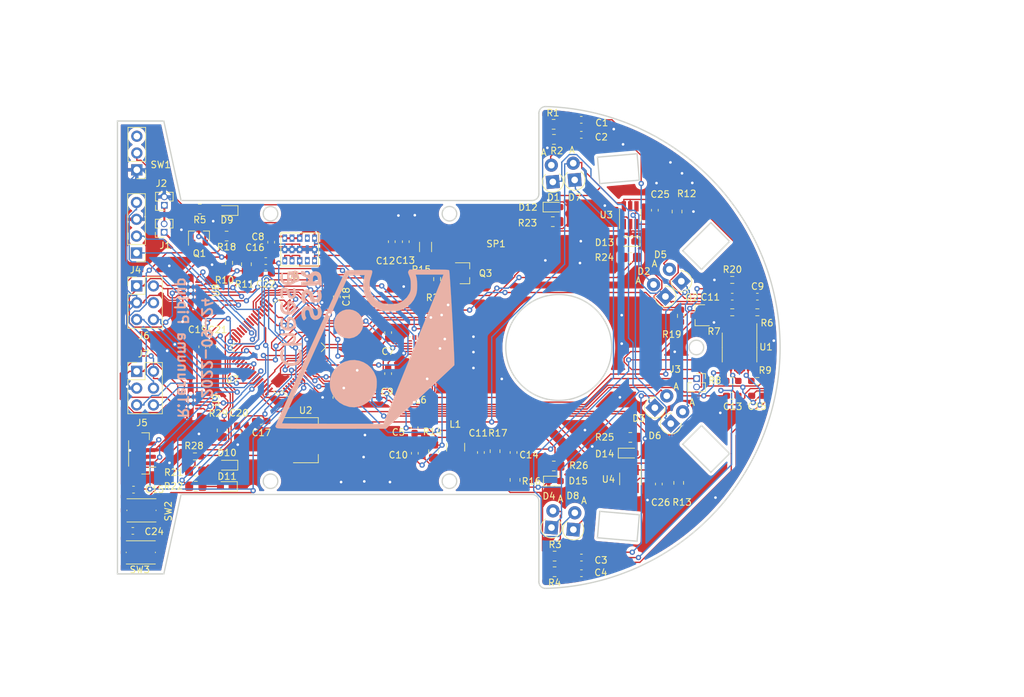
<source format=kicad_pcb>
(kicad_pcb (version 20240108) (generator "pcbnew") (generator_version "8.0")
  (title_block (title "Quatro") (date "2021-10-27") (rev "0") (company "Terunuma"))
  (layers (0 "F.Cu" signal) (31 "B.Cu" signal) (35 "F.Paste" user) (36 "B.SilkS" user "B.Silkscreen") (37 "F.SilkS" user "F.Silkscreen") (38 "B.Mask" user) (39 "F.Mask" user) (44 "Edge.Cuts" user))
  (net 0 "")
  (net 1 "NRST")
  (net 2 "GND")
  (net 3 "IR_BL")
  (net 4 "Net-(22p1-Pad1)")
  (net 5 "Net-(22p2-Pad1)")
  (net 6 "IR_FL")
  (net 7 "Net-(22p3-Pad1)")
  (net 8 "IR_FR")
  (net 9 "Net-(22p4-Pad1)")
  (net 10 "IR_BR")
  (net 11 "Net-(C1-Pad2)")
  (net 12 "Net-(C2-Pad2)")
  (net 13 "Net-(C3-Pad2)")
  (net 14 "Net-(C4-Pad2)")
  (net 15 "+5V")
  (net 16 "+BATT")
  (net 17 "Net-(C9-Pad1)")
  (net 18 "+3.3VADC")
  (net 19 "Net-(D5-Pad1)")
  (net 20 "Net-(D6-Pad1)")
  (net 21 "Net-(D7-Pad1)")
  (net 22 "Net-(D8-Pad1)")
  (net 23 "Net-(D9-Pad2)")
  (net 24 "Net-(D10-Pad2)")
  (net 25 "Net-(D11-Pad2)")
  (net 26 "Net-(D12-Pad2)")
  (net 27 "Net-(D13-Pad2)")
  (net 28 "Net-(D14-Pad2)")
  (net 29 "Net-(D15-Pad2)")
  (net 30 "Net-(J1-Pad1)")
  (net 31 "Net-(J1-Pad2)")
  (net 32 "Net-(J3-Pad2)")
  (net 33 "USART1_TX")
  (net 34 "USART1_RX")
  (net 35 "SWCLK")
  (net 36 "SWDIO")
  (net 37 "MOTOR_L_OUT1")
  (net 38 "MOTOR_L_OUT2")
  (net 39 "TIM3_CH2_ENC_L_B")
  (net 40 "TIM3_CH1_ENC_L_A")
  (net 41 "TIM4_CH1_ENC_R_A")
  (net 42 "TIM4_CH2_ENC_R_B")
  (net 43 "MOTOR_R_OUT2")
  (net 44 "MOTOR_R_OUT1")
  (net 45 "Net-(L1-Pad1)")
  (net 46 "Net-(Q1-Pad1)")
  (net 47 "Net-(Q2-Pad1)")
  (net 48 "Net-(Q3-Pad3)")
  (net 49 "TIM2_CH1_BUZZER")
  (net 50 "ADC_BAT")
  (net 51 "Net-(R12-Pad1)")
  (net 52 "Net-(R13-Pad1)")
  (net 53 "Net-(R15-Pad1)")
  (net 54 "TIM8_CH1_MOTOR_FAN")
  (net 55 "LED6")
  (net 56 "LED5")
  (net 57 "LED4")
  (net 58 "LED3")
  (net 59 "LED2")
  (net 60 "LED1")
  (net 61 "BOOT0")
  (net 62 "SPI_MISO")
  (net 63 "SPI_CS")
  (net 64 "SPI_SCK")
  (net 65 "SPI_MOSI")
  (net 66 "TIM5_CH1_MOTOR_L_IN1")
  (net 67 "TIM5_CH2_MOTOR_L_IN2")
  (net 68 "TIM5_CH3_MOTOR_R_IN1")
  (net 69 "TIM5_CH4_MOTOR_R_IN2")
  (net 70 "+3.3V")
  (net 71 "Net-(C16-Pad1)")
  (net 72 "Net-(C21-Pad2)")
  (net 97 "TIM10_CH1_IR_LED_INNER")
  (net 98 "TIM11_CH1_IR_LED_OUTER")
  (net 99 "/1.65VA")
  (net 100 "BUTTON")
  (footprint "Resistor_SMD:R_1206_3216Metric_Pad1.30x1.75mm_HandSolder" (layer "F.Cu") (at 152.7 79.4234 -90)
    (property "Reference" "R15")
    (property "Value" "133")
  )
  (footprint "Resistor_SMD:R_0805_2012Metric_Pad1.20x1.40mm_HandSolder" (layer "F.Cu") (at 190.9 115.05 -90)
    (property "Reference" "R13")
    (property "Value" "2")
  )
  (footprint "Resistor_SMD:R_0805_2012Metric_Pad1.20x1.40mm_HandSolder" (layer "F.Cu") (at 183.6 108.18)
    (property "Reference" "R25")
    (property "Value" "1k")
  )
  (footprint "Resistor_SMD:R_0805_2012Metric_Pad1.20x1.40mm_HandSolder" (layer "F.Cu") (at 183.6 81 180)
    (property "Reference" "R24")
    (property "Value" "1k")
  )
  (footprint "Resistor_SMD:R_0805_2012Metric_Pad1.20x1.40mm_HandSolder" (layer "F.Cu") (at 166.2 114.6 90)
    (property "Reference" "R16")
    (property "Value" "1k")
  )
  (footprint "Resistor_SMD:R_0805_2012Metric_Pad1.20x1.40mm_HandSolder" (layer "F.Cu") (at 171.9 75.6)
    (property "Reference" "R23")
    (property "Value" "1k")
  )
  (footprint "Resistor_SMD:R_0805_2012Metric_Pad1.20x1.40mm_HandSolder" (layer "F.Cu") (at 118.025 115.55)
    (property "Reference" "R22")
    (property "Value" "1k")
  )
  (footprint "Resistor_SMD:R_0603_1608Metric_Pad0.98x0.95mm_HandSolder" (layer "F.Cu") (at 198.98 84.4 180)
    (property "Reference" "R20")
    (property "Value" "20k")
  )
  (footprint "Resistor_SMD:R_0805_2012Metric_Pad1.20x1.40mm_HandSolder" (layer "F.Cu") (at 122.675 77.775 180)
    (property "Reference" "R18")
    (property "Value" "1k")
  )
  (footprint "Resistor_SMD:R_0805_2012Metric_Pad1.20x1.40mm_HandSolder" (layer "F.Cu") (at 163.19 110.26 90)
    (property "Reference" "R17")
    (property "Value" "1k")
  )
  (footprint "Resistor_SMD:R_0805_2012Metric_Pad1.20x1.40mm_HandSolder" (layer "F.Cu") (at 190.65 74.075 -90)
    (property "Reference" "R12")
    (property "Value" "2")
  )
  (footprint "Resistor_SMD:R_0603_1608Metric_Pad0.98x0.95mm_HandSolder" (layer "F.Cu") (at 202.77 99.66)
    (property "Reference" "R9")
    (property "Value" "220k")
  )
  (footprint "Resistor_SMD:R_0603_1608Metric_Pad0.98x0.95mm_HandSolder" (layer "F.Cu") (at 198.98 99.66 180)
    (property "Reference" "R8")
    (property "Value" "220k")
  )
  (footprint "Resistor_SMD:R_0805_2012Metric_Pad1.20x1.40mm_HandSolder" (layer "F.Cu") (at 118 113.275)
    (property "Reference" "R21")
    (property "Value" "1k")
  )
  (footprint "Resistor_SMD:R_0603_1608Metric_Pad0.98x0.95mm_HandSolder" (layer "F.Cu") (at 191.24 89.83 -90)
    (property "Reference" "R19")
    (property "Value" "4.7k")
  )
  (footprint "Resistor_SMD:R_0603_1608Metric_Pad0.98x0.95mm_HandSolder" (layer "F.Cu") (at 123.05 81.825 -90)
    (property "Reference" "R10")
    (property "Value" "20k")
  )
  (footprint "Resistor_SMD:R_0805_2012Metric_Pad1.20x1.40mm_HandSolder" (layer "F.Cu") (at 153.91 110.26 -90)
    (property "Reference" "R14")
    (property "Value" "5")
  )
  (footprint "Resistor_SMD:R_0805_2012Metric_Pad1.20x1.40mm_HandSolder" (layer "F.Cu") (at 125.66 82.03 90)
    (property "Reference" "R11")
    (property "Value" "10k")
  )
  (footprint "Capacitor_SMD:C_0603_1608Metric_Pad1.08x0.95mm_HandSolder" (layer "F.Cu") (at 129.4 78.7 -90)
    (property "Reference" "C8")
    (property "Value" "0.1u")
  )
  (footprint "Capacitor_SMD:C_0603_1608Metric_Pad1.08x0.95mm_HandSolder" (layer "F.Cu") (at 147.05 98.55 -90)
    (property "Reference" "C9")
    (property "Value" "0.1u")
  )
  (footprint "Capacitor_SMD:C_0603_1608Metric_Pad1.08x0.95mm_HandSolder" (layer "F.Cu") (at 151.075 110.575 90)
    (property "Reference" "C10")
    (property "Value" "10u")
  )
  (footprint "Capacitor_SMD:C_0603_1608Metric_Pad1.08x0.95mm_HandSolder" (layer "F.Cu") (at 165.98 110.46 90)
    (property "Reference" "C14")
    (property "Value" "0.1u")
  )
  (footprint "Capacitor_SMD:C_0603_1608Metric_Pad1.08x0.95mm_HandSolder" (layer "F.Cu") (at 147.6 78.6234 -90)
    (property "Reference" "C12")
    (property "Value" "0.1u")
  )
  (footprint "Capacitor_SMD:C_0603_1608Metric_Pad1.08x0.95mm_HandSolder" (layer "F.Cu") (at 151.04 106.71 -90)
    (property "Reference" "C5")
    (property "Value" "10u")
  )
  (footprint "Capacitor_SMD:C_0603_1608Metric_Pad1.08x0.95mm_HandSolder" (layer "F.Cu") (at 147.05 92.35 90)
    (property "Reference" "C7")
    (property "Value" "0.1u")
  )
  (footprint "Capacitor_SMD:C_0603_1608Metric_Pad1.08x0.95mm_HandSolder" (layer "F.Cu") (at 176.22 128.69 180)
    (property "Reference" "C4")
    (property "Value" "0.01u")
  )
  (footprint "Capacitor_SMD:C_0603_1608Metric_Pad1.08x0.95mm_HandSolder" (layer "F.Cu") (at 149.71 78.6234 -90)
    (property "Reference" "C13")
    (property "Value" "20u")
  )
  (footprint "Capacitor_SMD:C_0603_1608Metric_Pad1.08x0.95mm_HandSolder" (layer "F.Cu") (at 176.22 126.33 180)
    (property "Reference" "C3")
    (property "Value" "0.01u")
  )
  (footprint "Capacitor_SMD:C_0603_1608Metric_Pad1.08x0.95mm_HandSolder" (layer "F.Cu") (at 128.58 81.55 180)
    (property "Reference" "C16")
    (property "Value" "2.2u")
  )
  (footprint "Capacitor_SMD:C_0603_1608Metric_Pad1.08x0.95mm_HandSolder" (layer "F.Cu") (at 108.625 116.075 180)
    (property "Reference" "C15")
    (property "Value" "0.1u")
  )
  (footprint "Capacitor_SMD:C_0603_1608Metric_Pad1.08x0.95mm_HandSolder" (layer "F.Cu") (at 161.05 110.46 90)
    (property "Reference" "C11")
    (property "Value" "10u")
  )
  (footprint "Capacitor_SMD:C_0603_1608Metric_Pad1.08x0.95mm_HandSolder" (layer "F.Cu") (at 124.27 107.32 -90)
    (property "Reference" "C20")
    (property "Value" "0.1u")
  )
  (footprint "Capacitor_SMD:C_0603_1608Metric_Pad1.08x0.95mm_HandSolder" (layer "F.Cu") (at 152 100.6)
    (property "Reference" "C6")
    (property "Value" "0.1u")
  )
  (footprint "Capacitor_SMD:C_0603_1608Metric_Pad1.08x0.95mm_HandSolder" (layer "F.Cu") (at 119 94.5 -90)
    (property "Reference" "C19")
    (property "Value" "0.1u")
  )
  (footprint "Capacitor_SMD:C_0603_1608Metric_Pad1.08x0.95mm_HandSolder" (layer "F.Cu") (at 139.3 86.95 -90)
    (property "Reference" "C18")
    (property "Value" "0.1u")
  )
  (footprint "Capacitor_SMD:C_0603_1608Metric_Pad1.08x0.95mm_HandSolder" (layer "F.Cu") (at 127.9 105.7 180)
    (property "Reference" "C17")
    (property "Value" "0.1u")
  )
  (footprint "Capacitor_SMD:C_0603_1608Metric_Pad1.08x0.95mm_HandSolder" (layer "F.Cu") (at 202.77 86.93)
    (property "Reference" "22p1")
    (property "Value" "C9")
  )
  (footprint "My_Device:SMT-0440-T-R" (layer "F.Cu") (at 158.975 79.0084)
    (property "Reference" "SP1")
    (property "Value" "SMT-0440")
  )
  (footprint "Capacitor_SMD:C_0603_1608Metric_Pad1.08x0.95mm_HandSolder" (layer "F.Cu") (at 202.77 101.9)
    (property "Reference" "22p4")
    (property "Value" "C15")
  )
  (footprint "Package_DFN_QFN:QFN-24-1EP_3x3mm_P0.4mm_EP1.75x1.6mm" (layer "F.Cu") (at 151.82 94.6 -90)
    (property "Reference" "U6")
    (property "Value" "MPU-6500")
  )
  (footprint "Capacitor_SMD:C_0603_1608Metric_Pad1.08x0.95mm_HandSolder" (layer "F.Cu") (at 198.98 101.9 180)
    (property "Reference" "22p3")
    (property "Value" "C13")
  )
  (footprint "Capacitor_SMD:C_0603_1608Metric_Pad1.08x0.95mm_HandSolder" (layer "F.Cu") (at 198.98 86.93 180)
    (property "Reference" "22p2")
    (property "Value" "C11")
  )
  (footprint "My_Device:LXDC55FAAA-203" (layer "F.Cu") (at 133.7 79.8)
    (property "Reference" "U5")
    (property "Value" "LXDC55FAAA-203")
  )
  (footprint "Diode_THT:D_T-1_P2.54mm_Vertical_AnodeUp" (layer "F.Cu") (at 189.7 106.1 45)
    (property "Reference" "D6")
    (property "Value" "VSLY5850")
  )
  (footprint "Capacitor_SMD:C_0603_1608Metric_Pad1.08x0.95mm_HandSolder" (layer "F.Cu") (at 128.575 83.425 180)
    (property "Reference" "C22")
    (property "Value" "0.1u")
  )
  (footprint "Diode_THT:D_T-1_P2.54mm_Vertical_AnodeUp" (layer "F.Cu") (at 188.9 86.9 135)
    (property "Reference" "D2")
    (property "Value" "SFH213FA")
  )
  (footprint "Diode_THT:D_T-1_P2.54mm_Vertical_AnodeUp" (layer "F.Cu") (at 171.9 69.6 95)
    (property "Reference" "D1")
    (property "Value" "SFH213FA")
  )
  (footprint "LED_SMD:LED_0603_1608Metric_Pad1.05x0.95mm_HandSolder" (layer "F.Cu") (at 172.15 114.775)
    (property "Reference" "D15")
    (property "Value" "LED")
  )
  (footprint "LED_SMD:LED_0603_1608Metric_Pad1.05x0.95mm_HandSolder" (layer "F.Cu") (at 183.4 78.6 180)
    (property "Reference" "D13")
    (property "Value" "LED")
  )
  (footprint "Diode_THT:D_T-1_P2.54mm_Vertical_AnodeUp" (layer "F.Cu") (at 175 122.1 85)
    (property "Reference" "D8")
    (property "Value" "VSLY5850")
  )
  (footprint "LED_SMD:LED_0603_1608Metric_Pad1.05x0.95mm_HandSolder" (layer "F.Cu") (at 122.7 112.38 180)
    (property "Reference" "D10")
    (property "Value" "LED")
  )
  (footprint "Diode_THT:D_T-1_P2.54mm_Vertical_AnodeUp" (layer "F.Cu") (at 171.7 121.8 85)
    (property "Reference" "D4")
    (property "Value" "SFH213FA")
  )
  (footprint "LED_SMD:LED_0603_1608Metric_Pad1.05x0.95mm_HandSolder" (layer "F.Cu") (at 183.445 110.55)
    (property "Reference" "D14")
    (property "Value" "LED")
  )
  (footprint "LED_SMD:LED_0603_1608Metric_Pad1.05x0.95mm_HandSolder" (layer "F.Cu") (at 172.1 73.4)
    (property "Reference" "D12")
    (property "Value" "LED")
  )
  (footprint "Capacitor_SMD:C_0603_1608Metric_Pad1.08x0.95mm_HandSolder" (layer "F.Cu") (at 120.64 94.5 90)
    (property "Reference" "C21")
    (property "Value" "2.2u")
  )
  (footprint "Diode_THT:D_T-1_P2.54mm_Vertical_AnodeUp" (layer "F.Cu") (at 187.3 103.7 45)
    (property "Reference" "D3")
    (property "Value" "SFH213FA")
  )
  (footprint "LED_SMD:LED_0603_1608Metric_Pad1.05x0.95mm_HandSolder" (layer "F.Cu") (at 122.625 115.6 180)
    (property "Reference" "D11")
    (property "Value" "LED")
  )
  (footprint "LED_SMD:LED_0603_1608Metric_Pad1.05x0.95mm_HandSolder" (layer "F.Cu") (at 122.725 73.925 180)
    (property "Reference" "D9")
    (property "Value" "POWER")
  )
  (footprint "Diode_THT:D_T-1_P2.54mm_Vertical_AnodeUp" (layer "F.Cu") (at 175.2 69.3 95)
    (property "Reference" "D7")
    (property "Value" "VSLY5850")
  )
  (footprint "Diode_THT:D_T-1_P2.54mm_Vertical_AnodeUp" (layer "F.Cu") (at 191.3 84.6 135)
    (property "Reference" "D5")
    (property "Value" "VSLY5850")
  )
  (footprint "Capacitor_SMD:C_0603_1608Metric_Pad1.08x0.95mm_HandSolder" (layer "F.Cu") (at 139.25 102.15 -90)
    (property "Reference" "C23")
    (property "Value" "0.1u")
  )
  (footprint "Resistor_SMD:R_0805_2012Metric_Pad1.20x1.40mm_HandSolder" (layer "F.Cu") (at 172.17 128.47 180)
    (property "Reference" "R4")
    (property "Value" "100k")
  )
  (footprint "Resistor_SMD:R_0805_2012Metric_Pad1.20x1.40mm_HandSolder" (layer "F.Cu") (at 172.075 63.175 180)
    (property "Reference" "R2")
    (property "Value" "100k")
  )
  (footprint "Inductor_SMD:L_1210_3225Metric_Pad1.42x2.65mm_HandSolder" (layer "F.Cu") (at 157.24 109.66 90)
    (property "Reference" "L1")
    (property "Value" "10u")
  )
  (footprint "Resistor_SMD:R_0805_2012Metric_Pad1.20x1.40mm_HandSolder" (layer "F.Cu") (at 172.17 126.11 180)
    (property "Reference" "R3")
    (property "Value" "100k")
  )
  (footprint "Connector_PinHeader_2.54mm:PinHeader_2x03_P2.54mm_Vertical" (layer "F.Cu") (at 109.1 85.3)
    (property "Reference" "J6")
    (property "Value" "2.54mm 02x03")
  )
  (footprint "Package_TO_SOT_SMD:SOT-23" (layer "F.Cu") (at 158.6 83.3875)
    (property "Reference" "Q3")
    (property "Value" "BSS138")
  )
  (footprint "Connector_PinSocket_1.27mm:PinSocket_1x02_P1.27mm_Vertical" (layer "F.Cu") (at 113.275 73.125 180)
    (property "Reference" "J2")
    (property "Value" "BATTERY")
  )
  (footprint "Connector_JST:JST_SH_BM04B-SRSS-TB_1x04-1MP_P1.00mm_Vertical" (layer "F.Cu") (at 109.9 110.6 90)
    (property "Reference" "J5")
    (property "Value" "st-link SH")
  )
  (footprint "Connector_PinSocket_1.27mm:PinSocket_1x02_P1.27mm_Vertical" (layer "F.Cu") (at 193.6 99.3)
    (property "Reference" "J3")
    (property "Value" "Conn_01x02")
  )
  (footprint "Package_TO_SOT_SMD:SOT-23" (layer "F.Cu") (at 194.13 89.73 180)
    (property "Reference" "Q2")
    (property "Value" "IRFML8244")
  )
  (footprint "Resistor_SMD:R_0805_2012Metric_Pad1.20x1.40mm_HandSolder" (layer "F.Cu") (at 172.025 60.9 180)
    (property "Reference" "R1")
    (property "Value" "100k")
  )
  (footprint "Package_TO_SOT_SMD:SOT-23" (layer "F.Cu") (at 118.5 77.775 90)
    (property "Reference" "Q1")
    (property "Value" "IRLML6402")
  )
  (footprint "Connector_PinHeader_2.54mm:PinHeader_2x03_P2.54mm_Vertical" (layer "F.Cu") (at 109.1 98.2)
    (property "Reference" "J7")
    (property "Value" "2.54mm 02x03")
  )
  (footprint "Connector_PinHeader_2.54mm:PinHeader_1x04_P2.54mm_Vertical" (layer "F.Cu") (at 109.075 80.325 180)
    (property "Reference" "J4")
    (property "Value" "UART1 SH")
  )
  (footprint "Resistor_SMD:R_0603_1608Metric_Pad0.98x0.95mm_HandSolder" (layer "F.Cu") (at 198.98 89.29 180)
    (property "Reference" "R7")
    (property "Value" "220k")
  )
  (footprint "Resistor_SMD:R_0603_1608Metric_Pad0.98x0.95mm_HandSolder" (layer "F.Cu") (at 202.77 89.29)
    (property "Reference" "R6")
    (property "Value" "220k")
  )
  (footprint "Resistor_SMD:R_0805_2012Metric_Pad1.20x1.40mm_HandSolder" (layer "F.Cu") (at 118.625 73.675 180)
    (property "Reference" "R5")
    (property "Value" "100k")
  )
  (footprint "Connector_PinSocket_1.27mm:PinSocket_1x02_P1.27mm_Vertical" (layer "F.Cu") (at 113.25 77.2 180)
    (property "Reference" "J1")
    (property "Value" "BATTERY")
  )
  (footprint "Quatro:DRV8835" (layer "F.Cu") (at 117.25 102.575 -90)
    (property "Reference" "U9")
    (property "Value" "DRV8835")
  )
  (footprint "Button_Switch_SMD:SW_Push_1P1T_NO_Vertical_Wuerth_434133025816" (layer "F.Cu") (at 109.825 119.2 180)
    (property "Reference" "SW2")
    (property "Value" "SKRPACE")
  )
  (footprint "Resistor_SMD:R_0805_2012Metric_Pad1.20x1.40mm_HandSolder" (layer "F.Cu") (at 122 107.12 -90)
    (property "Reference" "R29")
    (property "Value" "10k")
  )
  (footprint "Button_Switch_SMD:SW_Push_1P1T_NO_Vertical_Wuerth_434133025816" (layer "F.Cu") (at 109.725 125.55 180)
    (property "Reference" "SW3")
    (property "Value" "SKRPACE")
  )
  (footprint "Capacitor_SMD:C_0603_1608Metric_Pad1.08x0.95mm_HandSolder" (layer "F.Cu") (at 108.525 122.3 180)
    (property "Reference" "C24")
    (property "Value" "0.1u")
  )
  (footprint "Package_TO_SOT_SMD:SOT-223" (layer "F.Cu") (at 134.6 108.6)
    (property "Reference" "U2")
    (property "Value" "LT1963AES3-3.3")
  )
  (footprint "My_Device:SlideSwitch" (layer "F.Cu") (at 109.125 67.775 180)
    (property "Reference" "SW1")
    (property "Value" "SW_DPDT_x2")
  )
  (footprint "Resistor_SMD:R_0603_1608Metric_Pad0.98x0.95mm_HandSolder" (layer "F.Cu") (at 154.45 84.275 -90)
    (property "Reference" "R27")
    (property "Value" "4.7k")
  )
  (footprint "Quatro:DRV8835" (layer "F.Cu") (at 117.25 85.975 -90)
    (property "Reference" "U8")
    (property "Value" "DRV8835")
  )
  (footprint "Package_QFP:LQFP-64_10x10mm_P0.5mm" (layer "F.Cu") (at 130.41 94.58 135)
    (property "Reference" "U7")
    (property "Value" "STM32F405RGTx")
  )
  (footprint "Package_SO:TSSOP-14_4.4x5mm_P0.65mm" (layer "F.Cu") (at 200.08 94.6 -90)
    (property "Reference" "U1")
    (property "Value" "AD8604")
  )
  (footprint "Resistor_SMD:R_0805_2012Metric_Pad1.20x1.40mm_HandSolder" (layer "F.Cu") (at 172.05 112.5)
    (property "Reference" "R26")
    (property "Value" "1k")
  )
  (footprint "Capacitor_SMD:C_0603_1608Metric_Pad1.08x0.95mm_HandSolder" (layer "F.Cu") (at 176.2 62.48 180)
    (property "Reference" "C2")
    (property "Value" "0.01u")
  )
  (footprint "Capacitor_SMD:C_0603_1608Metric_Pad1.08x0.95mm_HandSolder" (layer "F.Cu") (at 176.2 60.22 180)
    (property "Reference" "C1")
    (property "Value" "0.01u")
  )
  (footprint "Resistor_SMD:R_0603_1608Metric_Pad0.98x0.95mm_HandSolder" (layer "F.Cu") (at 117.9 111.05 180)
    (property "Reference" "R28")
    (property "Value" "10k")
  )
  (footprint "Capacitor_SMD:C_0603_1608Metric_Pad1.08x0.95mm_HandSolder" (layer "F.Cu") (at 187.3 73.875 -90)
    (property "Reference" "C25")
    (property "Value" "0.1u")
  )
  (footprint "Package_TO_SOT_SMD:SOT-23-6_Handsoldering" (layer "F.Cu") (at 183.6 114.45 -90)
    (property "Reference" "U4")
    (property "Value" "NJU6080")
  )
  (footprint "Capacitor_SMD:C_0603_1608Metric_Pad1.08x0.95mm_HandSolder" (layer "F.Cu") (at 187.9 115.225 -90)
    (property "Reference" "C26")
    (property "Value" "0.1u")
  )
  (footprint "Package_TO_SOT_SMD:SOT-23-6_Handsoldering" (layer "F.Cu") (at 183.575 74.625 90)
    (property "Reference" "U3")
    (property "Value" "NJU6080")
  )
  (footprint "My_Device:cheese_logo_regular" (layer "B.Cu") (at 143.4 94.6 90)
    (property "Reference" "G***" (hide yes))
    (property "Value" "LOGO" (hide yes))
  )
  (gr_line (start 184.962896 119.873643) (end 184.614273 123.858422) (stroke (width 0.2)) (layer "Edge.Cuts"))
  (gr_line (start 178.985727 119.350708) (end 184.962896 119.873643) (stroke (width 0.2)) (layer "Edge.Cuts"))
  (gr_line (start 115.8 72.4) (end 113.2 60.4) (stroke (width 0.2)) (layer "Edge.Cuts"))
  (gr_circle (center 129.3 74.4) (end 129.3 75.5) (stroke (width 0.2)) (fill none) (layer "Edge.Cuts"))
  (gr_arc (start 169.8 59.214127) (mid 170.102953 58.497103) (end 170.828249 58.214526) (stroke (width 0.2)) (layer "Edge.Cuts"))
  (gr_circle (center 172.8 94.6) (end 172.8 102.6) (stroke (width 0.2)) (fill none) (layer "Edge.Cuts"))
  (gr_line (start 115.8 116.8) (end 168.8 116.8) (stroke (width 0.2)) (layer "Edge.Cuts"))
  (gr_line (start 184.614273 123.858422) (end 178.637104 123.335487) (stroke (width 0.2)) (layer "Edge.Cuts"))
  (gr_line (start 169.8 117.8) (end 169.8 129.985873) (stroke (width 0.2)) (layer "Edge.Cuts"))
  (gr_line (start 195.75362 75.746802) (end 198.582048 78.575229) (stroke (width 0.2)) (layer "Edge.Cuts"))
  (gr_line (start 194.339407 106.38213) (end 198.582048 110.624771) (stroke (width 0.2)) (layer "Edge.Cuts"))
  (gr_circle (center 156.3 74.4) (end 156.3 75.5) (stroke (width 0.2)) (fill none) (layer "Edge.Cuts"))
  (gr_line (start 184.614273 65.341578) (end 184.962896 69.326357) (stroke (width 0.2)) (layer "Edge.Cuts"))
  (gr_line (start 168.8 72.4) (end 115.8 72.4) (stroke (width 0.2)) (layer "Edge.Cuts"))
  (gr_line (start 191.51098 79.989443) (end 195.75362 75.746802) (stroke (width 0.2)) (layer "Edge.Cuts"))
  (gr_line (start 198.582048 110.624771) (end 195.75362 113.453198) (stroke (width 0.2)) (layer "Edge.Cuts"))
  (gr_arc (start 170.828249 58.214526) (mid 206.2 94.6) (end 170.828249 130.985474) (stroke (width 0.2)) (layer "Edge.Cuts"))
  (gr_arc (start 169.8 71.4) (mid 169.507107 72.107107) (end 168.8 72.4) (stroke (width 0.2)) (layer "Edge.Cuts"))
  (gr_line (start 198.582048 78.575229) (end 194.339407 82.81787) (stroke (width 0.2)) (layer "Edge.Cuts"))
  (gr_arc (start 168.8 116.8) (mid 169.507107 117.092893) (end 169.8 117.8) (stroke (width 0.2)) (layer "Edge.Cuts"))
  (gr_line (start 191.51098 109.210557) (end 194.339407 106.38213) (stroke (width 0.2)) (layer "Edge.Cuts"))
  (gr_line (start 195.75362 113.453198) (end 191.51098 109.210557) (stroke (width 0.2)) (layer "Edge.Cuts"))
  (gr_line (start 169.8 59.214127) (end 169.8 71.4) (stroke (width 0.2)) (layer "Edge.Cuts"))
  (gr_line (start 178.637104 65.864513) (end 184.614273 65.341578) (stroke (width 0.2)) (layer "Edge.Cuts"))
  (gr_line (start 106.2 128.8) (end 113.2 128.8) (stroke (width 0.2)) (layer "Edge.Cuts"))
  (gr_line (start 178.637104 123.335487) (end 178.985727 119.350708) (stroke (width 0.2)) (layer "Edge.Cuts"))
  (gr_circle (center 156.3 114.8) (end 156.3 115.9) (stroke (width 0.2)) (fill none) (layer "Edge.Cuts"))
  (gr_line (start 178.985727 69.849292) (end 178.637104 65.864513) (stroke (width 0.2)) (layer "Edge.Cuts"))
  (gr_line (start 106.2 60.4) (end 106.2 128.8) (stroke (width 0.2)) (layer "Edge.Cuts"))
  (gr_circle (center 129.3 114.8) (end 129.3 115.9) (stroke (width 0.2)) (fill none) (layer "Edge.Cuts"))
  (gr_arc (start 170.828249 130.985474) (mid 170.102962 130.702896) (end 169.8 129.985873) (stroke (width 0.2)) (layer "Edge.Cuts"))
  (gr_line (start 113.2 60.4) (end 106.2 60.4) (stroke (width 0.2)) (layer "Edge.Cuts"))
  (gr_circle (center 193.566 94.6) (end 193.566 95.7) (stroke (width 0.2)) (fill none) (layer "Edge.Cuts"))
  (gr_line (start 194.339407 82.81787) (end 191.51098 79.989443) (stroke (width 0.2)) (layer "Edge.Cuts"))
  (gr_line (start 113.2 128.8) (end 115.8 116.8) (stroke (width 0.2)) (layer "Edge.Cuts"))
  (gr_line (start 184.962896 69.326357) (end 178.985727 69.849292) (stroke (width 0.2)) (layer "Edge.Cuts"))
  (gr_text "2022-09-24\n" (at 119.65 94.65 270) (layer "B.SilkS") (effects (font (size 1.5 1.5) (thickness 0.3)) (justify mirror)))
  (gr_text "R.Terunuma Piplup" (at 116.05 94.65 270) (layer "B.SilkS") (effects (font (size 1.5 1.5) (thickness 0.3)) (justify mirror)))
  (segment (start 114.2799 116.5204) (end 112.6753 118.125) (width 0.2) (layer "F.Cu") (net 1))
  (segment (start 133.8925 99.1232) (end 134.4343 99.665) (width 0.2) (layer "F.Cu") (net 1))
  (segment (start 111.9 118.125) (end 112.6753 118.125) (width 0.2) (layer "F.Cu") (net 1))
  (segment (start 134.4343 99.665) (end 134.4343 100.5698) (width 0.2) (layer "F.Cu") (net 1))
  (segment (start 107.775 118.125) (end 108.5503 118.125) (width 0.2) (layer "F.Cu") (net 1))
  (segment (start 108.5503 117.0122) (end 109.4875 116.075) (width 0.2) (layer "F.Cu") (net 1))
  (segment (start 126.3829 116.5204) (end 114.2799 116.5204) (width 0.2) (layer "F.Cu") (net 1))
  (segment (start 109.5816 115.9809) (end 111.1139 115.9809) (width 0.2) (layer "F.Cu") (net 1))
  (segment (start 108.5503 118.125) (end 108.5503 117.0122) (width 0.2) (layer "F.Cu") (net 1))
  (segment (start 111.8703 109.1) (end 112.4345 108.5358) (width 0.2) (layer "F.Cu") (net 1))
  (segment (start 126.677 116.2263) (end 126.3829 116.5204) (width 0.2) (layer "F.Cu") (net 1))
  (segment (start 109.4875 116.075) (end 109.5816 115.9809) (width 0.2) (layer "F.Cu") (net 1))
  (segment (start 134.4343 100.5698) (end 134.3043 100.6998) (width 0.2) (layer "F.Cu") (net 1))
  (segment (start 111.225 109.1) (end 111.8703 109.1) (width 0.2) (layer "F.Cu") (net 1))
  (via (at 111.1139 115.9809) (size 0.8) (drill 0.4) (layers "F.Cu" "B.Cu") (net 1))
  (via (at 126.677 116.2263) (size 0.8) (drill 0.4) (layers "F.Cu" "B.Cu") (net 1))
  (via (at 112.4345 108.5358) (size 0.8) (drill 0.4) (layers "F.Cu" "B.Cu") (net 1))
  (via (at 134.3043 100.6998) (size 0.8) (drill 0.4) (layers "F.Cu" "B.Cu") (net 1))
  (segment (start 126.677 116.2263) (end 126.677 115.9809) (width 0.2) (layer "B.Cu") (net 1))
  (segment (start 126.677 108.3271) (end 134.3043 100.6998) (width 0.2) (layer "B.Cu") (net 1))
  (segment (start 126.677 115.9809) (end 111.1139 115.9809) (width 0.2) (layer "B.Cu") (net 1))
  (segment (start 112.4345 108.5358) (end 111.1139 109.8564) (width 0.2) (layer "B.Cu") (net 1))
  (segment (start 126.677 115.9809) (end 126.677 108.3271) (width 0.2) (layer "B.Cu") (net 1))
  (segment (start 111.1139 109.8564) (end 111.1139 115.9809) (width 0.2) (layer "B.Cu") (net 1))
  (segment (start 137.75 108.6) (end 137.75 109.7125) (width 0.2) (layer "F.Cu") (net 2))
  (segment (start 190.339 88.5671) (end 188.7172 88.5671) (width 0.2) (layer "F.Cu") (net 2))
  (segment (start 106.9996 120.275) (end 106.9747 120.275) (width 0.2) (layer "F.Cu") (net 2))
  (segment (start 128.1732 101.8239) (end 128.4869 102.1376) (width 0.2) (layer "F.Cu") (net 2))
  (segment (start 157.6 84.6626) (end 157.6 84.9878) (width 0.2) (layer "F.Cu") (net 2))
  (segment (start 125.4282 75.7532) (end 135.0761 75.7532) (width 0.2) (layer "F.Cu") (net 2))
  (segment (start 149.3892 95.4616) (end 149.6508 95.2) (width 0.2) (layer "F.Cu") (net 2))
  (segment (start 171.17 126.11) (end 170.3483 125.2883) (width 0.2) (layer "F.Cu") (net 2))
  (segment (start 165.793 112.4312) (end 165.2311 111.8693) (width 0.2) (layer "F.Cu") (net 2))
  (segment (start 168.9312 112.4312) (end 165.793 112.4312) (width 0.2) (layer "F.Cu") (net 2))
  (segment (start 131.45 108.4001) (end 129.5697 108.4001) (width 0.2) (layer "F.Cu") (net 2))
  (segment (start 107.75 120.275) (end 107.0748 120.275) (width 0.2) (layer "F.Cu") (net 2))
  (segment (start 184.2628 77.0053) (end 184.275 77.0175) (width 0.2) (layer "F.Cu") (net 2))
  (segment (start 158.6539 77.3053) (end 156.3681 77.3053) (width 0.2) (layer "F.Cu") (net 2))
  (segment (start 153.635 96.1) (end 152.82 96.1) (width 0.2) (layer "F.Cu") (net 2))
  (segment (start 137.75 107.9185) (end 137.75 106.4497) (width 0.2) (layer "F.Cu") (net 2))
  (segment (start 149.6508 95.2) (end 150.32 95.2) (width 0.2) (layer "F.Cu") (net 2))
  (segment (start 119.2003 85.225) (end 122.6003 81.825) (width 0.2) (layer "F.Cu") (net 2))
  (segment (start 182.0649 111.792) (end 182.57 111.2869) (width 0.2) (layer "F.Cu") (net 2))
  (segment (start 116.3 103.825) (end 117 103.825) (width 0.2) (layer "F.Cu") (net 2))
  (segment (start 128.6953 100.8117) (end 128.6953 100.8909) (width 0.2) (layer "F.Cu") (net 2))
  (segment (start 122.8697 102.6629) (end 121.8815 101.6747) (width 0.2) (layer "F.Cu") (net 2))
  (segment (start 186.3446 117.6429) (end 187.9 116.0875) (width 0.2) (layer "F.Cu") (net 2))
  (segment (start 116.3 87.225) (end 115.2997 87.225) (width 0.2) (layer "F.Cu") (net 2))
  (segment (start 108.7931 110.1415) (end 109.7771 111.1255) (width 0.2) (layer "F.Cu") (net 2))
  (segment (start 113.1882 86.7337) (end 113.9272 87.4727) (width 0.2) (layer "F.Cu") (net 2))
  (segment (start 161.956 112.9835) (end 165.4593 116.4868) (width 0.2) (layer "F.Cu") (net 2))
  (segment (start 135.95 79.3998) (end 133.7 79.3998) (width 0.2) (layer "F.Cu") (net 2))
  (segment (start 106.9996 120.275) (end 106.9996 116.8379) (width 0.2) (layer "F.Cu") (net 2))
  (segment (start 146.8887 78.7746) (end 136.5503 78.7746) (width 0.2) (layer "F.Cu") (net 2))
  (segment (start 191.3276 72.2233) (end 191.622 72.5177) (width 0.2) (layer "F.Cu") (net 2))
  (segment (start 131.9328 96.6106) (end 130.8044 97.739) (width 0.2) (layer "F.Cu") (net 2))
  (segment (start 118.2 85.225) (end 119.2003 85.225) (width 0.2) (layer "F.Cu") (net 2))
  (segment (start 123.5 112.455) (end 123.575 112.38) (width 0.2) (layer "F.Cu") (net 2))
  (segment (start 111.79 110.1) (end 116.7096 105.1804) (width 0.2) (layer "F.Cu") (net 2))
  (segment (start 132.55 78.9997) (end 131.45 78.9997) (width 0.2) (layer "F.Cu") (net 2))
  (segment (start 188.3543 84.5851) (end 186.6623 82.8931) (width 0.2) (layer "F.Cu") (net 2))
  (segment (start 153.5399 101.739) (end 154.0936 101.1853) (width 0.2) (layer "F.Cu") (net 2))
  (segment (start 175.1533 74.8865) (end 183.0288 74.8865) (width 0.2) (layer "F.Cu") (net 2))
  (segment (start 151.075 109.7125) (end 151.075 109.9339) (width 0.2) (layer "F.Cu") (net 2))
  (segment (start 162.0827 73.8765) (end 158.6539 77.3053) (width 0.2) (layer "F.Cu") (net 2))
  (segment (start 135.95 79.3998) (end 135.95 78.9997) (width 0.2) (layer "F.Cu") (net 2))
  (segment (start 183.575 75.4327) (end 183.575 75.975) (width 0.2) (layer "F.Cu") (net 2))
  (segment (start 183.6 113.1) (end 183.6 114.1303) (width 0.2) (layer "F.Cu") (net 2))
  (segment (start 109.8682 112.6387) (end 109.7771 112.5476) (width 0.2) (layer "F.Cu") (net 2))
  (segment (start 120.6463 101.6747) (end 120.6463 95.3688) (width 0.2) (layer "F.Cu") (net 2))
  (segment (start 130.8044 97.739) (end 130.8044 98.7026) (width 0.2) (layer "F.Cu") (net 2))
  (segment (start 147.05 99.4125) (end 149.8892 99.4125) (width 0.2) (layer "F.Cu") (net 2))
  (segment (start 156.5255 95.3995) (end 156.725 95.2) (width 0.2) (layer "F.Cu") (net 2))
  (segment (start 127.1975 81.03) (end 125.66 81.03) (width 0.2) (layer "F.Cu") (net 2))
  (segment (start 109.1 87.84) (end 110.2003 87.84) (width 0.2) (layer "F.Cu") (net 2))
  (segment (start 153.32 95.2) (end 153.9685 95.2) (width 0.2) (layer "F.Cu") (net 2))
  (segment (start 136.5503 78.7746) (end 136.3252 78.9997) (width 0.2) (layer "F.Cu") (net 2))
  (segment (start 150.3345 101.0419) (end 151.0316 101.739) (width 0.2) (layer "F.Cu") (net 2))
  (segment (start 156.725 95.2) (end 156.725 91.275) (width 0.2) (layer "F.Cu") (net 2))
  (segment (start 123.575 112.38) (end 135.0825 112.38) (width 0.2) (layer "F.Cu") (net 2))
  (segment (start 127.7175 81.55) (end 127.565 81.3975) (width 0.2) (layer "F.Cu") (net 2))
  (segment (start 194.0687 88.0438) (end 190.8623 88.0438) (width 0.2) (layer "F.Cu") (net 2))
  (segment (start 151.075 107.6075) (end 151.075 109.7125) (width 0.2) (layer "F.Cu") (net 2))
  (segment (start 107.7625 116.075) (end 109.8682 113.9693) (width 0.2) (layer "F.Cu") (net 2))
  (segment (start 175.1533 74.8865) (end 173.3849 76.6549) (width 0.2) (layer "F.Cu") (net 2))
  (segment (start 107.65 126.625) (end 106.8747 126.625) (width 0.2) (layer "F.Cu") (net 2))
  (segment (start 110.8026 110.1) (end 111.225 110.1) (width 0.2) (layer "F.Cu") (net 2))
  (segment (start 170.3483 116.4868) (end 170.3483 115.7017) (width 0.2) (layer "F.Cu") (net 2))
  (segment (start 162.8525 109.5975) (end 163.19 109.26) (width 0.2) (layer "F.Cu") (net 2))
  (segment (start 149.8892 99.4125) (end 150.3345 99.8578) (width 0.2) (layer "F.Cu") (net 2))
  (segment (start 149.71 79.4859) (end 147.6 79.4859) (width 0.2) (layer "F.Cu") (net 2))
  (segment (start 134.8555 93.4342) (end 134.7948 93.3735) (width 0.2) (layer "F.Cu") (net 2))
  (segment (start 117.6434 106.1142) (end 116.7096 105.1804) (width 0.2) (layer "F.Cu") (net 2))
  (segment (start 184.275 77.0175) (end 188.7075 77.0175) (width 0.2) (layer "F.Cu") (net 2))
  (segment (start 163.8656 84.6626) (end 157.6 84.6626) (width 0.2) (layer "F.Cu") (net 2))
  (segment (start 128.6953 100.8909) (end 128.1732 101.413) (width 0.2) (layer "F.Cu") (net 2))
  (segment (start 136.7209 92.8653) (end 136.152 93.4342) (width 0.2) (layer "F.Cu") (net 2))
  (segment (start 185.8563 110.2821) (end 185.8563 108.3772) (width 0.2) (layer "F.Cu") (net 2))
  (segment (start 111.8 126.625) (end 112.5753 126.625) (width 0.2) (layer "F.Cu") (net 2))
  (segment (start 153.9685 95.2) (end 153.9685 95.7665) (width 0.2) (layer "F.Cu") (net 2))
  (segment (start 115.052 87.4727) (end 115.2997 87.225) (width 0.2) (layer "F.Cu") (net 2))
  (segment (start 135.6603 97.3554) (end 135.1162 96.8113) (width 0.2) (layer "F.Cu") (net 2))
  (segment (start 106.9747 121.6122) (end 106.9747 120.275) (width 0.2) (layer "F.Cu") (net 2))
  (segment (start 106.8747 123.0878) (end 107.6625 122.3) (width 0.2) (layer "F.Cu") (net 2))
  (segment (start 134.7538 96.8113) (end 132.8625 98.7026) (width 0.2) (layer "F.Cu") (net 2))
  (segment (start 187.9 116.0875) (end 190.8625 116.0875) (width 0.2) (layer "F.Cu") (net 2))
  (segment (start 171.8733 76.6549) (end 163.8656 84.6626) (width 0.2) (layer "F.Cu") (net 2))
  (segment (start 157.4003 85.1875) (end 157.6 84.9878) (width 0.2) (layer "F.Cu") (net 2))
  (segment (start 200.08 97.4625) (end 200.08 96.3417) (width 0.2) (layer "F.Cu") (net 2))
  (segment (start 131.45 108.4001) (end 131.45 107.5997) (width 0.2) (layer "F.Cu") (net 2))
  (segment (start 124.27 109.1943) (end 124.3538 109.2781) (width 0.2) (layer "F.Cu") (net 2))
  (segment (start 117.25 85.975) (end 117.25 84.975) (width 0.2) (layer "F.Cu") (net 2))
  (segment (start 170.7485 73.8765) (end 162.0827 73.8765) (width 0.2) (layer "F.Cu") (net 2))
  (segment (start 196.2204 90.82) (end 196.2204 90.5207) (width 0.2) (layer "F.Cu") (net 2))
  (segment (start 154.0936 101.1853) (end 154.0936 97.3736) (width 0.2) (layer "F.Cu") (net 2))
  (segment (start 163.5275 109.5975) (end 163.19 109.26) (width 0.2) (layer "F.Cu") (net 2))
  (segment (start 117 87.225) (end 117.25 86.975) (width 0.2) (layer "F.Cu") (net 2))
  (segment (start 109.7771 112.5476) (end 109.7771 111.1255) (width 0.2) (layer "F.Cu") (net 2))
  (segment (start 182.57 111.2869) (end 182.57 110.55) (width 0.2) (layer "F.Cu") (net 2))
  (segment (start 152.1203 99.8578) (end 150.3345 99.8578) (width 0.2) (layer "F.Cu") (net 2))
  (segment (start 133.6003 106.4497) (end 132.4503 107.5997) (width 0.2) (layer "F.Cu") (net 2))
  (segment (start 154.1246 112.9835) (end 161.956 112.9835) (width 0.2) (layer "F.Cu") (net 2))
  (segment (start 129.5627 79.3998) (end 129.4 79.5625) (width 0.2) (layer "F.Cu") (net 2))
  (segment (start 117.25 85.975) (end 117.25 86.975) (width 0.2) (layer "F.Cu") (net 2))
  (segment (start 157.6 84.3375) (end 157.6 84.6626) (width 0.2) (layer "F.Cu") (net 2))
  (segment (start 122 108.12) (end 119.9942 106.1142) (width 0.2) (layer "F.Cu") (net 2))
  (segment (start 124.865 81.825) (end 125.66 81.03) (width 0.2) (layer "F.Cu") (net 2))
  (segment (start 137.75 107.9185) (end 137.75 108.6) (width 0.2) (layer "F.Cu") (net 2))
  (segment (start 127.352 106.0145) (end 127.0375 105.7) (width 0.2) (layer "F.Cu") (net 2))
  (segment (start 136.5503 77.2274) (end 136.5503 78.7746) (width 0.2) (layer "F.Cu") (net 2))
  (segment (start 183.575 75.975) (end 183.575 77.0053) (width 0.2) (layer "F.Cu") (net 2))
  (segment (start 154.45 85.1875) (end 157.4003 85.1875) (width 0.2) (layer "F.Cu") (net 2))
  (segment (start 182.57 111.2869) (end 184.8515 111.2869) (width 0.2) (layer "F.Cu") (net 2))
  (segment (start 156.3681 77.3053) (end 152.7 80.9734) (width 0.2) (layer "F.Cu") (net 2))
  (segment (start 147.417 91.1205) (end 147.05 91.4875) (width 0.2) (layer "F.Cu") (net 2))
  (segment (start 183.6 114.1303) (end 182.2213 114.1303) (width 0.2) (layer "F.Cu") (net 2))
  (segment (start 196.2204 92.4821) (end 196.2204 90.82) (width 0.2) (layer "F.Cu") (net 2))
  (segment (start 195.13 89.1051) (end 195.13 89.4303) (width 0.2) (layer "F.Cu") (net 2))
  (segment (start 116.3 87.225) (end 117 87.225) (width 0.2) (layer "F.Cu") (net 2))
  (segment (start 107.65 126.625) (end 111.8 126.625) (width 0.2) (layer "F.Cu") (net 2))
  (segment (start 138.0323 103.0125) (end 137.1574 102.1376) (width 0.2) (layer "F.Cu") (net 2))
  (segment (start 137.75 109.7125) (end 151.075 109.7125) (width 0.2) (layer "F.Cu") (net 2))
  (segment (start 109.1 100.74) (end 107.9031 100.74) (width 0.2) (layer "F.Cu") (net 2))
  (segment (start 188.7075 77.0175) (end 190.65 75.075) (width 0.2) (layer "F.Cu") (net 2))
  (segment (start 187.2009 86.8308) (end 188.3543 85.6774) (width 0.2) (layer "F.Cu") (net 2))
  (segment (start 127.5494 106.3797) (end 127.352 106.1824) (width 0.2) (layer "F.Cu") (net 2))
  (segment (start 165.2311 111.8693) (end 165.2311 110.3464) (width 0.2) (layer "F.Cu") (net 2))
  (segment (start 171.225 72.6113) (end 171.225 73.4) (width 0.2) (layer "F.Cu") (net 2))
  (segment (start 187.3 74.7375) (end 189.8142 72.2233) (width 0.2) (layer "F.Cu") (net 2))
  (segment (start 127.5494 106.3797) (end 126.9691 106.96) (width 0.2) (layer "F.Cu") (net 2))
  (segment (start 188.7172 88.5671) (end 187.2009 87.0508) (width 0.2) (layer "F.Cu") (net 2))
  (segment (start 165.98 109.5975) (end 163.5275 109.5975) (width 0.2) (layer "F.Cu") (net 2))
  (segment (start 165.4593 116.4868) (end 170.3483 116.4868) (width 0.2) (layer "F.Cu") (net 2))
  (segment (start 191.622 72.5177) (end 191.622 74.103) (width 0.2) (layer "F.Cu") (net 2))
  (segment (start 133.7 79.3998) (end 133.7 78.9997) (width 0.2) (layer "F.Cu") (net 2))
  (segment (start 139.3 87.8125) (end 137.0758 87.8125) (width 0.2) (layer "F.Cu") (net 2))
  (segment (start 116.3 104.7708) (end 116.3 103.825) (width 0.2) (layer "F.Cu") (net 2))
  (segment (start 139.25 103.0125) (end 138.0323 103.0125) (width 0.2) (layer "F.Cu") (net 2))
  (segment (start 156.725 91.275) (end 156.5705 91.1205) (width 0.2) (layer "F.Cu") (net 2))
  (segment (start 131.45 79.3998) (end 131.45 78.9997) (width 0.2) (layer "F.Cu") (net 2))
  (segment (start 122.6003 81.825) (end 124.865 81.825) (width 0.2) (layer "F.Cu") (net 2))
  (segment (start 133.4683 96.6106) (end 131.9328 96.6106) (width 0.2) (layer "F.Cu") (net 2))
  (segment (start 117 103.825) (end 117.25 103.575) (width 0.2) (layer "F.Cu") (net 2))
  (segment (start 133.7 79.8) (end 133.7 79.3998) (width 0.2) (layer "F.Cu") (net 2))
  (segment (start 183.575 77.0053) (end 184.2628 77.0053) (width 0.2) (layer "F.Cu") (net 2))
  (segment (start 122.8697 103.2387) (end 122.8697 102.6629) (width 0.2) (layer "F.Cu") (net 2))
  (segment (start 137.75 106.4497) (end 133.6003 106.4497) (width 0.2) (layer "F.Cu") (net 2))
  (segment (start 151.04 107.5725) (end 151.075 107.6075) (width 0.2) (layer "F.Cu") (net 2))
  (segment (start 109.7771 111.1255) (end 110.8026 110.1) (width 0.2) (layer "F.Cu") (net 2))
  (segment (start 171.075 60.95) (end 171.075 63.175) (width 0.2) (layer "F.Cu") (net 2))
  (segment (start 187.2009 87.0508) (end 187.2009 86.8308) (width 0.2) (layer "F.Cu") (net 2))
  (segment (start 151.075 109.9339) (end 154.1246 112.9835) (width 0.2) (layer "F.Cu") (net 2))
  (segment (start 107.6625 122.3) (end 106.9747 121.6122) (width 0.2) (layer "F.Cu") (net 2))
  (segment (start 132.4503 107.5997) (end 131.45 107.5997) (width 0.2) (layer "F.Cu") (net 2))
  (segment (start 171.275 114.775) (end 168.9312 112.4312) (width 0.2) (layer "F.Cu") (net 2))
  (segment (start 112.6753 126.525) (end 112.5753 126.625) (width 0.2) (layer "F.Cu") (net 2))
  (segment (start 150.3345 99.8578) (end 150.3345 101.0419) (width 0.2) (layer "F.Cu") (net 2))
  (segment (start 182.2213 114.1303) (end 182.0649 113.9739) (width 0.2) (layer "F.Cu") (net 2))
  (segment (start 186.6623 80.9873) (end 184.275 78.6) (width 0.2) (layer "F.Cu") (net 2))
  (segment (start 129.5697 108.4001) (end 127.5494 106.3797) (width 0.2) (layer "F.Cu") (net 2))
  (segment (start 195.13 88.78) (end 195.13 89.1051) (width 0.2) (layer "F.Cu") (net 2))
  (segment (start 175.1533 74.3054) (end 173.4592 72.6113) (width 0.2) (layer "F.Cu") (net 2))
  (segment (start 190.8623 88.0438) (end 190.339 88.5671) (width 0.2) (layer "F.Cu") (net 2))
  (segment (start 128.1732 101.413) (end 128.1732 101.8239) (width 0.2) (layer "F.Cu") (net 2))
  (segment (start 127.7125 83.425) (end 126.435 84.7025) (width 0.2) (layer "F.Cu") (net 2))
  (segment (start 130.8044 98.7026) (end 128.6953 100.8117) (width 0.2) (layer "F.Cu") (net 2))
  (segment (start 135.0761 75.7532) (end 136.5503 77.2274) (width 0.2) (layer "F.Cu") (net 2))
  (segment (start 196.2204 90.5207) (end 195.13 89.4303) (width 0.2) (layer "F.Cu") (net 2))
  (segment (start 135.1162 96.8113) (end 134.7538 96.8113) (width 0.2) (layer "F.Cu") (net 2))
  (segment (start 136.3252 78.9997) (end 135.95 78.9997) (width 0.2) (layer "F.Cu") (net 2))
  (segment (start 119 95.3625) (end 120.64 95.3625) (width 0.2) (layer "F.Cu") (net 2))
  (segment (start 106.9996 116.8379) (end 107.7625 116.075) (width 0.2) (layer "F.Cu") (net 2))
  (segment (start 127.352 106.1824) (end 127.352 106.0145) (width 0.2) (layer "F.Cu") (net 2))
  (segment (start 154.45 85.1875) (end 151.825 87.8125) (width 0.2) (layer "F.Cu") (net 2))
  (segment (start 173.4592 72.6113) (end 171.225 72.6113) (width 0.2) (layer "F.Cu") (net 2))
  (segment (start 156.5705 91.1205) (end 147.417 91.1205) (width 0.2) (layer "F.Cu") (net 2))
  (segment (start 126.435 84.7025) (end 126.1294 84.7025) (width 0.2) (layer "F.Cu") (net 2))
  (segment (start 161.05 109.5975) (end 162.8525 109.5975) (width 0.2) (layer "F.Cu") (net 2))
  (segment (start 190.8625 116.0875) (end 190.9 116.05) (width 0.2) (layer "F.Cu") (net 2))
  (segment (start 129.4 79.5625) (end 127.565 81.3975) (width 0.2) (layer "F.Cu") (net 2))
  (segment (start 120.6463 95.3688) (end 120.64 95.3625) (width 0.2) (layer "F.Cu") (net 2))
  (segment (start 136.152 93.4342) (end 134.8555 93.4342) (width 0.2) (layer "F.Cu") (net 2))
  (segment (start 119.9942 106.1142) (end 122.8697 103.2387) (width 0.2) (layer "F.Cu") (net 2))
  (segment (start 112.6753 120.275) (end 112.6753 126.525) (width 0.2) (layer "F.Cu") (net 2))
  (segment (start 108.0819 110.1415) (end 108.7931 110.1415) (width 0.2) (layer "F.Cu") (net 2))
  (segment (start 153.9685 95.7665) (end 153.635 96.1) (width 0.2) (layer "F.Cu") (net 2))
  (segment (start 128.4869 102.1376) (end 137.1574 102.1376) (width 0.2) (layer "F.Cu") (net 2))
  (segment (start 184.275 77.0175) (end 184.275 78.6) (width 0.2) (layer "F.Cu") (net 2))
  (segment (start 173.3849 76.6549) (end 171.8733 76.6549) (width 0.2) (layer "F.Cu") (net 2))
  (segment (start 171.225 72.3698) (end 171.225 72.6113) (width 0.2) (layer "F.Cu") (net 2))
  (segment (start 191.622 74.103) (end 190.65 75.075) (width 0.2) (layer "F.Cu") (net 2))
  (segment (start 171.225 73.4) (end 170.7485 73.8765) (width 0.2) (layer "F.Cu") (net 2))
  (segment (start 119.9942 106.1142) (end 117.6434 106.1142) (width 0.2) (layer "F.Cu") (net 2))
  (segment (start 135.4485 94.6304) (end 133.4683 96.6106) (width 0.2) (layer "F.Cu") (net 2))
  (segment (start 132.8625 98.7026) (end 130.8044 98.7026) (width 0.2) (layer "F.Cu") (net 2))
  (segment (start 175.1533 74.8865) (end 175.1533 74.3054) (width 0.2) (layer "F.Cu") (net 2))
  (segment (start 186.6623 82.8931) (end 186.6623 80.9873) (width 0.2) (layer "F.Cu") (net 2))
  (segment (start 171.17 126.11) (end 171.17 128.47) (width 0.2) (layer "F.Cu") (net 2))
  (segment (start 198.0675 84.4) (end 196.2878 84.4) (width 0.2) (layer "F.Cu") (net 2))
  (segment (start 123.6 73.925) (end 125.4282 75.7532) (width 0.2) (layer "F.Cu") (net 2))
  (segment (start 188.3543 85.6774) (end 188.3543 84.5851) (width 0.2) (layer "F.Cu") (net 2))
  (segment (start 111.0786 86.7337) (end 113.1882 86.7337) (width 0.2) (layer "F.Cu") (net 2))
  (segment (start 195.13 89.1051) (end 194.0687 88.0438) (width 0.2) (layer "F.Cu") (net 2))
  (segment (start 151.0316 101.739) (end 153.5399 101.739) (width 0.2) (layer "F.Cu") (net 2))
  (segment (start 153.9685 95.2) (end 154.168 95.3995) (width 0.2) (layer "F.Cu") (net 2))
  (segment (start 200.08 96.3417) (end 196.2204 92.4821) (width 0.2) (layer "F.Cu") (net 2))
  (segment (start 131.45 79.8) (end 131.45 79.3998) (width 0.2) (layer "F.Cu") (net 2))
  (segment (start 189.8142 72.2233) (end 191.3276 72.2233) (width 0.2) (layer "F.Cu") (net 2))
  (segment (start 132.55 79.8) (end 132.55 78.9997) (width 0.2) (layer "F.Cu") (net 2))
  (segment (start 186.1921 117.6429) (end 186.3446 117.6429) (width 0.2) (layer "F.Cu") (net 2))
  (segment (start 147.6 79.4859) (end 146.8887 78.7746) (width 0.2) (layer "F.Cu") (net 2))
  (segment (start 183.0288 74.8865) (end 183.575 75.4327) (width 0.2) (layer "F.Cu") (net 2))
  (segment (start 131.45 79.3998) (end 129.5627 79.3998) (width 0.2) (layer "F.Cu") (net 2))
  (segment (start 170.3483 115.7017) (end 171.275 114.775) (width 0.2) (layer "F.Cu") (net 2))
  (segment (start 165.2311 110.3464) (end 165.98 109.5975) (width 0.2) (layer "F.Cu") (net 2))
  (segment (start 120.496 101.825) (end 118.2 101.825) (width 0.2) (layer "F.Cu") (net 2))
  (segment (start 110.2003 87.84) (end 110.2003 87.612) (width 0.2) (layer "F.Cu") (net 2))
  (segment (start 123.5 115.6) (end 123.5 112.455) (width 0.2) (layer "F.Cu") (net 2))
  (segment (start 154.0936 97.3736) (end 152.82 96.1) (width 0.2) (layer "F.Cu") (net 2))
  (segment (start 131.45 108.6) (end 131.45 108.4001) (width 0.2) (layer "F.Cu") (net 2))
  (segment (start 107.0748 120.275) (end 106.9996 120.275) (width 0.2) (layer "F.Cu") (net 2))
  (segment (start 111.225 110.1) (end 111.79 110.1) (width 0.2) (layer "F.Cu") (net 2))
  (segment (start 120.6463 101.6747) (end 120.496 101.825) (width 0.2) (layer "F.Cu") (net 2))
  (segment (start 111.9 120.275) (end 112.6753 120.275) (width 0.2) (layer "F.Cu") (net 2))
  (segment (start 154.168 95.3995) (end 156.5255 95.3995) (width 0.2) (layer "F.Cu") (net 2))
  (segment (start 135.95 79.8) (end 135.95 79.3998) (width 0.2) (layer "F.Cu") (net 2))
  (segment (start 152.8625 100.6) (end 152.1203 99.8578) (width 0.2) (layer "F.Cu") (net 2))
  (segment (start 127.565 81.3975) (end 127.1975 81.03) (width 0.2) (layer "F.Cu") (net 2))
  (segment (start 147.05 91.4875) (end 143.9071 94.6304) (width 0.2) (layer "F.Cu") (net 2))
  (segment (start 171.025 60.9) (end 171.075 60.95) (width 0.2) (layer "F.Cu") (net 2))
  (segment (start 182.0649 113.9739) (end 182.0649 111.792) (width 0.2) (layer "F.Cu") (net 2))
  (segment (start 184.8515 111.2869) (end 185.8563 110.2821) (width 0.2) (layer "F.Cu") (net 2))
  (segment (start 171.075 63.175) (end 171.075 64.4539) (width 0.2) (layer "F.Cu") (net 2))
  (segment (start 110.2003 87.612) (end 111.0786 86.7337) (width 0.2) (layer "F.Cu") (net 2))
  (segment (start 116.7096 105.1804) (end 116.3 104.7708) (width 0.2) (layer "F.Cu") (net 2))
  (segment (start 113.9272 87.4727) (end 115.052 87.4727) (width 0.2) (layer "F.Cu") (net 2))
  (segment (start 124.27 108.1825) (end 124.27 109.1943) (width 0.2) (layer "F.Cu") (net 2))
  (segment (start 107.9031 100.74) (end 107.6798 100.5167) (width 0.2) (layer "F.Cu") (net 2))
  (segment (start 151.825 87.8125) (end 139.3 87.8125) (width 0.2) (layer "F.Cu") (net 2))
  (segment (start 106.8747 126.625) (end 106.8747 123.0878) (width 0.2) (layer "F.Cu") (net 2))
  (segment (start 170.3483 125.2883) (end 170.3483 116.4868) (width 0.2) (layer "F.Cu") (net 2))
  (segment (start 109.8682 113.9693) (end 109.8682 112.6387) (width 0.2) (layer "F.Cu") (net 2))
  (segment (start 121.8815 101.6747) (end 120.6463 101.6747) (width 0.2) (layer "F.Cu") (net 2))
  (segment (start 135.0825 112.38) (end 137.75 109.7125) (width 0.2) (layer "F.Cu") (net 2))
  (segment (start 143.9071 94.6304) (end 135.4485 94.6304) (width 0.2) (layer "F.Cu") (net 2))
  (segment (start 133.7 78.9997) (end 132.55 78.9997) (width 0.2) (layer "F.Cu") (net 2))
  (via (at 205.25 93.575) (size 0.8) (drill 0.4) (layers "F.Cu" "B.Cu") (net 2))
  (via (at 176.125 78.55) (size 0.8) (drill 0.4) (layers "F.Cu" "B.Cu") (net 2))
  (via (at 159.925 95.3) (size 0.8) (drill 0.4) (layers "F.Cu" "B.Cu") (net 2))
  (via (at 114.85 94.125) (size 0.8) (drill 0.4) (layers "F.Cu" "B.Cu") (net 2))
  (via (at 182.025 102.125) (size 0.8) (drill 0.4) (layers "F.Cu" "B.Cu") (net 2))
  (via (at 182.3 89.725) (size 0.8) (drill 0.4) (layers "F.Cu" "B.Cu") (net 2))
  (via (at 177.85 109.55) (size 0.8) (drill 0.4) (layers "F.Cu" "B.Cu") (net 2))
  (via (at 185.8563 108.3772) (size 0.8) (drill 0.4) (layers "F.Cu" "B.Cu") (net 2))
  (via (at 159.925 92.975) (size 0.8) (drill 0.4) (layers "F.Cu" "B.Cu") (net 2))
  (via (at 149.4 85.4) (size 0.8) (drill 0.4) (layers "F.Cu" "B.Cu") (net 2))
  (via (at 170.775 81.45) (size 0.8) (drill 0.4) (layers "F.Cu" "B.Cu") (net 2))
  (via (at 192.95 69.75) (size 0.8) (drill 0.4) (layers "F.Cu" "B.Cu") (net 2))
  (via (at 134.7948 93.3735) (size 0.8) (drill 0.4) (layers "F.Cu" "B.Cu") (net 2))
  (via (at 182.3 94.025) (size 0.8) (drill 0.4) (layers "F.Cu" "B.Cu") (net 2))
  (via (at 143.55 107.825) (size 0.8) (drill 0.4) (layers "F.Cu" "B.Cu") (net 2))
  (via (at 137.1574 102.1376) (size 0.8) (drill 0.4) (layers "F.Cu" "B.Cu") (net 2))
  (via (at 164.2 99.35) (size 0.8) (drill 0.4) (layers "F.Cu" "B.Cu") (net 2))
  (via (at 107.6798 100.5167) (size 0.8) (drill 0.4) (layers "F.Cu" "B.Cu") (net 2))
  (via (at 113.7 95.1) (size 0.8) (drill 0.4) (layers "F.Cu" "B.Cu") (net 2))
  (via (at 196.2878 84.4) (size 0.8) (drill 0.4) (layers "F.Cu" "B.Cu") (net 2))
  (via (at 114.025 82.275) (size 0.8) (drill 0.4) (layers "F.Cu" "B.Cu") (net 2))
  (via (at 143.35 111.15) (size 0.8) (drill 0.4) (layers "F.Cu" "B.Cu") (net 2))
  (via (at 197.175 104.475) (size 0.8) (drill 0.4) (layers "F.Cu" "B.Cu") (net 2))
  (via (at 124.3538 109.2781) (size 0.8) (drill 0.4) (layers "F.Cu" "B.Cu") (net 2))
  (via (at 126.1294 84.7025) (size 0.8) (drill 0.4) (layers "F.Cu" "B.Cu") (net 2))
  (via (at 176.75 107.075) (size 0.8) (drill 0.4) (layers "F.Cu" "B.Cu") (net 2))
  (via (at 147.325 114.925) (size 0.8) (drill 0.4) (layers "F.Cu" "B.Cu") (net 2))
  (via (at 171.225 72.3698) (size 0.8) (drill 0.4) (layers "F.Cu" "B.Cu") (net 2))
  (via (at 116.025 90.7) (size 0.8) (drill 0.4) (layers "F.Cu" "B.Cu") (net 2))
  (via (at 118.5 107.65) (size 0.8) (drill 0.4) (layers "F.Cu" "B.Cu") (net 2))
  (via (at 137.0758 87.8125) (size 0.8) (drill 0.4) (layers "F.Cu" "B.Cu") (net 2))
  (via (at 148.6 74.675) (size 0.8) (drill 0.4) (layers "F.Cu" "B.Cu") (net 2))
  (via (at 120.475 82.1) (size 0.8) (drill 0.4) (layers "F.Cu" "B.Cu") (net 2))
  (via (at 176 81.85) (size 0.8) (drill 0.4) (layers "F.Cu" "B.Cu") (net 2))
  (via (at 182.5 63.925) (size 0.8) (drill 0.4) (layers "F.Cu" "B.Cu") (net 2))
  (via (at 151.075 74.625) (size 0.8) (drill 0.4) (layers "F.Cu" "B.Cu") (net 2))
  (via (at 120.65 75.525) (size 0.8) (drill 0.4) (layers "F.Cu" "B.Cu") (net 2))
  (via (at 114.05 112.025) (size 0.8) (drill 0.4) (layers "F.Cu" "B.Cu") (net 2))
  (via (at 196.2204 90.82) (size 0.8) (drill 0.4) (layers "F.Cu" "B.Cu") (net 2))
  (via (at 181.1 61.625) (size 0.8) (drill 0.4) (layers "F.Cu" "B.Cu") (net 2))
  (via (at 186.1921 117.6429) (size 0.8) (drill 0.4) (layers "F.Cu" "B.Cu") (net 2))
  (via (at 171.075 64.4539) (size 0.8) (drill 0.4) (layers "F.Cu" "B.Cu") (net 2))
  (via (at 179.75 73.175) (size 0.8) (drill 0.4) (layers "F.Cu" "B.Cu") (net 2))
  (via (at 156.1 88.175) (size 0.8) (drill 0.4) (layers "F.Cu" "B.Cu") (net 2))
  (via (at 187.55 69.775) (size 0.8) (drill 0.4) (layers "F.Cu" "B.Cu") (net 2))
  (via (at 159.925 97.7) (size 0.8) (drill 0.4) (layers "F.Cu" "B.Cu") (net 2))
  (via (at 190.3 95.25) (size 0.8) (drill 0.4) (layers "F.Cu" "B.Cu") (net 2))
  (via (at 149.3892 95.4616) (size 0.8) (drill 0.4) (layers "F.Cu" "B.Cu") (net 2))
  (via (at 191.4 68.3) (size 0.8) (drill 0.4) (layers "F.Cu" "B.Cu") (net 2))
  (via (at 143.45 114.825) (size 0.8) (drill 0.4) (layers "F.Cu" "B.Cu") (net 2))
  (via (at 126.9691 106.96) (size 0.8) (drill 0.4) (layers "F.Cu" "B.Cu") (net 2))
  (via (at 139.95 114.925) (size 0.8) (drill 0.4) (layers "F.Cu" "B.Cu") (net 2))
  (via (at 196.45 117.275) (size 0.8) (drill 0.4) (layers "F.Cu" "B.Cu") (net 2))
  (via (at 193.125 74.075) (size 0.8) (drill 0.4) (layers "F.Cu" "B.Cu") (net 2))
  (via (at 189.65 66.65) (size 0.8) (drill 0.4) (layers "F.Cu" "B.Cu") (net 2))
  (via (at 115.85 76.825) (size 0.8) (drill 0.4) (layers "F.Cu" "B.Cu") (net 2))
  (via (at 108.0819 110.1415) (size 0.8) (drill 0.4) (layers "F.Cu" "B.Cu") (net 2))
  (segment (start 134.0502 100.0342) (end 134.8488 100.0342) (width 0.2) (layer "B.Cu") (net 2))
  (segment (start 137.1167 81.3918) (end 136.3252 80.6003) (width 0.2) (layer "B.Cu") (net 2))
  (segment (start 196.2204 84.4674) (end 196.2878 84.4) (width 0.2) (layer "B.Cu") (net 2))
  (segment (start 193.9552 101.5503) (end 194.7016 100.8039) (width 0.2) (layer "B.Cu") (net 2))
  (segment (start 131.1565 103.1973) (end 131.1565 102.9279) (width 0.2) (layer "B.Cu") (net 2))
  (segment (start 185.8563 108.3772) (end 185.8563 117.3071) (width 0.2) (layer "B.Cu") (net 2))
  (segment (start 126.1294 84.7025) (end 126.1294 78.9997) (width 0.2) (layer "B.Cu") (net 2))
  (segment (start 120.7949 78.9997) (end 126.1294 78.9997) (width 0.2) (layer "B.Cu") (net 2))
  (segment (start 113.275 71.4798) (end 120.7949 78.9997) (width 0.2) (layer "B.Cu") (net 2))
  (segment (start 127.3938 106.96) (end 131.1565 103.1973) (width 0.2) (layer "B.Cu") (net 2))
  (segment (start 137.1574 102.1376) (end 138.3936 100.9014) (width 0.2) (layer "B.Cu") (net 2))
  (segment (start 124.651 109.2781) (end 124.3538 109.2781) (width 0.2) (layer "B.Cu") (net 2))
  (segment (start 185.8563 108.3772) (end 189.2921 108.3772) (width 0.2) (layer "B.Cu") (net 2))
  (segment (start 110.2253 67.775) (end 110.2253 68.055) (width 0.2) (layer "B.Cu") (net 2))
  (segment (start 107.6065 85.8633) (end 108.4829 86.7397) (width 0.2) (layer "B.Cu") (net 2))
  (segment (start 137.0758 87.8125) (end 141.883 87.8125) (width 0.2) (layer "B.Cu") (net 2))
  (segment (start 189.2921 108.3772) (end 193.9552 103.7141) (width 0.2) (layer "B.Cu") (net 2))
  (segment (start 109.6752 67.775) (end 110.2253 67.775) (width 0.2) (layer "B.Cu") (net 2))
  (segment (start 149.3892 95.3187) (end 149.3892 95.4616) (width 0.2) (layer "B.Cu") (net 2))
  (segment (start 131.45 79.8) (end 131.45 78.9997) (width 0.2) (layer "B.Cu") (net 2))
  (segment (start 194.7016 100.8039) (end 194.7016 96.864) (width 0.2) (layer "B.Cu") (net 2))
  (segment (start 109.6752 67.775) (end 107.6065 69.8437) (width 0.2) (layer "B.Cu") (net 2))
  (segment (start 109.1 87.84) (end 107.5841 89.3559) (width 0.2) (layer "B.Cu") (net 2))
  (segment (start 194.7016 96.864) (end 196.2204 95.3452) (width 0.2) (layer "B.Cu") (net 2))
  (segment (start 170.367 65.1619) (end 171.075 64.4539) (width 0.2) (layer "B.Cu") (net 2))
  (segment (start 138.3936 100.9014) (end 138.3936 96.9723) (width 0.2) (layer "B.Cu") (net 2))
  (segment (start 126.9691 106.96) (end 124.651 109.2781) (width 0.2) (layer "B.Cu") (net 2))
  (segment (start 136.3252 80.6003) (end 135.95 80.6003) (width 0.2) (layer "B.Cu") (net 2))
  (segment (start 107.6065 69.8437) (end 107.6065 85.8633) (width 0.2) (layer "B.Cu") (net 2))
  (segment (start 137.1167 87.7716) (end 137.1167 81.3918) (width 0.2) (layer "B.Cu") (net 2))
  (segment (start 109.1 87.84) (end 109.1 86.7397) (width 0.2) (layer "B.Cu") (net 2))
  (segment (start 107.6798 109.7394) (end 108.0819 110.1415) (width 0.2) (layer "B.Cu") (net 2))
  (segment (start 134.7948 93.3735) (end 137.0758 91.0925) (width 0.2) (layer "B.Cu") (net 2))
  (segment (start 131.1565 102.9279) (end 134.0502 100.0342) (width 0.2) (layer "B.Cu") (net 2))
  (segment (start 108.4829 86.7397) (end 109.1 86.7397) (width 0.2) (layer "B.Cu") (net 2))
  (segment (start 113.275 71.4798) (end 113.275 71.1047) (width 0.2) (layer "B.Cu") (net 2))
  (segment (start 135.95 79.8) (end 135.95 80.6003) (width 0.2) (layer "B.Cu") (net 2))
  (segment (start 196.2204 90.82) (end 196.2204 84.4674) (width 0.2) (layer "B.Cu") (net 2))
  (segment (start 185.8563 117.3071) (end 186.1921 117.6429) (width 0.2) (layer "B.Cu") (net 2))
  (segment (start 137.0758 87.8125) (end 137.1167 87.7716) (width 0.2) (layer "B.Cu") (net 2))
  (segment (start 126.1294 78.9997) (end 131.45 78.9997) (width 0.2) (layer "B.Cu") (net 2))
  (segment (start 193.9552 103.7141) (end 193.9552 101.5503) (width 0.2) (layer "B.Cu") (net 2))
  (segment (start 134.8488 100.0342) (end 136.9522 102.1376) (width 0.2) (layer "B.Cu") (net 2))
  (segment (start 110.1753 75.245) (end 110.1753 74.2044) (width 0.2) (layer "B.Cu") (net 2))
  (segment (start 170.367 71.5118) (end 170.367 65.1619) (width 0.2) (layer "B.Cu") (net 2))
  (segment (start 171.225 72.3698) (end 170.367 71.5118) (width 0.2) (layer "B.Cu") (net 2))
  (segment (start 196.2204 95.3452) (end 196.2204 90.82) (width 0.2) (layer "B.Cu") (net 2))
  (segment (start 138.3936 96.9723) (end 134.7948 93.3735) (width 0.2) (layer "B.Cu") (net 2))
  (segment (start 110.1753 74.2044) (end 113.275 71.1047) (width 0.2) (layer "B.Cu") (net 2))
  (segment (start 107.5841 100.421) (end 107.6798 100.5167) (width 0.2) (layer "B.Cu") (net 2))
  (segment (start 109.125 67.775) (end 109.6752 67.775) (width 0.2) (layer "B.Cu") (net 2))
  (segment (start 113.275 71.855) (end 113.275 71.4798) (width 0.2) (layer "B.Cu") (net 2))
  (segment (start 110.2253 68.055) (end 113.275 71.1047) (width 0.2) (layer "B.Cu") (net 2))
  (segment (start 109.075 75.245) (end 110.1753 75.245) (width 0.2) (layer "B.Cu") (net 2))
  (segment (start 107.6798 100.5167) (end 107.6798 109.7394) (width 0.2) (layer "B.Cu") (net 2))
  (segment (start 137.0758 91.0925) (end 137.0758 87.8125) (width 0.2) (layer "B.Cu") (net 2))
  (segment (start 126.9691 106.96) (end 127.3938 106.96) (width 0.2) (layer "B.Cu") (net 2))
  (segment (start 141.883 87.8125) (end 149.3892 95.3187) (width 0.2) (layer "B.Cu") (net 2))
  (segment (start 136.9522 102.1376) (end 137.1574 102.1376) (width 0.2) (layer "B.Cu") (net 2))
  (segment (start 107.5841 89.3559) (end 107.5841 100.421) (width 0.2) (layer "B.Cu") (net 2))
  (segment (start 203.7909 100.8057) (end 204.4454 100.1512) (width 0.2) (layer "F.Cu") (net 3))
  (segment (start 202.03 90.9425) (end 203.6825 89.29) (width 0.2) (layer "F.Cu") (net 3))
  (segment (start 200.875 101.6441) (end 201.7134 100.8057) (width 0.2) (layer "F.Cu") (net 3))
  (segment (start 146.9418 102.6002) (end 147.2554 102.6002) (width 0.2) (layer "F.Cu") (net 3))
  (segment (start 148.9116 104.2564) (end 183.8364 104.2564) (width 0.2) (layer "F.Cu") (net 3))
  (segment (start 204.4454 90.0529) (end 203.6825 89.29) (width 0.2) (layer "F.Cu") (net 3))
  (segment (start 135.9144 100.4585) (end 135.9144 100.759) (width 0.2) (layer "F.Cu") (net 3))
  (segment (start 187.3948 107.8148) (end 191.0632 107.8148) (width 0.2) (layer "F.Cu") (net 3))
  (segment (start 203.6825 89.29) (end 203.6825 86.98) (width 0.2) (layer "F.Cu") (net 3))
  (segment (start 138.1478 102.15) (end 146.4916 102.15) (width 0.2) (layer "F.Cu") (net 3))
  (segment (start 134.2461 98.7696) (end 134.2461 98.7902) (width 0.2) (layer "F.Cu") (net 3))
  (segment (start 135.9144 100.759) (end 136.5844 101.429) (width 0.2) (layer "F.Cu") (net 3))
  (segment (start 136.5844 101.429) (end 137.4268 101.429) (width 0.2) (layer "F.Cu") (net 3))
  (segment (start 202.03 91.7375) (end 202.03 90.9425) (width 0.2) (layer "F.Cu") (net 3))
  (segment (start 183.8364 104.2564) (end 187.3948 107.8148) (width 0.2) (layer "F.Cu") (net 3))
  (segment (start 137.4268 101.429) (end 138.1478 102.15) (width 0.2) (layer "F.Cu") (net 3))
  (segment (start 203.6825 86.98) (end 203.6325 86.93) (width 0.2) (layer "F.Cu") (net 3))
  (segment (start 191.0632 107.8148) (end 195.6391 103.2389) (width 0.2) (layer "F.Cu") (net 3))
  (segment (start 201.7134 100.8057) (end 203.7909 100.8057) (width 0.2) (layer "F.Cu") (net 3))
  (segment (start 195.6391 103.2389) (end 199.8073 103.2389) (width 0.2) (layer "F.Cu") (net 3))
  (segment (start 204.4454 100.1512) (end 204.4454 90.0529) (width 0.2) (layer "F.Cu") (net 3))
  (segment (start 146.4916 102.15) (end 146.9418 102.6002) (width 0.2) (layer "F.Cu") (net 3))
  (segment (start 199.8073 103.2389) (end 200.875 102.1712) (width 0.2) (layer "F.Cu") (net 3))
  (segment (start 134.2461 98.7902) (end 135.9144 100.4585) (width 0.2) (layer "F.Cu") (net 3))
  (segment (start 147.2554 102.6002) (end 148.9116 104.2564) (width 0.2) (layer "F.Cu") (net 3))
  (segment (start 200.875 102.1712) (end 200.875 101.6441) (width 0.2) (layer "F.Cu") (net 3))
  (segment (start 201.8575 89.29) (end 201.9075 89.24) (width 0.2) (layer "F.Cu") (net 4))
  (segment (start 201.38 91.7375) (end 201.38 89.7675) (width 0.2) (layer "F.Cu") (net 4))
  (segment (start 180.8424 60.22) (end 177.0625 60.22) (width 0.2) (layer "F.Cu") (net 4))
  (segment (start 201.9075 81.2851) (end 180.8424 60.22) (width 0.2) (layer "F.Cu") (net 4))
  (segment (start 201.9075 86.93) (end 201.9075 81.2851) (width 0.2) (layer "F.Cu") (net 4))
  (segment (start 201.9075 89.24) (end 201.9075 86.93) (width 0.2) (layer "F.Cu") (net 4))
  (segment (start 201.38 89.7675) (end 201.8575 89.29) (width 0.2) (layer "F.Cu") (net 4))
  (segment (start 197.3111 87.7072) (end 196.787 87.1831) (width 0.2) (layer "F.Cu") (net 5))
  (segment (start 198.78 91.7375) (end 198.78 92.4026) (width 0.2) (layer "F.Cu") (net 5))
  (segment (start 182.607 62.48) (end 177.0625 62.48) (width 0.2) (layer "F.Cu") (net 5))
  (segment (start 196.787 87.1831) (end 191.8184 87.1831) (width 0.2) (layer "F.Cu") (net 5))
  (segment (start 189.5869 84.5447) (end 190.818 83.3136) (width 0.2) (layer "F.Cu") (net 5))
  (segment (start 190.818 79.8008) (end 192.3365 78.2823) (width 0.2) (layer "F.Cu") (net 5))
  (segment (start 198.78 90.4025) (end 198.78 91.7375) (width 0.2) (layer "F.Cu") (net 5))
  (segment (start 197.3111 87.7072) (end 199.0653 87.7072) (width 0.2) (layer "F.Cu") (net 5))
  (segment (start 192.3365 78.2823) (end 192.3365 72.2095) (width 0.2) (layer "F.Cu") (net 5))
  (segment (start 192.3365 72.2095) (end 182.607 62.48) (width 0.2) (layer "F.Cu") (net 5))
  (segment (start 199.0653 87.7072) (end 199.8425 86.93) (width 0.2) (layer "F.Cu") (net 5))
  (segment (start 197.3111 92.1552) (end 197.3111 87.7072) (width 0.2) (layer "F.Cu") (net 5))
  (segment (start 191.8184 87.1831) (end 189.5869 84.9516) (width 0.2) (layer "F.Cu") (net 5))
  (segment (start 190.818 83.3136) (end 190.818 79.8008) (width 0.2) (layer "F.Cu") (net 5))
  (segment (start 189.5869 84.9516) (end 189.5869 84.5447) (width 0.2) (layer "F.Cu") (net 5))
  (segment (start 197.8916 92.7357) (end 197.3111 92.1552) (width 0.2) (layer "F.Cu") (net 5))
  (segment (start 198.4469 92.7357) (end 197.8916 92.7357) (width 0.2) (layer "F.Cu") (net 5))
  (segment (start 198.78 92.4026) (end 198.4469 92.7357) (width 0.2) (layer "F.Cu") (net 5))
  (segment (start 199.8925 89.29) (end 198.78 90.4025) (width 0.2) (layer "F.Cu") (net 5))
  (segment (start 200.666 86.4617) (end 200.4014 86.1971) (width 0.2) (layer "F.Cu") (net 6))
  (segment (start 147.3732 100.2013) (end 141.766 100.2013) (width 0.2) (layer "F.Cu") (net 6))
  (segment (start 180.6333 98.6157) (end 176.3938 102.8552) (width 0.2) (layer "F.Cu") (net 6))
  (segment (start 200.3176 87.707) (end 200.666 87.3586) (width 0.2) (layer "F.Cu") (net 6))
  (segment (start 198.13 91.7375) (end 198.0675 91.675) (width 0.2) (layer "F.Cu") (net 6))
  (segment (start 176.3938 102.8552) (end 168.8209 102.8552) (width 0.2) (layer "F.Cu") (net 6))
  (segment (start 198.1175 86.5635) (end 192.1184 86.5635) (width 0.2) (layer "F.Cu") (net 6))
  (segment (start 168.8209 102.8552) (end 168.114 102.1483) (width 0.2) (layer "F.Cu") (net 6))
  (segment (start 192.1184 86.5635) (end 191.8438 86.2889) (width 0.2) (layer "F.Cu") (net 6))
  (segment (start 141.766 100.2013) (end 140.6084 99.0437) (width 0.2) (layer "F.Cu") (net 6))
  (segment (start 198.0675 91.675) (end 198.0675 89.29) (width 0.2) (layer "F.Cu") (net 6))
  (segment (start 199.6505 87.707) (end 200.3176 87.707) (width 0.2) (layer "F.Cu") (net 6))
  (segment (start 200.666 87.3586) (end 200.666 86.4617) (width 0.2) (layer "F.Cu") (net 6))
  (segment (start 198.1175 86.5635) (end 198.1175 86.93) (width 0.2) (layer "F.Cu") (net 6))
  (segment (start 135.9944 99.6189) (end 135.8024 99.6189) (width 0.2) (layer "F.Cu") (net 6))
  (segment (start 168.114 102.1483) (end 149.3202 102.1483) (width 0.2) (layer "F.Cu") (net 6))
  (segment (start 149.3202 102.1483) (end 147.3732 100.2013) (width 0.2) (layer "F.Cu") (net 6))
  (segment (start 135.8024 99.6189) (end 134.5996 98.4161) (width 0.2) (layer "F.Cu") (net 6))
  (segment (start 200.4014 86.1971) (end 198.4839 86.1971) (width 0.2) (layer "F.Cu") (net 6))
  (segment (start 140.6084 99.0437) (end 137.6851 99.0437) (width 0.2) (layer "F.Cu") (net 6))
  (segment (start 188.9546 98.6157) (end 180.6333 98.6157) (width 0.2) (layer "F.Cu") (net 6))
  (segment (start 198.0675 89.29) (end 199.6505 87.707) (width 0.2) (layer "F.Cu") (net 6))
  (segment (start 198.4839 86.1971) (end 198.1175 86.5635) (width 0.2) (layer "F.Cu") (net 6))
  (via (at 135.9944 99.6189) (size 0.8) (drill 0.4) (layers "F.Cu" "B.Cu") (net 6))
  (via (at 188.9546 98.6157) (size 0.8) (drill 0.4) (layers "F.Cu" "B.Cu") (net 6))
  (via (at 191.8438 86.2889) (size 0.8) (drill 0.4) (layers "F.Cu" "B.Cu") (net 6))
  (via (at 137.6851 99.0437) (size 0.8) (drill 0.4) (layers "F.Cu" "B.Cu") (net 6))
  (segment (start 191.8438 86.2889) (end 188.9546 89.1781) (width 0.2) (layer "B.Cu") (net 6))
  (segment (start 136.5696 99.0437) (end 137.6851 99.0437) (width 0.2) (layer "B.Cu") (net 6))
  (segment (start 188.9546 89.1781) (end 188.9546 98.6157) (width 0.2) (layer "B.Cu") (net 6))
  (segment (start 135.9944 99.6189) (end 136.5696 99.0437) (width 0.2) (layer "B.Cu") (net 6))
  (segment (start 199.0339 101.0914) (end 197.2657 101.0914) (width 0.2) (layer "F.Cu") (net 7))
  (segment (start 199.0437 98.8112) (end 199.8925 99.66) (width 0.2) (layer "F.Cu") (net 7))
  (segment (start 198.78 98.5431) (end 198.78 97.4625) (width 0.2) (layer "F.Cu") (net 7))
  (segment (start 177.0825 126.33) (end 184.8302 126.33) (width 0.2) (layer "F.Cu") (net 7))
  (segment (start 199.8425 101.9) (end 199.0339 101.0914) (width 0.2) (layer "F.Cu") (net 7))
  (segment (start 199.0437 98.8068) (end 198.78 98.5431) (width 0.2) (layer "F.Cu") (net 7))
  (segment (start 199.0437 98.8068) (end 199.0437 98.8112) (width 0.2) (layer "F.Cu") (net 7))
  (via (at 199.0437 98.8068) (size 0.8) (drill 0.4) (layers "F.Cu" "B.Cu") (net 7))
  (via (at 184.8302 126.33) (size 0.8) (drill 0.4) (layers "F.Cu" "B.Cu") (net 7))
  (via (at 197.2657 101.0914) (size 0.8) (drill 0.4) (layers "F.Cu" "B.Cu") (net 7))
  (segment (start 198.877 101.0914) (end 197.2657 101.0914) (width 0.2) (layer "B.Cu") (net 7))
  (segment (start 198.877 112.2832) (end 184.8302 126.33) (width 0.2) (layer "B.Cu") (net 7))
  (segment (start 199.0437 98.8068) (end 199.0437 100.9247) (width 0.2) (layer "B.Cu") (net 7))
  (segment (start 198.877 101.0914) (end 198.877 112.2832) (width 0.2) (layer "B.Cu") (net 7))
  (segment (start 199.0437 100.9247) (end 198.877 101.0914) (width 0.2) (layer "B.Cu") (net 7))
  (segment (start 147.083 100.9019) (end 150.0872 103.9061) (width 0.2) (layer "F.Cu") (net 8))
  (segment (start 136.2638 98.9686) (end 136.6845 99.3893) (width 0.2) (layer "F.Cu") (net 8))
  (segment (start 177.0768 103.9061) (end 180.3295 100.6534) (width 0.2) (layer "F.Cu") (net 8))
  (segment (start 141.4546 100.9019) (end 147.083 100.9019) (width 0.2) (layer "F.Cu") (net 8))
  (segment (start 135.8593 98.9686) (end 136.2638 98.9686) (width 0.2) (layer "F.Cu") (net 8))
  (segment (start 198.13 97.4625) (end 198.0675 97.525) (width 0.2) (layer "F.Cu") (net 8))
  (segment (start 198.0675 98.4418) (end 198.0675 99.66) (width 0.2) (layer "F.Cu") (net 8))
  (segment (start 137.3004 100.074) (end 140.6267 100.074) (width 0.2) (layer "F.Cu") (net 8))
  (segment (start 136.6845 99.4581) (end 137.3004 100.074) (width 0.2) (layer "F.Cu") (net 8))
  (segment (start 136.6845 99.3893) (end 136.6845 99.4581) (width 0.2) (layer "F.Cu") (net 8))
  (segment (start 191.2426 101.9) (end 194.6801 101.9) (width 0.2) (layer "F.Cu") (net 8))
  (segment (start 150.0872 103.9061) (end 177.0768 103.9061) (width 0.2) (layer "F.Cu") (net 8))
  (segment (start 196.1571 98.4418) (end 198.0675 98.4418) (width 0.2) (layer "F.Cu") (net 8))
  (segment (start 194.6801 101.9) (end 198.1175 101.9) (width 0.2) (layer "F.Cu") (net 8))
  (segment (start 140.6267 100.074) (end 141.4546 100.9019) (width 0.2) (layer "F.Cu") (net 8))
  (segment (start 134.9532 98.0625) (end 135.8593 98.9686) (width 0.2) (layer "F.Cu") (net 8))
  (segment (start 189.996 100.6534) (end 191.2426 101.9) (width 0.2) (layer "F.Cu") (net 8))
  (segment (start 180.3295 100.6534) (end 189.996 100.6534) (width 0.2) (layer "F.Cu") (net 8))
  (segment (start 198.0675 97.525) (end 198.0675 98.4418) (width 0.2) (layer "F.Cu") (net 8))
  (via (at 196.1571 98.4418) (size 0.8) (drill 0.4) (layers "F.Cu" "B.Cu") (net 8))
  (via (at 194.6801 101.9) (size 0.8) (drill 0.4) (layers "F.Cu" "B.Cu") (net 8))
  (segment (start 196.1571 98.4418) (end 196.1571 100.423) (width 0.2) (layer "B.Cu") (net 8))
  (segment (start 196.1571 100.423) (end 194.6801 101.9) (width 0.2) (layer "B.Cu") (net 8))
  (segment (start 185.0352 127.0498) (end 198.8324 113.2526) (width 0.2) (layer "F.Cu") (net 9))
  (segment (start 203.4959 103.277) (end 203.1296 103.277) (width 0.2) (layer "F.Cu") (net 9))
  (segment (start 198.8324 113.2526) (end 198.8324 107.5742) (width 0.2) (layer "F.Cu") (net 9))
  (segment (start 202.6515 101.156) (end 204.1903 101.156) (width 0.2) (layer "F.Cu") (net 9))
  (segment (start 201.38 98.8058) (end 201.38 99.1825) (width 0.2) (layer "F.Cu") (net 9))
  (segment (start 198.8324 107.5742) (end 203.1296 103.277) (width 0.2) (layer "F.Cu") (net 9))
  (segment (start 201.0907 98.8058) (end 201.38 98.8058) (width 0.2) (layer "F.Cu") (net 9))
  (segment (start 178.7227 127.0498) (end 185.0352 127.0498) (width 0.2) (layer "F.Cu") (net 9))
  (segment (start 201.38 99.1825) (end 201.8575 99.66) (width 0.2) (layer "F.Cu") (net 9))
  (segment (start 204.4385 102.3344) (end 203.4959 103.277) (width 0.2) (layer "F.Cu") (net 9))
  (segment (start 204.1903 101.156) (end 204.4385 101.4042) (width 0.2) (layer "F.Cu") (net 9))
  (segment (start 201.38 97.4625) (end 201.38 98.8058) (width 0.2) (layer "F.Cu") (net 9))
  (segment (start 204.4385 101.4042) (end 204.4385 102.3344) (width 0.2) (layer "F.Cu") (net 9))
  (segment (start 201.9075 101.9) (end 202.6515 101.156) (width 0.2) (layer "F.Cu") (net 9))
  (segment (start 177.0825 128.69) (end 178.7227 127.0498) (width 0.2) (layer "F.Cu") (net 9))
  (via (at 201.0907 98.8058) (size 0.8) (drill 0.4) (layers "F.Cu" "B.Cu") (net 9))
  (via (at 203.1296 103.277) (size 0.8) (drill 0.4) (layers "F.Cu" "B.Cu") (net 9))
  (segment (start 203.1296 100.8447) (end 201.0907 98.8058) (width 0.2) (layer "B.Cu") (net 9))
  (segment (start 203.1296 103.277) (end 203.1296 100.8447) (width 0.2) (layer "B.Cu") (net 9))
  (segment (start 203.6825 99.66) (end 202.9259 100.4166) (width 0.2) (layer "F.Cu") (net 10))
  (segment (start 195.1075 100.4166) (end 200.5835 100.4166) (width 0.2) (layer "F.Cu") (net 10))
  (segment (start 203.1743 101.9) (end 202.1442 102.9301) (width 0.2) (layer "F.Cu") (net 10))
  (segment (start 136.4089 98.6183) (end 137.0348 99.2442) (width 0.2) (layer "F.Cu") (net 10))
  (segment (start 137.4158 99.694) (end 140.7633 99.694) (width 0.2) (layer "F.Cu") (net 10))
  (segment (start 180.1844 100.3031) (end 190.6662 100.3031) (width 0.2) (layer "F.Cu") (net 10))
  (segment (start 191.6918 101.3287) (end 194.1954 101.3287) (width 0.2) (layer "F.Cu") (net 10))
  (segment (start 150.2323 103.5558) (end 176.9317 103.5558) (width 0.2) (layer "F.Cu") (net 10))
  (segment (start 141.6209 100.5516) (end 147.2281 100.5516) (width 0.2) (layer "F.Cu") (net 10))
  (segment (start 147.2281 100.5516) (end 150.2323 103.5558) (width 0.2) (layer "F.Cu") (net 10))
  (segment (start 135.3067 97.7089) (end 136.2161 98.6183) (width 0.2) (layer "F.Cu") (net 10))
  (segment (start 202.9259 100.4166) (end 200.5835 100.4166) (width 0.2) (layer "F.Cu") (net 10))
  (segment (start 200.5835 100.6002) (end 200.5835 100.4166) (width 0.2) (layer "F.Cu") (net 10))
  (segment (start 190.6662 100.3031) (end 191.6918 101.3287) (width 0.2) (layer "F.Cu") (net 10))
  (segment (start 137.0348 99.2442) (end 137.0348 99.313) (width 0.2) (layer "F.Cu") (net 10))
  (segment (start 136.2161 98.6183) (end 136.4089 98.6183) (width 0.2) (layer "F.Cu") (net 10))
  (segment (start 137.0348 99.313) (end 137.4158 99.694) (width 0.2) (layer "F.Cu") (net 10))
  (segment (start 203.6325 101.9) (end 203.1743 101.9) (width 0.2) (layer "F.Cu") (net 10))
  (segment (start 176.9317 103.5558) (end 180.1844 100.3031) (width 0.2) (layer "F.Cu") (net 10))
  (segment (start 202.03 97.4625) (end 202.03 98.0075) (width 0.2) (layer "F.Cu") (net 10))
  (segment (start 202.03 98.0075) (end 203.6825 99.66) (width 0.2) (layer "F.Cu") (net 10))
  (segment (start 194.1954 101.3287) (end 195.1075 100.4166) (width 0.2) (layer "F.Cu") (net 10))
  (segment (start 140.7633 99.694) (end 141.6209 100.5516) (width 0.2) (layer "F.Cu") (net 10))
  (via (at 202.1442 102.9301) (size 0.8) (drill 0.4) (layers "F.Cu" "B.Cu") (net 10))
  (via (at 200.5835 100.6002) (size 0.8) (drill 0.4) (layers "F.Cu" "B.Cu") (net 10))
  (segment (start 200.5835 100.6002) (end 200.5835 101.3694) (width 0.2) (layer "B.Cu") (net 10))
  (segment (start 200.5835 101.3694) (end 202.1442 102.9301) (width 0.2) (layer "B.Cu") (net 10))
  (segment (start 171.6786 67.0697) (end 171.5656 65.7789) (width 0.2) (layer "F.Cu") (net 11))
  (segment (start 171.5657 65.7789) (end 171.5656 65.7789) (width 0.2) (layer "F.Cu") (net 11))
  (segment (start 174.6575 60.9) (end 173.025 60.9) (width 0.2) (layer "F.Cu") (net 11))
  (segment (start 172.075 62.382) (end 172.075 65.2696) (width 0.2) (layer "F.Cu") (net 11))
  (segment (start 173.025 61.432) (end 172.075 62.382) (width 0.2) (layer "F.Cu") (net 11))
  (segment (start 175.3375 60.22) (end 174.6575 60.9) (width 0.2) (layer "F.Cu") (net 11))
  (segment (start 173.025 60.9) (end 173.025 61.432) (width 0.2) (layer "F.Cu") (net 11))
  (segment (start 172.075 65.2696) (end 171.5657 65.7789) (width 0.2) (layer "F.Cu") (net 11))
  (segment (start 184.3774 64.7458) (end 185.2385 65.6069) (width 0.2) (layer "F.Cu") (net 12))
  (segment (start 173.075 63.175) (end 173.77 62.48) (width 0.2) (layer "F.Cu") (net 12))
  (segment (start 173.77 62.48) (end 175.3375 62.48) (width 0.2) (layer "F.Cu") (net 12))
  (segment (start 175.3375 62.48) (end 177.6033 64.7458) (width 0.2) (layer "F.Cu") (net 12))
  (segment (start 177.6033 64.7458) (end 184.3774 64.7458) (width 0.2) (layer "F.Cu") (net 12))
  (segment (start 185.2385 65.6069) (end 185.2385 69.8347) (width 0.2) (layer "F.Cu") (net 12))
  (via (at 185.2385 69.8347) (size 0.8) (drill 0.4) (layers "F.Cu" "B.Cu") (net 12))
  (segment (start 187.1039 85.1039) (end 185.2385 83.2385) (width 0.2) (layer "B.Cu") (net 12))
  (segment (start 185.2385 83.2385) (end 185.2385 69.8347) (width 0.2) (layer "B.Cu") (net 12))
  (segment (start 187.3279 101.9039) (end 185.2565 101.9039) (width 0.2) (layer "F.Cu") (net 13))
  (segment (start 183.894 125.5197) (end 176.1678 125.5197) (width 0.2) (layer "F.Cu") (net 13))
  (segment (start 173.17 126.11) (end 175.1375 126.11) (width 0.2) (layer "F.Cu") (net 13))
  (segment (start 188.212 101.0198) (end 187.3279 101.9039) (width 0.2) (layer "F.Cu") (net 13))
  (segment (start 189.0961 101.9039) (end 188.212 101.0198) (width 0.2) (layer "F.Cu") (net 13))
  (segment (start 175.1375 126.11) (end 175.3575 126.33) (width 0.2) (layer "F.Cu") (net 13))
  (segment (start 176.1678 125.5197) (end 175.3575 126.33) (width 0.2) (layer "F.Cu") (net 13))
  (via (at 185.2565 101.9039) (size 0.8) (drill 0.4) (layers "F.Cu" "B.Cu") (net 13))
  (via (at 183.894 125.5197) (size 0.8) (drill 0.4) (layers "F.Cu" "B.Cu") (net 13))
  (segment (start 185.206 101.9544) (end 185.206 108.6465) (width 0.2) (layer "B.Cu") (net 13))
  (segment (start 185.2565 124.1572) (end 183.894 125.5197) (width 0.2) (layer "B.Cu") (net 13))
  (segment (start 185.206 108.6465) (end 185.2565 108.697) (width 0.2) (layer "B.Cu") (net 13))
  (segment (start 185.2565 101.9039) (end 185.206 101.9544) (width 0.2) (layer "B.Cu") (net 13))
  (segment (start 185.2565 108.697) (end 185.2565 124.1572) (width 0.2) (layer "B.Cu") (net 13))
  (segment (start 173.17 128.47) (end 175.1375 128.47) (width 0.2) (layer "F.Cu") (net 14))
  (segment (start 173.0451 123.5153) (end 172.2794 124.281) (width 0.2) (layer "F.Cu") (net 14))
  (segment (start 171.9214 119.2697) (end 173.2122 119.3827) (width 0.2) (layer "F.Cu") (net 14))
  (segment (start 172.2794 127.5794) (end 173.17 128.47) (width 0.2) (layer "F.Cu") (net 14))
  (segment (start 175.1375 128.47) (end 175.3575 128.69) (width 0.2) (layer "F.Cu") (net 14))
  (segment (start 173.2122 119.8041) (end 173.0451 119.9712) (width 0.2) (layer "F.Cu") (net 14))
  (segment (start 173.0451 119.9712) (end 173.0451 123.5153) (width 0.2) (layer "F.Cu") (net 14))
  (segment (start 173.2122 119.3827) (end 173.2122 119.8041) (width 0.2) (layer "F.Cu") (net 14))
  (segment (start 172.2794 124.281) (end 172.2794 127.5794) (width 0.2) (layer "F.Cu") (net 14))
  (segment (start 153.2612 79.1007) (end 153.8435 78.5184) (width 0.2) (layer "F.Cu") (net 15))
  (segment (start 184.1225 114.8573) (end 183.6 114.8573) (width 0.2) (layer "F.Cu") (net 15))
  (segment (start 184.9572 114.3625) (end 184.55 114.7697) (width 0.2) (layer "F.Cu") (net 15))
  (segment (start 181.4879 72.7598) (end 179.1123 70.3842) (width 0.2) (layer "F.Cu") (net 15))
  (segment (start 147.6 77.7609) (end 142.8889 73.0498) (width 0.2) (layer "F.Cu") (net 15))
  (segment (start 133.7 81.1874) (end 133.7 81.5) (width 0.2) (layer "F.Cu") (net 15))
  (segment (start 183.575 73.275) (end 183.575 72.3323) (width 0.2) (layer "F.Cu") (net 15))
  (segment (start 189.5039 82.8039) (end 188.6199 81.9198) (width 0.2) (layer "F.Cu") (net 15))
  (segment (start 182.625 73.275) (end 182.625 72.7598) (width 0.2) (layer "F.Cu") (net 15))
  (segment (start 152.5788 79.1007) (end 153.2612 79.1007) (width 0.2) (layer "F.Cu") (net 15))
  (segment (start 191.4992 71.8676) (end 188.4449 71.8676) (width 0.2) (layer "F.Cu") (net 15))
  (segment (start 183.575 72.2447) (end 186.5322 72.2447) (width 0.2) (layer "F.Cu") (net 15))
  (segment (start 179.1123 70.3842) (end 179.1123 70.3841) (width 0.2) (layer "F.Cu") (net 15))
  (segment (start 183.6 114.8573) (end 183.5123 114.7696) (width 0.2) (layer "F.Cu") (net 15))
  (segment (start 132.7003 106.3) (end 133.1528 105.8475) (width 0.2) (layer "F.Cu") (net 15))
  (segment (start 188.4449 71.8676) (end 187.3 73.0125) (width 0.2) (layer "F.Cu") (net 15))
  (segment (start 181.0407 114.7696) (end 172.1186 105.8475) (width 0.2) (layer "F.Cu") (net 15))
  (segment (start 184.55 115.2848) (end 184.1225 114.8573) (width 0.2) (layer "F.Cu") (net 15))
  (segment (start 121.1504 80.2996) (end 123.675 77.775) (width 0.2) (layer "F.Cu") (net 15))
  (segment (start 191.9862 74.5818) (end 191.9862 72.3546) (width 0.2) (layer "F.Cu") (net 15))
  (segment (start 182.625 72.7598) (end 182.625 72.2447) (width 0.2) (layer "F.Cu") (net 15))
  (segment (start 113.643 80.2996) (end 121.1504 80.2996) (width 0.2) (layer "F.Cu") (net 15))
  (segment (start 184.55 115.8) (end 184.55 115.2848) (width 0.2) (layer "F.Cu") (net 15))
  (segment (start 133.1528 105.8475) (end 151.04 105.8475) (width 0.2) (layer "F.Cu") (net 15))
  (segment (start 183.5123 114.7696) (end 181.0407 114.7696) (width 0.2) (layer "F.Cu") (net 15))
  (segment (start 169.2458 73.3543) (end 170.9541 71.646) (width 0.2) (layer "F.Cu") (net 15))
  (segment (start 183.6 115.8) (end 183.6 114.8573) (width 0.2) (layer "F.Cu") (net 15))
  (segment (start 132.55 81.0998) (end 132.55 80.6997) (width 0.2) (layer "F.Cu") (net 15))
  (segment (start 142.8889 73.0498) (end 123.2392 73.0498) (width 0.2) (layer "F.Cu") (net 15))
  (segment (start 187.9 114.3625) (end 184.9572 114.3625) (width 0.2) (layer "F.Cu") (net 15))
  (segment (start 184.55 115.2848) (end 184.55 114.7697) (width 0.2) (layer "F.Cu") (net 15))
  (segment (start 188.6199 81.9198) (end 189.5039 81.0358) (width 0.2) (layer "F.Cu") (net 15))
  (segment (start 183.575 72.3323) (end 183.575 72.2447) (width 0.2) (layer "F.Cu") (net 15))
  (segment (start 132.55 81.5) (end 132.55 81.0998) (width 0.2) (layer "F.Cu") (net 15))
  (segment (start 133.7 81.5) (end 133.7 82.3003) (width 0.2) (layer "F.Cu") (net 15))
  (segment (start 132.1499 80.6997) (end 131.45 80.6997) (width 0.2) (layer "F.Cu") (net 15))
  (segment (start 177.8505 71.646) (end 179.1123 70.3842) (width 0.2) (layer "F.Cu") (net 15))
  (segment (start 111.0004 82.9422) (end 113.643 80.2996) (width 0.2) (layer "F.Cu") (net 15))
  (segment (start 189.5039 78.0723) (end 191.6014 75.9748) (width 0.2) (layer "F.Cu") (net 15))
  (segment (start 189.5039 81.0358) (end 189.5039 78.0723) (width 0.2) (layer "F.Cu") (net 15))
  (segment (start 149.3792 82.3003) (end 152.5788 79.1007) (width 0.2) (layer "F.Cu") (net 15))
  (segment (start 133.7 81.1874) (end 133.7 80.6997) (width 0.2) (layer "F.Cu") (net 15))
  (segment (start 191.6014 74.9666) (end 191.9862 74.5818) (width 0.2) (layer "F.Cu") (net 15))
  (segment (start 153.8435 76.9549) (end 150.516 76.9549) (width 0.2) (layer "F.Cu") (net 15))
  (segment (start 174.9786 66.7697) (end 176.2694 66.6567) (width 0.2) (layer "F.Cu") (net 15))
  (segment (start 186.5322 72.2447) (end 187.3 73.0125) (width 0.2) (layer "F.Cu") (net 15))
  (segment (start 182.625 72.2447) (end 183.575 72.2447) (width 0.2) (layer "F.Cu") (net 15))
  (segment (start 149.71 77.7609) (end 147.6 77.7609) (width 0.2) (layer "F.Cu") (net 15))
  (segment (start 122.7972 76.8972) (end 123.675 77.775) (width 0.2) (layer "F.Cu") (net 15))
  (segment (start 132.55 81.0998) (end 132.1499 80.6997) (width 0.2) (layer "F.Cu") (net 15))
  (segment (start 123.2392 73.0498) (end 122.7972 73.4918) (width 0.2) (layer "F.Cu") (net 15))
  (segment (start 172.1186 105.8475) (end 162.6804 105.8475) (width 0.2) (layer "F.Cu") (net 15))
  (segment (start 150.516 76.9549) (end 149.71 77.7609) (width 0.2) (layer "F.Cu") (net 15))
  (segment (start 170.9541 71.646) (end 177.8505 71.646) (width 0.2) (layer "F.Cu") (net 15))
  (segment (start 179.1123 70.3841) (end 176.2694 67.5412) (width 0.2) (layer "F.Cu") (net 15))
  (segment (start 162.6804 105.8475) (end 151.04 105.8475) (width 0.2) (layer "F.Cu") (net 15))
  (segment (start 131.45 81.5) (end 131.45 80.6997) (width 0.2) (layer "F.Cu") (net 15))
  (segment (start 176.2694 67.5412) (end 176.2694 66.6567) (width 0.2) (layer "F.Cu") (net 15))
  (segment (start 191.6014 75.9748) (end 191.6014 74.9666) (width 0.2) (layer "F.Cu") (net 15))
  (segment (start 133.7 82.3003) (end 149.3792 82.3003) (width 0.2) (layer "F.Cu") (net 15))
  (segment (start 133.7 80.6997) (end 132.55 80.6997) (width 0.2) (layer "F.Cu") (net 15))
  (segment (start 131.45 106.3) (end 132.7003 106.3) (width 0.2) (layer "F.Cu") (net 15))
  (segment (start 153.8435 78.5184) (end 153.8435 76.9549) (width 0.2) (layer "F.Cu") (net 15))
  (segment (start 182.625 72.7598) (end 181.4879 72.7598) (width 0.2) (layer "F.Cu") (net 15))
  (segment (start 156.8804 76.9549) (end 160.481 73.3543) (width 0.2) (layer "F.Cu") (net 15))
  (segment (start 160.481 73.3543) (end 169.2458 73.3543) (width 0.2) (layer "F.Cu") (net 15))
  (segment (start 153.8435 76.9549) (end 156.8804 76.9549) (width 0.2) (layer "F.Cu") (net 15))
  (segment (start 122.7972 73.4918) (end 122.7972 76.8972) (width 0.2) (layer "F.Cu") (net 15))
  (segment (start 191.9862 72.3546) (end 191.4992 71.8676) (width 0.2) (layer "F.Cu") (net 15))
  (via (at 111.0004 82.9422) (size 0.8) (drill 0.4) (layers "F.Cu" "B.Cu") (net 15))
  (via (at 162.6804 105.8475) (size 0.8) (drill 0.4) (layers "F.Cu" "B.Cu") (net 15))
  (segment (start 109.4977 89.11) (end 110.5397 88.068) (width 0.2) (layer "B.Cu") (net 15))
  (segment (start 111.64 99.6397) (end 111.5023 99.6397) (width 0.2) (layer "B.Cu") (net 15))
  (segment (start 108.7823 89.11) (end 109.4977 89.11) (width 0.2) (layer "B.Cu") (net 15))
  (segment (start 110.5397 88.068) (end 110.5397 87.84) (width 0.2) (layer "B.Cu") (net 15))
  (segment (start 173.6878 66.8827) (end 173.6878 82.0224) (width 0.2) (layer "B.Cu") (net 15))
  (segment (start 107.9485 90.8703) (end 107.9485 89.9438) (width 0.2) (layer "B.Cu") (net 15))
  (segment (start 174.9786 66.7697) (end 173.6878 66.8827) (width 0.2) (layer "B.Cu") (net 15))
  (segment (start 162.6804 93.0298) (end 162.6804 105.8475) (width 0.2) (layer "B.Cu") (net 15))
  (segment (start 111.5023 99.6397) (end 110.5397 98.6771) (width 0.2) (layer "B.Cu") (net 15))
  (segment (start 111.64 100.74) (end 111.64 99.6397) (width 0.2) (layer "B.Cu") (net 15))
  (segment (start 110.5397 98.6771) (end 110.5397 93.4615) (width 0.2) (layer "B.Cu") (net 15))
  (segment (start 110.5397 93.4615) (end 107.9485 90.8703) (width 0.2) (layer "B.Cu") (net 15))
  (segment (start 107.9485 89.9438) (end 108.7823 89.11) (width 0.2) (layer "B.Cu") (net 15))
  (segment (start 110.6273 87.84) (end 110.5397 87.84) (width 0.2) (layer "B.Cu") (net 15))
  (segment (start 110.5397 83.4029) (end 111.0004 82.9422) (width 0.2) (layer "B.Cu") (net 15))
  (segment (start 111.64 87.84) (end 110.6273 87.84) (width 0.2) (layer "B.Cu") (net 15))
  (segment (start 110.5397 87.84) (end 110.5397 83.4029) (width 0.2) (layer "B.Cu") (net 15))
  (segment (start 173.6878 82.0224) (end 162.6804 93.0298) (width 0.2) (layer "B.Cu") (net 15))
  (segment (start 123.05 80.9125) (end 126.125 77.8375) (width 0.3) (layer "F.Cu") (net 16))
  (segment (start 133.7 77.7) (end 134.325 77.075) (width 0.3) (layer "F.Cu") (net 16))
  (segment (start 121.925 80.95) (end 123.012 80.95) (width 0.3) (layer "F.Cu") (net 16))
  (segment (start 116.3 99.9983) (end 107.6456 91.3439) (width 0.2) (layer "F.Cu") (net 16))
  (segment (start 116.3 83.5909) (end 116.3 83.8493) (width 0.2) (layer "F.Cu") (net 16))
  (segment (start 131.45 78.1) (end 132.55 78.1) (width 0.3) (layer "F.Cu") (net 16))
  (segment (start 135.775 77.075) (end 135.95 77.25) (width 0.3) (layer "F.Cu") (net 16))
  (segment (start 118.5 76.775) (end 118.5 77.825) (width 0.3) (layer "F.Cu") (net 16))
  (segment (start 123.012 80.95) (end 123.05 80.9125) (width 0.3) (layer "F.Cu") (net 16))
  (segment (start 192.8497 99.3) (end 192.8497 99.3001) (width 0.2) (layer "F.Cu") (net 16))
  (segment (start 107.6456 84.6691) (end 108.4654 83.8493) (width 0.2) (layer "F.Cu") (net 16))
  (segment (start 135.95 77.25) (end 135.95 78.1) (width 0.3) (layer "F.Cu") (net 16))
  (segment (start 192.8497 99.3001) (end 180.692 99.3001) (width 0.2) (layer "F.Cu") (net 16))
  (segment (start 107.6456 91.3439) (end 107.6456 84.6691) (width 0.2) (layer "F.Cu") (net 16))
  (segment (start 133.7 78.1) (end 133.7 77.7) (width 0.3) (layer "F.Cu") (net 16))
  (segment (start 151.297 103.2055) (end 150.9686 102.8771) (width 0.2) (layer "F.Cu") (net 16))
  (segment (start 134.325 77.075) (end 135.775 77.075) (width 0.3) (layer "F.Cu") (net 16))
  (segment (start 131.188 77.8375) (end 131.45 78.1) (width 0.3) (layer "F.Cu") (net 16))
  (segment (start 118.5 77.825) (end 118.475 77.85) (width 0.3) (layer "F.Cu") (net 16))
  (segment (start 118.9409 80.95) (end 116.3 83.5909) (width 0.2) (layer "F.Cu") (net 16))
  (segment (start 132.55 78.1) (end 133.7 78.1) (width 0.3) (layer "F.Cu") (net 16))
  (segment (start 116.3 101.325) (end 116.3 99.9983) (width 0.2) (layer "F.Cu") (net 16))
  (segment (start 193.6 99.3) (end 192.8497 99.3) (width 0.2) (layer "F.Cu") (net 16))
  (segment (start 121.925 80.95) (end 118.9409 80.95) (width 0.2) (layer "F.Cu") (net 16))
  (segment (start 176.7866 103.2055) (end 151.297 103.2055) (width 0.2) (layer "F.Cu") (net 16))
  (segment (start 180.692 99.3001) (end 176.7866 103.2055) (width 0.2) (layer "F.Cu") (net 16))
  (segment (start 129.4 77.8375) (end 131.188 77.8375) (width 0.3) (layer "F.Cu") (net 16))
  (segment (start 108.4654 83.8493) (end 116.3 83.8493) (width 0.2) (layer "F.Cu") (net 16))
  (segment (start 116.3 83.8493) (end 116.3 84.725) (width 0.2) (layer "F.Cu") (net 16))
  (segment (start 126.125 77.8375) (end 129.4 77.8375) (width 0.3) (layer "F.Cu") (net 16))
  (via (at 150.9686 102.8771) (size 0.8) (drill 0.4) (layers "F.Cu" "B.Cu") (net 16))
  (via (at 118.475 77.85) (size 0.8) (drill 0.4) (layers "F.Cu" "B.Cu") (net 16))
  (via (at 121.925 80.95) (size 0.8) (drill 0.4) (layers "F.Cu" "B.Cu") (net 16))
  (segment (start 118.475 77.85) (end 118.825 77.85) (width 0.3) (layer "B.Cu") (net 16))
  (segment (start 137.0618 78.9003) (end 135.95 78.9003) (width 0.2) (layer "B.Cu") (net 16))
  (segment (start 150.9686 92.8071) (end 137.0618 78.9003) (width 0.2) (layer "B.Cu") (net 16))
  (segment (start 135.95 78.1) (end 135.95 78.9003) (width 0.2) (layer "B.Cu") (net 16))
  (segment (start 150.9686 102.8771) (end 150.9686 92.8071) (width 0.2) (layer "B.Cu") (net 16))
  (segment (start 118.825 77.85) (end 121.925 80.95) (width 0.3) (layer "B.Cu") (net 16))
  (segment (start 149.1312 94.8) (end 147.05 96.8812) (width 0.2) (layer "F.Cu") (net 17))
  (segment (start 150.32 94.8) (end 149.1312 94.8) (width 0.2) (layer "F.Cu") (net 17))
  (segment (start 147.05 96.8812) (end 147.05 97.6875) (width 0.2) (layer "F.Cu") (net 17))
  (segment (start 189.9095 87.6587) (end 189.7841 87.7841) (width 0.2) (layer "F.Cu") (net 18))
  (segment (start 149.7598 106.7619) (end 153.0092 106.7619) (width 0.2) (layer "F.Cu") (net 18))
  (segment (start 157.24 108.1725) (end 157.9 108.1725) (width 0.2) (layer "F.Cu") (net 18))
  (segment (start 200.08 92.3513) (end 199.3453 93.086) (width 0.2) (layer "F.Cu") (net 18))
  (segment (start 157.9 108.1725) (end 161.05 111.3225) (width 0.2) (layer "F.Cu") (net 18))
  (segment (start 200.08 91.7375) (end 200.08 92.3513) (width 0.2) (layer "F.Cu") (net 18))
  (segment (start 166.2 115.6) (end 166.2914 115.6914) (width 0.2) (layer "F.Cu") (net 18))
  (segment (start 195.2209 87.6587) (end 189.9095 87.6587) (width 0.2) (layer "F.Cu") (net 18))
  (segment (start 196.9607 92.3002) (end 196.9607 89.3985) (width 0.2) (layer "F.Cu") (net 18))
  (segment (start 165.3275 115.6) (end 166.2 115.6) (width 0.2) (layer "F.Cu") (net 18))
  (segment (start 137.0591 98.0471) (end 136.0138 97.0018) (width 0.2) (layer "F.Cu") (net 18))
  (segment (start 196.9607 89.3985) (end 195.2209 87.6587) (width 0.2) (layer "F.Cu") (net 18))
  (segment (start 161.05 111.3225) (end 165.3275 115.6) (width 0.2) (layer "F.Cu") (net 18))
  (segment (start 197.7465 93.086) (end 196.9607 92.3002) (width 0.2) (layer "F.Cu") (net 18))
  (segment (start 139.25 101.2875) (end 139.5398 101.5773) (width 0.2) (layer "F.Cu") (net 18))
  (segment (start 139.5398 101.5773) (end 146.8385 101.5773) (width 0.2) (layer "F.Cu") (net 18))
  (segment (start 188.9 86.9) (end 189.7841 87.7841) (width 0.2) (layer "F.Cu") (net 18))
  (segment (start 142.3798 98.0471) (end 137.0591 98.0471) (width 0.2) (layer "F.Cu") (net 18))
  (segment (start 154.4198 108.1725) (end 157.24 108.1725) (width 0.2) (layer "F.Cu") (net 18))
  (segment (start 199.3453 93.086) (end 197.7465 93.086) (width 0.2) (layer "F.Cu") (net 18))
  (segment (start 153.0092 106.7619) (end 154.4198 108.1725) (width 0.2) (layer "F.Cu") (net 18))
  (segment (start 166.2914 115.6914) (end 169.6873 115.6914) (width 0.2) (layer "F.Cu") (net 18))
  (via (at 169.6873 115.6914) (size 0.8) (drill 0.4) (layers "F.Cu" "B.Cu") (net 18))
  (via (at 142.3798 98.0471) (size 0.8) (drill 0.4) (layers "F.Cu" "B.Cu") (net 18))
  (via (at 149.7598 106.7619) (size 0.8) (drill 0.4) (layers "F.Cu" "B.Cu") (net 18))
  (via (at 146.8385 101.5773) (size 0.8) (drill 0.4) (layers "F.Cu" "B.Cu") (net 18))
  (segment (start 173.2547 69.4814) (end 173.2547 66.6091) (width 0.2) (layer "B.Cu") (net 18))
  (segment (start 173.2062 113.0032) (end 173.2062 115.6914) (width 0.2) (layer "B.Cu") (net 18))
  (segment (start 183.3278 93.1835) (end 184.0119 93.8676) (width 0.2) (layer "B.Cu") (net 18))
  (segment (start 184.8881 74.5573) (end 184.8881 84.6562) (width 0.2) (layer "B.Cu") (net 18))
  (segment (start 186.4159 102.8159) (end 186.4159 102.1434) (width 0.2) (layer "B.Cu") (net 18))
  (segment (start 184.8881 84.6562) (end 186.638 86.4061) (width 0.2) (layer "B.Cu") (net 18))
  (segment (start 187.3 103.7) (end 186.4159 102.8159) (width 0.2) (layer "B.Cu") (net 18))
  (segment (start 144.6015 100.2688) (end 142.3798 98.0471) (width 0.2) (layer "B.Cu") (net 18))
  (segment (start 173.2547 66.6091) (end 174.4012 65.4626) (width 0.2) (layer "B.Cu") (net 18))
  (segment (start 184.2235 73.8927) (end 184.8881 74.5573) (width 0.2) (layer "B.Cu") (net 18))
  (segment (start 144.6015 102.6733) (end 144.6015 100.2688) (width 0.2) (layer "B.Cu") (net 18))
  (segment (start 173.2062 115.6914) (end 169.6873 115.6914) (width 0.2) (layer "B.Cu") (net 18))
  (segment (start 145.4266 103.4984) (end 144.6015 102.6733) (width 0.2) (layer "B.Cu") (net 18))
  (segment (start 186.638 86.4061) (end 187.6257 86.4061) (width 0.2) (layer "B.Cu") (net 18))
  (segment (start 177.6567 68.943) (end 181.7107 72.997) (width 0.2) (layer "B.Cu") (net 18))
  (segment (start 175.4872 65.4626) (end 177.6567 67.6321) (width 0.2) (layer "B.Cu") (net 18))
  (segment (start 174.4012 65.4626) (end 175.4872 65.4626) (width 0.2) (layer "B.Cu") (net 18))
  (segment (start 146.8385 102.6299) (end 145.97 103.4984) (width 0.2) (layer "B.Cu") (net 18))
  (segment (start 182.4321 72.997) (end 183.3278 73.8927) (width 0.2) (layer "B.Cu") (net 18))
  (segment (start 183.3278 73.8927) (end 183.3278 93.1835) (width 0.2) (layer "B.Cu") (net 18))
  (segment (start 173.2062 120.2938) (end 171.7 121.8) (width 0.2) (layer "B.Cu") (net 18))
  (segment (start 188.9 86.9) (end 188.0159 86.0159) (width 0.2) (layer "B.Cu") (net 18))
  (segment (start 149.7598 106.7619) (end 149.7598 104.4986) (width 0.2) (layer "B.Cu") (net 18))
  (segment (start 149.7598 104.4986) (end 146.8385 101.5773) (width 0.2) (layer "B.Cu") (net 18))
  (segment (start 145.97 103.4984) (end 145.4266 103.4984) (width 0.2) (layer "B.Cu") (net 18))
  (segment (start 173.2062 115.6914) (end 173.2062 120.2938) (width 0.2) (layer "B.Cu") (net 18))
  (segment (start 184.9764 101.233) (end 173.2062 113.0032) (width 0.2) (layer "B.Cu") (net 18))
  (segment (start 171.9 69.6) (end 173.2547 69.4814) (width 0.2) (layer "B.Cu") (net 18))
  (segment (start 185.5055 101.233) (end 184.9764 101.233) (width 0.2) (layer "B.Cu") (net 18))
  (segment (start 146.8385 101.5773) (end 146.8385 102.6299) (width 0.2) (layer "B.Cu") (net 18))
  (segment (start 186.4159 102.1434) (end 185.5055 101.233) (width 0.2) (layer "B.Cu") (net 18))
  (segment (start 177.6567 67.6321) (end 177.6567 68.943) (width 0.2) (layer "B.Cu") (net 18))
  (segment (start 184.0119 93.8676) (end 184.0119 100.2685) (width 0.2) (layer "B.Cu") (net 18))
  (segment (start 181.7107 72.997) (end 182.4321 72.997) (width 0.2) (layer "B.Cu") (net 18))
  (segment (start 184.0119 100.2685) (end 184.9764 101.233) (width 0.2) (layer "B.Cu") (net 18))
  (segment (start 187.6257 86.4061) (end 188.0159 86.0159) (width 0.2) (layer "B.Cu") (net 18))
  (segment (start 183.3278 73.8927) (end 184.2235 73.8927) (width 0.2) (layer "B.Cu") (net 18))
  (segment (start 191.4961 104.3039) (end 192.3802 103.4198) (width 0.2) (layer "B.Cu") (net 19))
  (segment (start 191.3 84.6) (end 192.1841 85.4841) (width 0.2) (layer "B.Cu") (net 19))
  (segment (start 192.1841 85.7095) (end 192.4941 86.0195) (width 0.2) (layer "B.Cu") (net 19))
  (segment (start 192.4941 86.5583) (end 192.1841 86.8683) (width 0.2) (layer "B.Cu") (net 19))
  (segment (start 192.1841 87.8375) (end 191.9171 88.1045) (width 0.2) (layer "B.Cu") (net 19))
  (segment (start 191.9171 88.9634) (end 192.1841 89.2304) (width 0.2) (layer "B.Cu") (net 19))
  (segment (start 192.4941 86.0195) (end 192.4941 86.5583) (width 0.2) (layer "B.Cu") (net 19))
  (segment (start 192.1841 86.8683) (end 192.1841 87.8375) (width 0.2) (layer "B.Cu") (net 19))
  (segment (start 192.1841 85.4841) (end 192.1841 85.7095) (width 0.2) (layer "B.Cu") (net 19))
  (segment (start 192.1841 89.2304) (end 192.1841 103.2238) (width 0.2) (layer "B.Cu") (net 19))
  (segment (start 191.9171 88.1045) (end 191.9171 88.9634) (width 0.2) (layer "B.Cu") (net 19))
  (segment (start 192.1841 103.2238) (end 192.3802 103.4198) (width 0.2) (layer "B.Cu") (net 19))
  (segment (start 184.525 73.275) (end 184.525 74.3053) (width 0.2) (layer "F.Cu") (net 20))
  (segment (start 184.525 74.3053) (end 184.3317 74.3053) (width 0.2) (layer "F.Cu") (net 20))
  (segment (start 184.3317 74.3053) (end 184.012 74.625) (width 0.2) (layer "F.Cu") (net 20))
  (via (at 184.012 74.625) (size 0.8) (drill 0.4) (layers "F.Cu" "B.Cu") (net 20))
  (segment (start 189.011 103.5872) (end 184.3623 98.9385) (width 0.2) (layer "B.Cu") (net 20))
  (segment (start 184.3623 74.9753) (end 184.012 74.625) (width 0.2) (layer "B.Cu") (net 20))
  (segment (start 188.8159 105.2159) (end 189.011 105.0208) (width 0.2) (layer "B.Cu") (net 20))
  (segment (start 189.011 105.0208) (end 189.011 103.5872) (width 0.2) (layer "B.Cu") (net 20))
  (segment (start 189.7 106.1) (end 188.8159 105.2159) (width 0.2) (layer "B.Cu") (net 20))
  (segment (start 184.3623 98.9385) (end 184.3623 74.9753) (width 0.2) (layer "B.Cu") (net 20))
  (segment (start 169.0144 111.2072) (end 181.0553 99.1663) (width 0.2) (layer "B.Cu") (net 21))
  (segment (start 175.2214 119.5697) (end 175.1043 119.5697) (width 0.2) (layer "B.Cu") (net 21))
  (segment (start 181.0553 99.1663) (end 181.0553 76.3914) (width 0.2) (layer "B.Cu") (net 21))
  (segment (start 169.0144 116.2175) (end 169.0144 111.2072) (width 0.2) (layer "B.Cu") (net 21))
  (segment (start 173.206 121.468) (end 173.206 122.6986) (width 0.2) (layer "B.Cu") (net 21))
  (segment (start 175.2 69.3) (end 175.3186 70.6547) (width 0.2) (layer "B.Cu") (net 21))
  (segment (start 175.1043 119.5697) (end 173.206 121.468) (width 0.2) (layer "B.Cu") (net 21))
  (segment (start 173.206 122.6986) (end 172.7619 123.1427) (width 0.2) (layer "B.Cu") (net 21))
  (segment (start 172.7619 123.1427) (end 170.6958 123.1427) (width 0.2) (layer "B.Cu") (net 21))
  (segment (start 181.0553 76.3914) (end 175.3186 70.6547) (width 0.2) (layer "B.Cu") (net 21))
  (segment (start 170.1372 117.3403) (end 169.0144 116.2175) (width 0.2) (layer "B.Cu") (net 21))
  (segment (start 170.1372 122.5841) (end 170.1372 117.3403) (width 0.2) (layer "B.Cu") (net 21))
  (segment (start 170.6958 123.1427) (end 170.1372 122.5841) (width 0.2) (layer "B.Cu") (net 21))
  (segment (start 182.65 115.8) (end 182.65 116.8303) (width 0.2) (layer "F.Cu") (net 22))
  (segment (start 180.2697 116.8303) (end 175 122.1) (width 0.2) (layer "F.Cu") (net 22))
  (segment (start 182.65 116.8303) (end 180.2697 116.8303) (width 0.2) (layer "F.Cu") (net 22))
  (segment (start 121.85 77.6) (end 121.675 77.775) (width 0.2) (layer "F.Cu") (net 23))
  (segment (start 121.85 73.925) (end 121.85 77.6) (width 0.2) (layer "F.Cu") (net 23))
  (segment (start 121.825 112.38) (end 119.895 112.38) (width 0.2) (layer "F.Cu") (net 24))
  (segment (start 119.895 112.38) (end 119 113.275) (width 0.2) (layer "F.Cu") (net 24))
  (segment (start 119.075 115.6) (end 119.025 115.55) (width 0.2) (layer "F.Cu") (net 25))
  (segment (start 121.75 115.6) (end 119.075 115.6) (width 0.2) (layer "F.Cu") (net 25))
  (segment (start 172.975 73.4) (end 172.9 73.475) (width 0.2) (layer "F.Cu") (net 26))
  (segment (start 172.9 73.475) (end 172.9 75.6) (width 0.2) (layer "F.Cu") (net 26))
  (segment (start 182.525 78.6) (end 182.525 80.925) (width 0.2) (layer "F.Cu") (net 27))
  (segment (start 182.525 80.925) (end 182.6 81) (width 0.2) (layer "F.Cu") (net 27))
  (segment (start 184.32 110.55) (end 184.6 110.27) (width 0.2) (layer "F.Cu") (net 28))
  (segment (start 184.6 110.27) (end 184.6 108.18) (width 0.2) (layer "F.Cu") (net 28))
  (segment (start 173.05 112.5) (end 173.025 112.525) (width 0.2) (layer "F.Cu") (net 29))
  (segment (start 173.025 112.525) (end 173.025 114.775) (width 0.2) (layer "F.Cu") (net 29))
  (segment (start 115.575 79.525) (end 118.7 79.525) (width 0.3) (layer "F.Cu") (net 30))
  (segment (start 119.45 78.775) (end 119.45 73.85) (width 0.3) (layer "F.Cu") (net 30))
  (segment (start 119.45 73.85) (end 119.625 73.675) (width 0.3) (layer "F.Cu") (net 30))
  (segment (start 113.25 77.2) (end 115.575 79.525) (width 0.3) (layer "F.Cu") (net 30))
  (segment (start 118.7 79.525) (end 119.45 78.775) (width 0.3) (layer "F.Cu") (net 30))
  (segment (start 113.275 75.905) (end 113.25 75.93) (width 0.3) (layer "F.Cu") (net 31))
  (segment (start 113.275 73.125) (end 113.275 75.905) (width 0.3) (layer "F.Cu") (net 31))
  (segment (start 183.655 95.2247) (end 182.6549 96.2248) (width 0.2) (layer "F.Cu") (net 32))
  (segment (start 193.13 90.3803) (end 188.2856 95.2247) (width 0.2) (layer "F.Cu") (net 32))
  (segment (start 182.6549 96.2248) (end 182.6549 96.7827) (width 0.2) (layer "F.Cu") (net 32))
  (segment (start 194.3503 98.6849) (end 194.3503 100.57) (width 0.2) (layer "F.Cu") (net 32))
  (segment (start 193.5968 97.9314) (end 194.3503 98.6849) (width 0.2) (layer "F.Cu") (net 32))
  (segment (start 193.6 100.57) (end 194.3503 100.57) (width 0.2) (layer "F.Cu") (net 32))
  (segment (start 193.13 89.73) (end 193.13 90.3803) (width 0.2) (layer "F.Cu") (net 32))
  (segment (start 188.2856 95.2247) (end 183.655 95.2247) (width 0.2) (layer "F.Cu") (net 32))
  (segment (start 183.8036 97.9314) (end 193.5968 97.9314) (width 0.2) (layer "F.Cu") (net 32))
  (segment (start 182.6549 96.7827) (end 183.8036 97.9314) (width 0.2) (layer "F.Cu") (net 32))
  (segment (start 125.8668 91.0975) (end 126.3869 91.6176) (width 0.2) (layer "F.Cu") (net 33))
  (segment (start 127.0935 92.13) (end 127.0935 92.8465) (width 0.2) (layer "F.Cu") (net 33))
  (segment (start 126.5811 91.6176) (end 127.0935 92.13) (width 0.2) (layer "F.Cu") (net 33))
  (segment (start 127.0935 92.8465) (end 126.5652 93.3748) (width 0.2) (layer "F.Cu") (net 33))
  (segment (start 126.3869 91.6176) (end 126.5811 91.6176) (width 0.2) (layer "F.Cu") (net 33))
  (via (at 126.5652 93.3748) (size 0.8) (drill 0.4) (layers "F.Cu" "B.Cu") (net 33))
  (segment (start 113.0925 78.2409) (end 124.0465 89.1949) (width 0.2) (layer "B.Cu") (net 33))
  (segment (start 124.1472 89.1949) (end 127.0941 92.1418) (width 0.2) (layer "B.Cu") (net 33))
  (segment (start 110.1753 77.785) (end 110.6312 78.2409) (width 0.2) (layer "B.Cu") (net 33))
  (segment (start 124.0465 89.1949) (end 124.1472 89.1949) (width 0.2) (layer "B.Cu") (net 33))
  (segment (start 127.0941 92.1418) (end 127.0941 92.8459) (width 0.2) (layer "B.Cu") (net 33))
  (segment (start 110.6312 78.2409) (end 113.0925 78.2409) (width 0.2) (layer "B.Cu") (net 33))
  (segment (start 109.075 77.785) (end 110.1753 77.785) (width 0.2) (layer "B.Cu") (net 33))
  (segment (start 127.0941 92.8459) (end 126.5652 93.3748) (width 0.2) (layer "B.Cu") (net 33))
  (segment (start 126.4369 92.3747) (end 126.4369 92.4171) (width 0.2) (layer "F.Cu") (net 34))
  (segment (start 125.5133 91.4511) (end 126.4369 92.3747) (width 0.2) (layer "F.Cu") (net 34))
  (via (at 126.4369 92.4171) (size 0.8) (drill 0.4) (layers "F.Cu" "B.Cu") (net 34))
  (segment (start 109.075 80.325) (end 114.3448 80.325) (width 0.2) (layer "B.Cu") (net 34))
  (segment (start 114.3448 80.325) (end 126.4369 92.4171) (width 0.2) (layer "B.Cu") (net 34))
  (segment (start 123.1811 96.5056) (end 123.7455 95.9412) (width 0.2) (layer "F.Cu") (net 35))
  (segment (start 111.225 112.1) (end 111.6267 112.1) (width 0.2) (layer "F.Cu") (net 35))
  (segment (start 122.8307 99.8986) (end 122.8307 98.9896) (width 0.2) (layer "F.Cu") (net 35))
  (segment (start 124.2657 101.3336) (end 122.8307 99.8986) (width 0.2) (layer "F.Cu") (net 35))
  (segment (start 111.6267 112.1) (end 112.5635 111.1632) (width 0.2) (layer "F.Cu") (net 35))
  (segment (start 122.8307 98.9896) (end 123.1811 98.6392) (width 0.2) (layer "F.Cu") (net 35))
  (segment (start 123.1811 98.6392) (end 123.1811 96.5056) (width 0.2) (layer "F.Cu") (net 35))
  (via (at 124.2657 101.3336) (size 0.8) (drill 0.4) (layers "F.Cu" "B.Cu") (net 35))
  (via (at 112.5635 111.1632) (size 0.8) (drill 0.4) (layers "F.Cu" "B.Cu") (net 35))
  (segment (start 124.2657 101.3336) (end 120.9787 101.3336) (width 0.2) (layer "B.Cu") (net 35))
  (segment (start 112.5635 109.7488) (end 112.5635 111.1632) (width 0.2) (layer "B.Cu") (net 35))
  (segment (start 120.9787 101.3336) (end 112.5635 109.7488) (width 0.2) (layer "B.Cu") (net 35))
  (segment (start 122.3721 109.3153) (end 115.4114 109.3153) (width 0.2) (layer "F.Cu") (net 36))
  (segment (start 124.4526 92.5117) (end 123.8898 91.9489) (width 0.2) (layer "F.Cu") (net 36))
  (segment (start 110.1942 112.4428) (end 110.1942 111.6768) (width 0.2) (layer "F.Cu") (net 36))
  (segment (start 123.8898 91.9489) (end 123.5144 91.9489) (width 0.2) (layer "F.Cu") (net 36))
  (segment (start 122.9834 108.704) (end 122.3721 109.3153) (width 0.2) (layer "F.Cu") (net 36))
  (segment (start 123.5144 91.9489) (end 122.4804 92.9829) (width 0.2) (layer "F.Cu") (net 36))
  (segment (start 112.0424 112.6843) (end 110.4357 112.6843) (width 0.2) (layer "F.Cu") (net 36))
  (segment (start 122.9834 103.7957) (end 122.9834 108.704) (width 0.2) (layer "F.Cu") (net 36))
  (segment (start 115.4114 109.3153) (end 112.0424 112.6843) (width 0.2) (layer "F.Cu") (net 36))
  (segment (start 110.771 111.1) (end 111.225 111.1) (width 0.2) (layer "F.Cu") (net 36))
  (segment (start 110.1942 111.6768) (end 110.771 111.1) (width 0.2) (layer "F.Cu") (net 36))
  (segment (start 122.4804 92.9829) (end 122.4804 98.1738) (width 0.2) (layer "F.Cu") (net 36))
  (segment (start 122.1301 100.5204) (end 123.2311 101.6214) (width 0.2) (layer "F.Cu") (net 36))
  (segment (start 122.1301 98.5241) (end 122.1301 100.5204) (width 0.2) (layer "F.Cu") (net 36))
  (segment (start 123.2311 103.548) (end 122.9834 103.7957) (width 0.2) (layer "F.Cu") (net 36))
  (segment (start 110.4357 112.6843) (end 110.1942 112.4428) (width 0.2) (layer "F.Cu") (net 36))
  (segment (start 122.4804 98.1738) (end 122.1301 98.5241) (width 0.2) (layer "F.Cu") (net 36))
  (segment (start 123.2311 101.6214) (end 123.2311 103.548) (width 0.2) (layer "F.Cu") (net 36))
  (segment (start 109.6502 85.3) (end 110.2003 85.3) (width 0.2) (layer "F.Cu") (net 37))
  (segment (start 114.658 86.225) (end 116.3 86.225) (width 0.2) (layer "F.Cu") (net 37))
  (segment (start 114.4827 86.4003) (end 114.658 86.225) (width 0.2) (layer "F.Cu") (net 37))
  (segment (start 109.1 85.3) (end 109.6502 85.3) (width 0.2) (layer "F.Cu") (net 37))
  (segment (start 110.2003 85.1623) (end 110.2003 85.3) (width 0.2) (layer "F.Cu") (net 37))
  (segment (start 112.7647 91.5227) (end 113.4978 90.7896) (width 0.2) (layer "F.Cu") (net 37))
  (segment (start 112.7258 84.1997) (end 111.1629 84.1997) (width 0.2) (layer "F.Cu") (net 37))
  (segment (start 107.9959 86.9543) (end 107.9959 90.8349) (width 0.2) (layer "F.Cu") (net 37))
  (segment (start 111.1629 84.1997) (end 110.2003 85.1623) (width 0.2) (layer "F.Cu") (net 37))
  (segment (start 109.6502 85.3) (end 107.9959 86.9543) (width 0.2) (layer "F.Cu") (net 37))
  (segment (start 113.7511 85.225) (end 112.7258 84.1997) (width 0.2) (layer "F.Cu") (net 37))
  (segment (start 107.9959 90.8349) (end 108.6837 91.5227) (width 0.2) (layer "F.Cu") (net 37))
  (segment (start 116.3 85.225) (end 113.7511 85.225) (width 0.2) (layer "F.Cu") (net 37))
  (segment (start 108.6837 91.5227) (end 112.7647 91.5227) (width 0.2) (layer "F.Cu") (net 37))
  (via (at 114.4827 86.4003) (size 0.8) (drill 0.4) (layers "F.Cu" "B.Cu") (net 37))
  (via (at 113.4978 90.7896) (size 0.8) (drill 0.4) (layers "F.Cu" "B.Cu") (net 37))
  (segment (start 114.4827 89.8047) (end 114.4827 86.4003) (width 0.2) (layer "B.Cu") (net 37))
  (segment (start 113.4978 90.7896) (end 114.4827 89.8047) (width 0.2) (layer "B.Cu") (net 37))
  (segment (start 114.1962 87.1022) (end 113.8096 86.7156) (width 0.2) (layer "F.Cu") (net 38))
  (segment (start 115.2997 86.725) (end 114.9225 87.1022) (width 0.2) (layer "F.Cu") (net 38))
  (segment (start 113.8096 85.725) (end 113.1653 85.725) (width 0.2) (layer "F.Cu") (net 38))
  (segment (start 111.64 85.3) (end 112.7403 85.3) (width 0.2) (layer "F.Cu") (net 38))
  (segment (start 114.9225 87.1022) (end 114.1962 87.1022) (width 0.2) (layer "F.Cu") (net 38))
  (segment (start 113.1653 85.725) (end 112.7403 85.3) (width 0.2) (layer "F.Cu") (net 38))
  (segment (start 116.3 85.725) (end 113.8096 85.725) (width 0.2) (layer "F.Cu") (net 38))
  (segment (start 113.8096 86.7156) (end 113.8096 85.725) (width 0.2) (layer "F.Cu") (net 38))
  (segment (start 116.3 86.725) (end 115.2997 86.725) (width 0.2) (layer "F.Cu") (net 38))
  (segment (start 126.0539 99.2896) (end 123.4888 99.2896) (width 0.2) (layer "F.Cu") (net 39))
  (segment (start 126.5739 98.7696) (end 126.0539 99.2896) (width 0.2) (layer "F.Cu") (net 39))
  (via (at 123.4888 99.2896) (size 0.8) (drill 0.4) (layers "F.Cu" "B.Cu") (net 39))
  (segment (start 110.2003 90.5175) (end 118.9724 99.2896) (width 0.2) (layer "B.Cu") (net 39))
  (segment (start 118.9724 99.2896) (end 123.4888 99.2896) (width 0.2) (layer "B.Cu") (net 39))
  (segment (start 110.2003 90.38) (end 110.2003 90.5175) (width 0.2) (layer "B.Cu") (net 39))
  (segment (start 109.1 90.38) (end 110.2003 90.38) (width 0.2) (layer "B.Cu") (net 39))
  (segment (start 126.7752 97.8613) (end 126.7752 97.0801) (width 0.2) (layer "F.Cu") (net 40))
  (segment (start 126.2204 98.4161) (end 126.7752 97.8613) (width 0.2) (layer "F.Cu") (net 40))
  (via (at 126.7752 97.0801) (size 0.8) (drill 0.4) (layers "F.Cu" "B.Cu") (net 40))
  (segment (start 112.7403 90.38) (end 112.7403 90.9517) (width 0.2) (layer "B.Cu") (net 40))
  (segment (start 111.64 90.38) (end 112.7403 90.38) (width 0.2) (layer "B.Cu") (net 40))
  (segment (start 112.7403 90.9517) (end 118.8687 97.0801) (width 0.2) (layer "B.Cu") (net 40))
  (segment (start 118.8687 97.0801) (end 126.7752 97.0801) (width 0.2) (layer "B.Cu") (net 40))
  (segment (start 126.9275 99.1232) (end 127.8461 98.2046) (width 0.2) (layer "F.Cu") (net 41))
  (segment (start 127.8461 98.2046) (end 127.8461 98.1604) (width 0.2) (layer "F.Cu") (net 41))
  (via (at 127.8461 98.1604) (size 0.8) (drill 0.4) (layers "F.Cu" "B.Cu") (net 41))
  (segment (start 127.8019 98.1604) (end 125.3069 100.6554) (width 0.2) (layer "B.Cu") (net 41))
  (segment (start 115.3649 100.6554) (end 112.7403 103.28) (width 0.2) (layer "B.Cu") (net 41))
  (segment (start 127.8461 98.1604) (end 127.8019 98.1604) (width 0.2) (layer "B.Cu") (net 41))
  (segment (start 111.64 103.28) (end 112.7403 103.28) (width 0.2) (layer "B.Cu") (net 41))
  (segment (start 125.3069 100.6554) (end 115.3649 100.6554) (width 0.2) (layer "B.Cu") (net 41))
  (segment (start 127.2811 99.4767) (end 126.7611 99.9967) (width 0.2) (layer "F.Cu") (net 42))
  (segment (start 126.7611 99.9967) (end 124.1489 99.9967) (width 0.2) (layer "F.Cu") (net 42))
  (via (at 124.1489 99.9967) (size 0.8) (drill 0.4) (layers "F.Cu" "B.Cu") (net 42))
  (segment (start 110.2003 103.28) (end 110.2003 103.052) (width 0.2) (layer "B.Cu") (net 42))
  (segment (start 112.3898 101.8404) (end 114.2335 99.9967) (width 0.2) (layer "B.Cu") (net 42))
  (segment (start 110.2003 103.052) (end 111.4119 101.8404) (width 0.2) (layer "B.Cu") (net 42))
  (segment (start 109.1 103.28) (end 110.2003 103.28) (width 0.2) (layer "B.Cu") (net 42))
  (segment (start 111.4119 101.8404) (end 112.3898 101.8404) (width 0.2) (layer "B.Cu") (net 42))
  (segment (start 114.2335 99.9967) (end 124.1489 99.9967) (width 0.2) (layer "B.Cu") (net 42))
  (segment (start 112.4775 104.4253) (end 108.6892 104.4253) (width 0.2) (layer "F.Cu") (net 43))
  (segment (start 113.5778 103.325) (end 112.4775 104.4253) (width 0.2) (layer "F.Cu") (net 43))
  (segment (start 111.64 98.2) (end 111.64 99.3003) (width 0.2) (layer "F.Cu") (net 43))
  (segment (start 115.3873 102.325) (end 115.2997 102.325) (width 0.2) (layer "F.Cu") (net 43))
  (segment (start 106.6413 98.5173) (end 109.27 95.8886) (width 0.2) (layer "F.Cu") (net 43))
  (segment (start 116.3 102.325) (end 115.3873 102.325) (width 0.2) (layer "F.Cu") (net 43))
  (segment (start 112.275 99.3003) (end 111.64 99.3003) (width 0.2) (layer "F.Cu") (net 43))
  (segment (start 109.27 95.8886) (end 111.2707 95.8886) (width 0.2) (layer "F.Cu") (net 43))
  (segment (start 116.3 103.325) (end 113.5778 103.325) (width 0.2) (layer "F.Cu") (net 43))
  (segment (start 108.6892 104.4253) (end 106.6413 102.3774) (width 0.2) (layer "F.Cu") (net 43))
  (segment (start 106.6413 102.3774) (end 106.6413 98.5173) (width 0.2) (layer "F.Cu") (net 43))
  (segment (start 115.2997 102.325) (end 112.275 99.3003) (width 0.2) (layer "F.Cu") (net 43))
  (via (at 111.2707 95.8886) (size 0.8) (drill 0.4) (layers "F.Cu" "B.Cu") (net 43))
  (segment (start 111.2707 95.8886) (end 111.64 96.2579) (width 0.2) (layer "B.Cu") (net 43))
  (segment (start 111.64 96.2579) (end 111.64 98.2) (width 0.2) (layer "B.Cu") (net 43))
  (segment (start 106.9916 100.7593) (end 106.9916 99.2081) (width 0.2) (layer "F.Cu") (net 44))
  (segment (start 109.1 98.2) (end 110.2003 98.2) (width 0.2) (layer "F.Cu") (net 44))
  (segment (start 113.5982 102.1235) (end 108.3558 102.1235) (width 0.2) (layer "F.Cu") (net 44))
  (segment (start 116.3 101.825) (end 115.2997 101.825) (width 0.2) (layer "F.Cu") (net 44))
  (segment (start 115.2997 100.2792) (end 112.1202 97.0997) (width 0.2) (layer "F.Cu") (net 44))
  (segment (start 116.3 102.825) (end 114.2997 102.825) (width 0.2) (layer "F.Cu") (net 44))
  (segment (start 111.1629 97.0997) (end 110.2003 98.0623) (width 0.2) (layer "F.Cu") (net 44))
  (segment (start 110.2003 98.0623) (end 110.2003 98.2) (width 0.2) (layer "F.Cu") (net 44))
  (segment (start 109.1 98.2) (end 107.9997 98.2) (width 0.2) (layer "F.Cu") (net 44))
  (segment (start 115.2997 101.825) (end 115.2997 100.2792) (width 0.2) (layer "F.Cu") (net 44))
  (segment (start 108.3558 102.1235) (end 106.9916 100.7593) (width 0.2) (layer "F.Cu") (net 44))
  (segment (start 106.9916 99.2081) (end 107.9997 98.2) (width 0.2) (layer "F.Cu") (net 44))
  (segment (start 112.1202 97.0997) (end 111.1629 97.0997) (width 0.2) (layer "F.Cu") (net 44))
  (segment (start 114.2997 102.825) (end 113.5982 102.1235) (width 0.2) (layer "F.Cu") (net 44))
  (segment (start 157.24 111.1475) (end 154.0225 111.1475) (width 0.2) (layer "F.Cu") (net 45))
  (segment (start 154.0225 111.1475) (end 153.91 111.26) (width 0.2) (layer "F.Cu") (net 45))
  (segment (start 116.6068 73.675) (end 110.5646 67.6328) (width 0.2) (layer "F.Cu") (net 46))
  (segment (start 109.125 65.235) (end 109.125 66.3353) (width 0.2) (layer "F.Cu") (net 46))
  (segment (start 117.55 78.775) (end 117.55 73.75) (width 0.3) (layer "F.Cu") (net 46))
  (segment (start 117.625 73.675) (end 116.6068 73.675) (width 0.2) (layer "F.Cu") (net 46))
  (segment (start 110.5646 67.1578) (end 109.7421 66.3353) (width 0.2) (layer "F.Cu") (net 46))
  (segment (start 109.7421 66.3353) (end 109.125 66.3353) (width 0.2) (layer "F.Cu") (net 46))
  (segment (start 117.55 73.75) (end 117.625 73.675) (width 0.3) (layer "F.Cu") (net 46))
  (segment (start 110.5646 67.6328) (end 110.5646 67.1578) (width 0.2) (layer "F.Cu") (net 46))
  (segment (start 192.5732 89.0502) (end 191.24 90.3834) (width 0.2) (layer "F.Cu") (net 47))
  (segment (start 198.5619 85.7306) (end 199.8925 84.4) (width 0.2) (layer "F.Cu") (net 47))
  (segment (start 195.13 90.0297) (end 194.1505 89.0502) (width 0.2) (layer "F.Cu") (net 47))
  (segment (start 194.1505 89.0502) (end 192.5732 89.0502) (width 0.2) (layer "F.Cu") (net 47))
  (segment (start 191.24 90.3834) (end 191.24 90.7425) (width 0.2) (layer "F.Cu") (net 47))
  (segment (start 193.6646 85.7306) (end 198.5619 85.7306) (width 0.2) (layer "F.Cu") (net 47))
  (segment (start 192.5732 89.0502) (end 192.5732 88.7) (width 0.2) (layer "F.Cu") (net 47))
  (segment (start 195.13 90.68) (end 195.13 90.0297) (width 0.2) (layer "F.Cu") (net 47))
  (via (at 192.5732 88.7) (size 0.8) (drill 0.4) (layers "F.Cu" "B.Cu") (net 47))
  (via (at 193.6646 85.7306) (size 0.8) (drill 0.4) (layers "F.Cu" "B.Cu") (net 47))
  (segment (start 193.6646 85.7306) (end 193.6646 87.6086) (width 0.2) (layer "B.Cu") (net 47))
  (segment (start 193.6646 87.6086) (end 192.5732 88.7) (width 0.2) (layer "B.Cu") (net 47))
  (segment (start 161.7753 79.0084) (end 166.137 74.6467) (width 0.2) (layer "F.Cu") (net 48))
  (segment (start 171.8066 74.9978) (end 171.8066 76.2261) (width 0.2) (layer "F.Cu") (net 48))
  (segment (start 171.8066 76.2261) (end 164.6452 83.3875) (width 0.2) (layer "F.Cu") (net 48))
  (segment (start 166.137 74.6467) (end 171.4555 74.6467) (width 0.2) (layer "F.Cu") (net 48))
  (segment (start 160.8 79.0084) (end 161.7753 79.0084) (width 0.2) (layer "F.Cu") (net 48))
  (segment (start 164.6452 83.3875) (end 159.6 83.3875) (width 0.2) (layer "F.Cu") (net 48))
  (segment (start 171.4555 74.6467) (end 171.8066 74.9978) (width 0.2) (layer "F.Cu") (net 48))
  (segment (start 124.962 95.4318) (end 124.962 94.8545) (width 0.2) (layer "F.Cu") (net 49))
  (segment (start 155.375 82.4375) (end 157.6 82.4375) (width 0.2) (layer "F.Cu") (net 49))
  (segment (start 153.7187 84.0938) (end 154.45 83.3625) (width 0.2) (layer "F.Cu") (net 49))
  (segment (start 135.3693 84.3903) (end 135.6658 84.0938) (width 0.2) (layer "F.Cu") (net 49))
  (segment (start 124.0991 96.2947) (end 124.962 95.4318) (width 0.2) (layer "F.Cu") (net 49))
  (segment (start 127.1561 94.434) (end 127.3096 94.5875) (width 0.2) (layer "F.Cu") (net 49))
  (segment (start 128.7165 84.3903) (end 135.3693 84.3903) (width 0.2) (layer "F.Cu") (net 49))
  (segment (start 135.6658 84.0938) (end 153.7187 84.0938) (width 0.2) (layer "F.Cu") (net 49))
  (segment (start 124.962 94.8545) (end 125.3825 94.434) (width 0.2) (layer "F.Cu") (net 49))
  (segment (start 154.45 83.3625) (end 155.375 82.4375) (width 0.2) (layer "F.Cu") (net 49))
  (segment (start 125.3825 94.434) (end 127.1561 94.434) (width 0.2) (layer "F.Cu") (net 49))
  (via (at 128.7165 84.3903) (size 0.8) (drill 0.4) (layers "F.Cu" "B.Cu") (net 49))
  (via (at 127.3096 94.5875) (size 0.8) (drill 0.4) (layers "F.Cu" "B.Cu") (net 49))
  (segment (start 128.3691 93.528) (end 127.3096 94.5875) (width 0.2) (layer "B.Cu") (net 49))
  (segment (start 128.3691 84.7377) (end 128.3691 93.528) (width 0.2) (layer "B.Cu") (net 49))
  (segment (start 128.7165 84.3903) (end 128.3691 84.7377) (width 0.2) (layer "B.Cu") (net 49))
  (segment (start 119.7801 90.8943) (end 122.4801 88.1943) (width 0.2) (layer "F.Cu") (net 50))
  (segment (start 123.3425 83.03) (end 123.05 82.7375) (width 0.2) (layer "F.Cu") (net 50))
  (segment (start 124.2425 83.03) (end 123.3425 83.03) (width 0.2) (layer "F.Cu") (net 50))
  (segment (start 130.1184 94.3915) (end 130.2029 94.3915) (width 0.2) (layer "F.Cu") (net 50))
  (segment (start 125.9774 95.0922) (end 125.6796 95.0922) (width 0.2) (layer "F.Cu") (net 50))
  (segment (start 122.4801 88.1943) (end 124.4609 88.1943) (width 0.2) (layer "F.Cu") (net 50))
  (segment (start 130.2029 94.3915) (end 132.9713 91.6231) (width 0.2) (layer "F.Cu") (net 50))
  (segment (start 130.0404 96.4654) (end 127.3506 96.4654) (width 0.2) (layer "F.Cu") (net 50))
  (segment (start 127.3506 96.4654) (end 125.9774 95.0922) (width 0.2) (layer "F.Cu") (net 50))
  (segment (start 132.9713 90.2509) (end 133.5389 89.6833) (width 0.2) (layer "F.Cu") (net 50))
  (segment (start 132.9713 91.6231) (end 132.9713 90.2509) (width 0.2) (layer "F.Cu") (net 50))
  (segment (start 125.66 83.03) (end 124.2425 83.03) (width 0.2) (layer "F.Cu") (net 50))
  (via (at 130.0404 96.4654) (size 0.8) (drill 0.4) (layers "F.Cu" "B.Cu") (net 50))
  (via (at 125.6796 95.0922) (size 0.8) (drill 0.4) (layers "F.Cu" "B.Cu") (net 50))
  (via (at 124.2425 83.03) (size 0.8) (drill 0.4) (layers "F.Cu" "B.Cu") (net 50))
  (via (at 124.4609 88.1943) (size 0.8) (drill 0.4) (layers "F.Cu" "B.Cu") (net 50))
  (via (at 130.1184 94.3915) (size 0.8) (drill 0.4) (layers "F.Cu" "B.Cu") (net 50))
  (via (at 119.7801 90.8943) (size 0.8) (drill 0.4) (layers "F.Cu" "B.Cu") (net 50))
  (segment (start 119.7801 92.1944) (end 122.9397 95.354) (width 0.2) (layer "B.Cu") (net 50))
  (segment (start 130.0404 96.4654) (end 130.1184 96.3874) (width 0.2) (layer "B.Cu") (net 50))
  (segment (start 125.4178 95.354) (end 125.6796 95.0922) (width 0.2) (layer "B.Cu") (net 50))
  (segment (start 130.1184 96.3874) (end 130.1184 94.3915) (width 0.2) (layer "B.Cu") (net 50))
  (segment (start 122.9397 95.354) (end 125.4178 95.354) (width 0.2) (layer "B.Cu") (net 50))
  (segment (start 119.7801 90.8943) (end 119.7801 92.1944) (width 0.2) (layer "B.Cu") (net 50))
  (segment (start 122.963 86.6964) (end 122.963 84.3095) (width 0.2) (layer "B.Cu") (net 50))
  (segment (start 122.963 84.3095) (end 124.2425 83.03) (width 0.2) (layer "B.Cu") (net 50))
  (segment (start 124.4609 88.1943) (end 122.963 86.6964) (width 0.2) (layer "B.Cu") (net 50))
  (segment (start 187.75 75.975) (end 190.65 73.075) (width 0.2) (layer "F.Cu") (net 51))
  (segment (start 184.525 75.975) (end 187.75 75.975) (width 0.2) (layer "F.Cu") (net 51))
  (segment (start 188.9197 112.0697) (end 190.9 114.05) (width 0.2) (layer "F.Cu") (net 52))
  (segment (start 182.65 113.1) (end 182.65 112.0697) (width 0.2) (layer "F.Cu") (net 52))
  (segment (start 182.65 112.0697) (end 188.9197 112.0697) (width 0.2) (layer "F.Cu") (net 52))
  (segment (start 135.95 81.5) (end 135.95 80.6997) (width 0.2) (layer "F.Cu") (net 53))
  (segment (start 149.8737 80.6997) (end 152.7 77.8734) (width 0.2) (layer "F.Cu") (net 53))
  (segment (start 135.95 80.6997) (end 149.8737 80.6997) (width 0.2) (layer "F.Cu") (net 53))
  (segment (start 130.6173 86.3414) (end 128.5532 86.3414) (width 0.2) (layer "F.Cu") (net 54))
  (segment (start 127.1011 87.7935) (end 127.1011 88.7962) (width 0.2) (layer "F.Cu") (net 54))
  (segment (start 133.5475 86.2417) (end 130.717 86.2417) (width 0.2) (layer "F.Cu") (net 54))
  (segment (start 127.1011 88.7962) (end 127.6346 89.3297) (width 0.2) (layer "F.Cu") (net 54))
  (segment (start 164.6837 86.2965) (end 185.9512 86.2965) (width 0.2) (layer "F.Cu") (net 54))
  (segment (start 185.9512 86.2965) (end 188.5722 88.9175) (width 0.2) (layer "F.Cu") (net 54))
  (segment (start 159.344 88.9516) (end 136.2574 88.9516) (width 0.2) (layer "F.Cu") (net 54))
  (segment (start 188.5722 88.9175) (end 191.24 88.9175) (width 0.2) (layer "F.Cu") (net 54))
  (segment (start 130.717 86.2417) (end 130.6173 86.3414) (width 0.2) (layer "F.Cu") (net 54))
  (segment (start 128.5532 86.3414) (end 127.1011 87.7935) (width 0.2) (layer "F.Cu") (net 54))
  (segment (start 136.2574 88.9516) (end 133.5475 86.2417) (width 0.2) (layer "F.Cu") (net 54))
  (via (at 159.344 88.9516) (size 0.8) (drill 0.4) (layers "F.Cu" "B.Cu") (net 54))
  (via (at 164.6837 86.2965) (size 0.8) (drill 0.4) (layers "F.Cu" "B.Cu") (net 54))
  (segment (start 161.9991 86.2965) (end 159.344 88.9516) (width 0.2) (layer "B.Cu") (net 54))
  (segment (start 164.6837 86.2965) (end 161.9991 86.2965) (width 0.2) (layer "B.Cu") (net 54))
  (segment (start 125.0875 94.0325) (end 122.8307 96.2893) (width 0.2) (layer "F.Cu") (net 55))
  (segment (start 123.6009 101.1941) (end 123.6009 103.6736) (width 0.2) (layer "F.Cu") (net 55))
  (segment (start 123.6009 103.6736) (end 123.3515 103.923) (width 0.2) (layer "F.Cu") (net 55))
  (segment (start 123.3515 108.9221) (end 122.2292 110.0444) (width 0.2) (layer "F.Cu") (net 55))
  (segment (start 117.9 112.375) (end 117 113.275) (width 0.2) (layer "F.Cu") (net 55))
  (segment (start 122.4804 98.6692) (end 122.4804 100.0736) (width 0.2) (layer "F.Cu") (net 55))
  (segment (start 123.3515 103.923) (end 123.3515 108.9221) (width 0.2) (layer "F.Cu") (net 55))
  (segment (start 122.8307 96.2893) (end 122.8307 98.3189) (width 0.2) (layer "F.Cu") (net 55))
  (segment (start 122.8307 98.3189) (end 122.4804 98.6692) (width 0.2) (layer "F.Cu") (net 55))
  (segment (start 122.2292 110.0444) (end 118.6231 110.0444) (width 0.2) (layer "F.Cu") (net 55))
  (segment (start 126.5739 90.3904) (end 127.4849 91.3014) (width 0.2) (layer "F.Cu") (net 55))
  (segment (start 127.4849 91.3014) (end 127.4849 93.3874) (width 0.2) (layer "F.Cu") (net 55))
  (segment (start 127.4849 93.3874) (end 126.8398 94.0325) (width 0.2) (layer "F.Cu") (net 55))
  (segment (start 118.6231 110.0444) (end 117.9 110.7675) (width 0.2) (layer "F.Cu") (net 55))
  (segment (start 117.9 110.7675) (end 117.9 112.375) (width 0.2) (layer "F.Cu") (net 55))
  (segment (start 122.4804 100.0736) (end 123.6009 101.1941) (width 0.2) (layer "F.Cu") (net 55))
  (segment (start 126.8398 94.0325) (end 125.0875 94.0325) (width 0.2) (layer "F.Cu") (net 55))
  (segment (start 116.8509 115.55) (end 117.025 115.55) (width 0.2) (layer "F.Cu") (net 56))
  (segment (start 115.9531 114.6522) (end 116.8509 115.55) (width 0.2) (layer "F.Cu") (net 56))
  (segment (start 128.565 91.6743) (end 128.565 94.2753) (width 0.2) (layer "F.Cu") (net 56))
  (segment (start 126.9275 90.0368) (end 128.565 91.6743) (width 0.2) (layer "F.Cu") (net 56))
  (via (at 115.9531 114.6522) (size 0.8) (drill 0.4) (layers "F.Cu" "B.Cu") (net 56))
  (via (at 128.565 94.2753) (size 0.8) (drill 0.4) (layers "F.Cu" "B.Cu") (net 56))
  (segment (start 115.9531 114.6522) (end 128.9153 101.69) (width 0.2) (layer "B.Cu") (net 56))
  (segment (start 128.9153 94.6256) (end 128.565 94.2753) (width 0.2) (layer "B.Cu") (net 56))
  (segment (start 128.9153 101.69) (end 128.9153 94.6256) (width 0.2) (layer "B.Cu") (net 56))
  (segment (start 156.0229 83.6871) (end 155.3111 84.3989) (width 0.2) (layer "F.Cu") (net 57))
  (segment (start 170.9 75.6) (end 164.4414 82.0586) (width 0.2) (layer "F.Cu") (net 57))
  (segment (start 164.4414 82.0586) (end 159.2511 82.0586) (width 0.2) (layer "F.Cu") (net 57))
  (segment (start 135.1898 86.9138) (end 134.1674 85.8914) (width 0.2) (layer "F.Cu") (net 57))
  (segment (start 128.3726 85.9911) (end 126.7088 87.6549) (width 0.2) (layer "F.Cu") (net 57))
  (segment (start 155.3111 84.3989) (end 153.9091 84.3989) (width 0.2) (layer "F.Cu") (net 57))
  (segment (start 151.3942 86.9138) (end 135.1898 86.9138) (width 0.2) (layer "F.Cu") (net 57))
  (segment (start 126.7088 89.111) (end 127.2811 89.6833) (width 0.2) (layer "F.Cu") (net 57))
  (segment (start 157.6226 83.6871) (end 156.0229 83.6871) (width 0.2) (layer "F.Cu") (net 57))
  (segment (start 134.1674 85.8914) (end 130.5719 85.8914) (width 0.2) (layer "F.Cu") (net 57))
  (segment (start 159.2511 82.0586) (end 157.6226 83.6871) (width 0.2) (layer "F.Cu") (net 57))
  (segment (start 130.4722 85.9911) (end 128.3726 85.9911) (width 0.2) (layer "F.Cu") (net 57))
  (segment (start 153.9091 84.3989) (end 151.3942 86.9138) (width 0.2) (layer "F.Cu") (net 57))
  (segment (start 130.5719 85.8914) (end 130.4722 85.9911) (width 0.2) (layer "F.Cu") (net 57))
  (segment (start 126.7088 87.6549) (end 126.7088 89.111) (width 0.2) (layer "F.Cu") (net 57))
  (segment (start 153.5245 86.7453) (end 151.6685 88.6013) (width 0.2) (layer "F.Cu") (net 58))
  (segment (start 163.4595 85.6449) (end 162.3591 86.7453) (width 0.2) (layer "F.Cu") (net 58))
  (segment (start 136.8269 88.6013) (end 136.1254 87.8998) (width 0.2) (layer "F.Cu") (net 58))
  (segment (start 162.3591 86.7453) (end 153.5245 86.7453) (width 0.2) (layer "F.Cu") (net 58))
  (segment (start 181.564 84.036) (end 166.7974 84.036) (width 0.2) (layer "F.Cu") (net 58))
  (segment (start 130.2933 91.2813) (end 127.9882 88.9762) (width 0.2) (layer "F.Cu") (net 58))
  (segment (start 151.6685 88.6013) (end 136.8269 88.6013) (width 0.2) (layer "F.Cu") (net 58))
  (segment (start 184.6 81) (end 181.564 84.036) (width 0.2) (layer "F.Cu") (net 58))
  (segment (start 131.3302 91.2813) (end 130.2933 91.2813) (width 0.2) (layer "F.Cu") (net 58))
  (via (at 163.4595 85.6449) (size 0.8) (drill 0.4) (layers "F.Cu" "B.Cu") (net 58))
  (via (at 136.1254 87.8998) (size 0.8) (drill 0.4) (layers "F.Cu" "B.Cu") (net 58))
  (via (at 131.3302 91.2813) (size 0.8) (drill 0.4) (layers "F.Cu" "B.Cu") (net 58))
  (via (at 166.7974 84.036) (size 0.8) (drill 0.4) (layers "F.Cu" "B.Cu") (net 58))
  (segment (start 165.1885 85.6449) (end 163.4595 85.6449) (width 0.2) (layer "B.Cu") (net 58))
  (segment (start 136.1254 87.8998) (end 134.7117 87.8998) (width 0.2) (layer "B.Cu") (net 58))
  (segment (start 166.7974 84.036) (end 165.1885 85.6449) (width 0.2) (layer "B.Cu") (net 58))
  (segment (start 134.7117 87.8998) (end 131.3302 91.2813) (width 0.2) (layer "B.Cu") (net 58))
  (segment (start 130.7625 86.6917) (end 128.7501 86.6917) (width 0.2) (layer "F.Cu") (net 59))
  (segment (start 130.8597 86.5945) (end 130.7625 86.6917) (width 0.2) (layer "F.Cu") (net 59))
  (segment (start 133.341 86.5945) (end 130.8597 86.5945) (width 0.2) (layer "F.Cu") (net 59))
  (segment (start 182.6 108.18) (end 179.377 104.957) (width 0.2) (layer "F.Cu") (net 59))
  (segment (start 127.7921 88.073) (end 128.3417 88.6226) (width 0.2) (layer "F.Cu") (net 59))
  (segment (start 138.1728 89.6327) (end 136.3792 89.6327) (width 0.2) (layer "F.Cu") (net 59))
  (segment (start 136.3792 89.6327) (end 133.341 86.5945) (width 0.2) (layer "F.Cu") (net 59))
  (segment (start 127.7921 87.6497) (end 127.7921 88.073) (width 0.2) (layer "F.Cu") (net 59))
  (segment (start 179.377 104.957) (end 146.3898 104.957) (width 0.2) (layer "F.Cu") (net 59))
  (segment (start 128.7501 86.6917) (end 127.7921 87.6497) (width 0.2) (layer "F.Cu") (net 59))
  (via (at 138.1728 89.6327) (size 0.8) (drill 0.4) (layers "F.Cu" "B.Cu") (net 59))
  (via (at 146.3898 104.957) (size 0.8) (drill 0.4) (layers "F.Cu" "B.Cu") (net 59))
  (segment (start 138.1728 89.6327) (end 138.1728 96.2446) (width 0.2) (layer "B.Cu") (net 59))
  (segment (start 144.1272 102.199) (end 144.1272 102.6944) (width 0.2) (layer "B.Cu") (net 59))
  (segment (start 144.1272 102.6944) (end 146.3898 104.957) (width 0.2) (layer "B.Cu") (net 59))
  (segment (start 138.1728 96.2446) (end 144.1272 102.199) (width 0.2) (layer "B.Cu") (net 59))
  (segment (start 140.3573 100.7243) (end 140.1317 100.4987) (width 0.2) (layer "F.Cu") (net 60))
  (segment (start 131.0475 90.0639) (end 132.2994 91.3158) (width 0.2) (layer "F.Cu") (net 60))
  (segment (start 172.2323 109.6839) (end 169.6756 107.1272) (width 0.2) (layer "F.Cu") (net 60))
  (segment (start 140.1317 100.4987) (end 136.5927 100.4987) (width 0.2) (layer "F.Cu") (net 60))
  (segment (start 169.6756 107.1272) (end 154.4713 107.1272) (width 0.2) (layer "F.Cu") (net 60))
  (segment (start 171.05 112.5) (end 172.2323 111.3177) (width 0.2) (layer "F.Cu") (net 60))
  (segment (start 172.2323 111.3177) (end 172.2323 109.6839) (width 0.2) (layer "F.Cu") (net 60))
  (segment (start 128.6953 88.2691) (end 130.4901 90.0639) (width 0.2) (layer "F.Cu") (net 60))
  (segment (start 130.4901 90.0639) (end 131.0475 90.0639) (width 0.2) (layer "F.Cu") (net 60))
  (via (at 140.3573 100.7243) (size 0.8) (drill 0.4) (layers "F.Cu" "B.Cu") (net 60))
  (via (at 132.2994 91.3158) (size 0.8) (drill 0.4) (layers "F.Cu" "B.Cu") (net 60))
  (via (at 136.5927 100.4987) (size 0.8) (drill 0.4) (layers "F.Cu" "B.Cu") (net 60))
  (via (at 154.4713 107.1272) (size 0.8) (drill 0.4) (layers "F.Cu" "B.Cu") (net 60))
  (segment (start 134.107 98.6983) (end 134.107 93.1234) (width 0.2) (layer "B.Cu") (net 60))
  (segment (start 136.5927 100.4987) (end 135.9074 100.4987) (width 0.2) (layer "B.Cu") (net 60))
  (segment (start 134.107 93.1234) (end 132.2994 91.3158) (width 0.2) (layer "B.Cu") (net 60))
  (segment (start 154.1767 107.4218) (end 154.4713 107.1272) (width 0.2) (layer "B.Cu") (net 60))
  (segment (start 135.9074 100.4987) (end 134.107 98.6983) (width 0.2) (layer "B.Cu") (net 60))
  (segment (start 140.3573 100.7243) (end 147.0548 107.4218) (width 0.2) (layer "B.Cu") (net 60))
  (segment (start 147.0548 107.4218) (end 154.1767 107.4218) (width 0.2) (layer "B.Cu") (net 60))
  (segment (start 122 106.12) (end 122.3076 105.8124) (width 0.2) (layer "F.Cu") (net 61))
  (segment (start 126.5787 100.8862) (end 127.6346 99.8303) (width 0.2) (layer "F.Cu") (net 61))
  (segment (start 126.491 100.8862) (end 126.5787 100.8862) (width 0.2) (layer "F.Cu") (net 61))
  (segment (start 122.3076 105.8124) (end 122.3076 104.9194) (width 0.2) (layer "F.Cu") (net 61))
  (via (at 126.491 100.8862) (size 0.8) (drill 0.4) (layers "F.Cu" "B.Cu") (net 61))
  (via (at 122.3076 104.9194) (size 0.8) (drill 0.4) (layers "F.Cu" "B.Cu") (net 61))
  (segment (start 122.4578 104.9194) (end 122.3076 104.9194) (width 0.2) (layer "B.Cu") (net 61))
  (segment (start 126.491 100.8862) (end 122.4578 104.9194) (width 0.2) (layer "B.Cu") (net 61))
  (segment (start 148.0029 94.4) (end 150.32 94.4) (width 0.2) (layer "F.Cu") (net 62))
  (segment (start 135.3067 91.4511) (end 135.830255 90.927545) (width 0.2) (layer "F.Cu") (net 62))
  (segment (start 147.7441 94.6588) (end 148.0029 94.4) (width 0.2) (layer "F.Cu") (net 62))
  (segment (start 135.830255 90.927545) (end 143.368355 90.927545) (width 0.2) (layer "F.Cu") (net 62))
  (segment (start 143.368355 90.927545) (end 143.6906 90.6053) (width 0.2) (layer "F.Cu") (net 62))
  (via (at 143.6906 90.6053) (size 0.8) (drill 0.4) (layers "F.Cu" "B.Cu") (net 62))
  (via (at 147.7441 94.6588) (size 0.8) (drill 0.4) (layers "F.Cu" "B.Cu") (net 62))
  (segment (start 147.7441 94.6588) (end 143.6906 90.6053) (width 0.2) (layer "B.Cu") (net 62))
  (segment (start 145.225 90.075) (end 153.5 90.075) (width 0.2) (layer "F.Cu") (net 63))
  (segment (start 154.525 94.4) (end 154.875 94.75) (width 0.2) (layer "F.Cu") (net 63))
  (segment (start 136.74698 91.425) (end 143.875 91.425) (width 0.2) (layer "F.Cu") (net 63))
  (segment (start 153.32 94.4) (end 154.525 94.4) (width 0.2) (layer "F.Cu") (net 63))
  (segment (start 143.875 91.425) (end 145.225 90.075) (width 0.2) (layer "F.Cu") (net 63))
  (segment (start 136.013821 92.158159) (end 136.74698 91.425) (width 0.2) (layer "F.Cu") (net 63))
  (via (at 153.5 90.075) (size 0.8) (drill 0.4) (layers "F.Cu" "B.Cu") (net 63))
  (via (at 154.875 94.75) (size 0.8) (drill 0.4) (layers "F.Cu" "B.Cu") (net 63))
  (segment (start 154.875 94.75) (end 154.875 91.45) (width 0.2) (layer "B.Cu") (net 63))
  (segment (start 154.875 91.45) (end 153.5 90.075) (width 0.2) (layer "B.Cu") (net 63))
  (segment (start 156.2495 93.594032) (end 156.2495 91.9245) (width 0.2) (layer "F.Cu") (net 64))
  (segment (start 130.6393 95.0419) (end 129.8243 95.0419) (width 0.2) (layer "F.Cu") (net 64))
  (segment (start 155.843532 94) (end 156.2495 93.594032) (width 0.2) (layer "F.Cu") (net 64))
  (segment (start 129.468 94.6856) (end 129.468 93.8396) (width 0.2) (layer "F.Cu") (net 64))
  (segment (start 133.3565 92.3247) (end 130.6393 95.0419) (width 0.2) (layer "F.Cu") (net 64))
  (segment (start 135.6603 91.8046) (end 135.1402 92.3247) (width 0.2) (layer "F.Cu") (net 64))
  (segment (start 129.468 93.8396) (end 131.0371 92.2705) (width 0.2) (layer "F.Cu") (net 64))
  (segment (start 156.0958 91.7708) (end 150.9811 91.7708) (width 0.2) (layer "F.Cu") (net 64))
  (segment (start 146.0767 85.2987) (end 136.4664 85.2987) (width 0.2) (layer "F.Cu") (net 64))
  (segment (start 129.8243 95.0419) (end 129.468 94.6856) (width 0.2) (layer "F.Cu") (net 64))
  (segment (start 156.2495 91.9245) (end 156.0958 91.7708) (width 0.2) (layer "F.Cu") (net 64))
  (segment (start 153.32 94) (end 155.843532 94) (width 0.2) (layer "F.Cu") (net 64))
  (segment (start 135.1402 92.3247) (end 133.3565 92.3247) (width 0.2) (layer "F.Cu") (net 64))
  (via (at 136.4664 85.2987) (size 0.8) (drill 0.4) (layers "F.Cu" "B.Cu") (net 64))
  (via (at 150.9811 91.7708) (size 0.8) (drill 0.4) (layers "F.Cu" "B.Cu") (net 64))
  (via (at 146.0767 85.2987) (size 0.8) (drill 0.4) (layers "F.Cu" "B.Cu") (net 64))
  (via (at 131.0371 92.2705) (size 0.8) (drill 0.4) (layers "F.Cu" "B.Cu") (net 64))
  (segment (start 150.9811 91.7708) (end 150.9811 90.2031) (width 0.2) (layer "B.Cu") (net 64))
  (segment (start 130.671 90.9895) (end 135.0516 86.6089) (width 0.2) (layer "B.Cu") (net 64))
  (segment (start 131.0371 92.2705) (end 130.671 91.9044) (width 0.2) (layer "B.Cu") (net 64))
  (segment (start 150.9811 90.2031) (end 146.0767 85.2987) (width 0.2) (layer "B.Cu") (net 64))
  (segment (start 135.0516 86.6089) (end 135.5832 86.6089) (width 0.2) (layer "B.Cu") (net 64))
  (segment (start 130.671 91.9044) (end 130.671 90.9895) (width 0.2) (layer "B.Cu") (net 64))
  (segment (start 136.4664 85.7257) (end 136.4664 85.2987) (width 0.2) (layer "B.Cu") (net 64))
  (segment (start 135.5832 86.6089) (end 136.4664 85.7257) (width 0.2) (layer "B.Cu") (net 64))
  (segment (start 142.421956 90.578044) (end 143.5745 89.4255) (width 0.2) (layer "F.Cu") (net 65))
  (segment (start 155.325 93.6) (end 155.6 93.325) (width 0.2) (layer "F.Cu") (net 65))
  (segment (start 134.953161 91.097499) (end 135.472616 90.578044) (width 0.2) (layer "F.Cu") (net 65))
  (segment (start 154.8505 89.4255) (end 155.125 89.7) (width 0.2) (layer "F.Cu") (net 65))
  (segment (start 153.32 93.6) (end 155.325 93.6) (width 0.2) (layer "F.Cu") (net 65))
  (segment (start 135.472616 90.578044) (end 142.421956 90.578044) (width 0.2) (layer "F.Cu") (net 65))
  (segment (start 143.5745 89.4255) (end 154.8505 89.4255) (width 0.2) (layer "F.Cu") (net 65))
  (via (at 155.125 89.7) (size 0.8) (drill 0.4) (layers "F.Cu" "B.Cu") (net 65))
  (via (at 155.6 93.325) (size 0.8) (drill 0.4) (layers "F.Cu" "B.Cu") (net 65))
  (segment (start 155.6 93.325) (end 155.6 90.175) (width 0.2) (layer "B.Cu") (net 65))
  (segment (start 155.6 90.175) (end 155.125 89.7) (width 0.2) (layer "B.Cu") (net 65))
  (segment (start 136.3674 96.6483) (end 136.9665 97.2474) (width 0.2) (layer "F.Cu") (net 66))
  (segment (start 136.9665 97.2474) (end 145.6225 97.2474) (width 0.2) (layer "F.Cu") (net 66))
  (segment (start 124.7658 86.725) (end 124.9296 86.8888) (width 0.2) (layer "F.Cu") (net 66))
  (segment (start 126.7606 83.0664) (end 126.7606 83.5004) (width 0.2) (layer "F.Cu") (net 66))
  (segment (start 126.2089 84.0521) (end 125.1339 84.0521) (width 0.2) (layer "F.Cu") (net 66))
  (segment (start 118.2 85.725) (end 123.461 85.725) (width 0.2) (layer "F.Cu") (net 66))
  (segment (start 118.2 86.725) (end 124.7658 86.725) (width 0.2) (layer "F.Cu") (net 66))
  (segment (start 139.8783 82.6875) (end 127.1395 82.6875) (width 0.2) (layer "F.Cu") (net 66))
  (segment (start 140.1562 82.9654) (end 139.8783 82.6875) (width 0.2) (layer "F.Cu") (net 66))
  (segment (start 123.461 85.725) (end 123.6134 85.5726) (width 0.2) (layer "F.Cu") (net 66))
  (segment (start 127.1395 82.6875) (end 126.7606 83.0664) (width 0.2) (layer "F.Cu") (net 66))
  (segment (start 126.7606 83.5004) (end 126.2089 84.0521) (width 0.2) (layer "F.Cu") (net 66))
  (segment (start 125.1339 84.0521) (end 123.6134 85.5726) (width 0.2) (layer "F.Cu") (net 66))
  (via (at 145.6225 97.2474) (size 0.8) (drill 0.4) (layers "F.Cu" "B.Cu") (net 66))
  (via (at 124.9296 86.8888) (size 0.8) (drill 0.4) (layers "F.Cu" "B.Cu") (net 66))
  (via (at 140.1562 82.9654) (size 0.8) (drill 0.4) (layers "F.Cu" "B.Cu") (net 66))
  (via (at 123.6134 85.5726) (size 0.8) (drill 0.4) (layers "F.Cu" "B.Cu") (net 66))
  (segment (start 150.0396 92.8488) (end 150.0396 95.7509) (width 0.2) (layer "B.Cu") (net 66))
  (segment (start 150.0396 95.7509) (end 148.5431 97.2474) (width 0.2) (layer "B.Cu") (net 66))
  (segment (start 124.9296 86.8888) (end 123.6134 85.5726) (width 0.2) (layer "B.Cu") (net 66))
  (segment (start 140.1562 82.9654) (end 150.0396 92.8488) (width 0.2) (layer "B.Cu") (net 66))
  (segment (start 148.5431 97.2474) (end 145.6225 97.2474) (width 0.2) (layer "B.Cu") (net 66))
  (segment (start 135.5081 95.0662) (end 133.4344 97.1399) (width 0.2) (layer "F.Cu") (net 67))
  (segment (start 137.9797 96.5155) (end 137.9797 96.2617) (width 0.2) (layer "F.Cu") (net 67))
  (segment (start 137.2563 96.8301) (end 137.6651 96.8301) (width 0.2) (layer "F.Cu") (net 67))
  (segment (start 126.6262 86.225) (end 118.2 86.225) (width 0.2) (layer "F.Cu") (net 67))
  (segment (start 136.7842 95.0662) (end 135.5081 95.0662) (width 0.2) (layer "F.Cu") (net 67))
  (segment (start 128.865 85.4951) (end 129.0194 85.3407) (width 0.2) (layer "F.Cu") (net 67))
  (segment (start 125.6583 87.544) (end 119.5193 87.544) (width 0.2) (layer "F.Cu") (net 67))
  (segment (start 132.3423 97.1399) (end 131.5037 97.9785) (width 0.2) (layer "F.Cu") (net 67))
  (segment (start 127.3561 85.4951) (end 126.6262 86.225) (width 0.2) (layer "F.Cu") (net 67))
  (segment (start 119.5193 87.544) (end 119.2003 87.225) (width 0.2) (layer "F.Cu") (net 67))
  (segment (start 136.7209 96.2947) (end 137.2563 96.8301) (width 0.2) (layer "F.Cu") (net 67))
  (segment (start 137.9797 96.2617) (end 136.7842 95.0662) (width 0.2) (layer "F.Cu") (net 67))
  (segment (start 137.6651 96.8301) (end 137.9797 96.5155) (width 0.2) (layer "F.Cu") (net 67))
  (segment (start 127.3561 85.4951) (end 128.865 85.4951) (width 0.2) (layer "F.Cu") (net 67))
  (segment (start 133.4344 97.1399) (end 132.3423 97.1399) (width 0.2) (layer "F.Cu") (net 67))
  (segment (start 118.2 87.225) (end 119.2003 87.225) (width 0.2) (layer "F.Cu") (net 67))
  (via (at 131.5037 97.9785) (size 0.8) (drill 0.4) (layers "F.Cu" "B.Cu") (net 67))
  (via (at 125.6583 87.544) (size 0.8) (drill 0.4) (layers "F.Cu" "B.Cu") (net 67))
  (via (at 127.3561 85.4951) (size 0.8) (drill 0.4) (layers "F.Cu" "B.Cu") (net 67))
  (via (at 129.0194 85.3407) (size 0.8) (drill 0.4) (layers "F.Cu" "B.Cu") (net 67))
  (segment (start 129.0194 91.71) (end 131.5037 94.1943) (width 0.2) (layer "B.Cu") (net 67))
  (segment (start 131.5037 94.1943) (end 131.5037 97.9785) (width 0.2) (layer "B.Cu") (net 67))
  (segment (start 129.0194 85.3407) (end 129.0194 91.71) (width 0.2) (layer "B.Cu") (net 67))
  (segment (start 127.3561 85.4951) (end 127.3561 85.8462) (width 0.2) (layer "B.Cu") (net 67))
  (segment (start 127.3561 85.8462) (end 125.6583 87.544) (width 0.2) (layer "B.Cu") (net 67))
  (segment (start 137.0745 95.9412) (end 136.5499 95.4166) (width 0.2) (layer "F.Cu") (net 68))
  (segment (start 118.2 102.325) (end 120.9156 102.325) (width 0.2) (layer "F.Cu") (net 68))
  (segment (start 136.5499 95.4166) (end 135.6531 95.4166) (width 0.2) (layer "F.Cu") (net 68))
  (segment (start 119.9945 103.325) (end 118.2 103.325) (width 0.2) (layer "F.Cu") (net 68))
  (segment (start 120.1506 103.4811) (end 119.9945 103.325) (width 0.2) (layer "F.Cu") (net 68))
  (segment (start 133.0296 98.0401) (end 132.4604 98.0401) (width 0.2) (layer "F.Cu") (net 68))
  (segment (start 135.6531 95.4166) (end 133.0296 98.0401) (width 0.2) (layer "F.Cu") (net 68))
  (via (at 120.9156 102.325) (size 0.8) (drill 0.4) (layers "F.Cu" "B.Cu") (net 68))
  (via (at 132.4604 98.0401) (size 0.8) (drill 0.4) (layers "F.Cu" "B.Cu") (net 68))
  (via (at 120.1506 103.4811) (size 0.8) (drill 0.4) (layers "F.Cu" "B.Cu") (net 68))
  (segment (start 120.1506 103.09) (end 120.1506 103.4811) (width 0.2) (layer "B.Cu") (net 68))
  (segment (start 115.2986 108.3331) (end 120.1506 103.4811) (width 0.2) (layer "B.Cu") (net 68))
  (segment (start 115.2986 114.9771) (end 115.2986 108.3331) (width 0.2) (layer "B.Cu") (net 68))
  (segment (start 132.4604 99.0951) (end 116.2075 115.348) (width 0.2) (layer "B.Cu") (net 68))
  (segment (start 132.4604 98.0401) (end 132.4604 99.0951) (width 0.2) (layer "B.Cu") (net 68))
  (segment (start 116.2075 115.348) (end 115.6695 115.348) (width 0.2) (layer "B.Cu") (net 68))
  (segment (start 120.9156 102.325) (end 120.1506 103.09) (width 0.2) (layer "B.Cu") (net 68))
  (segment (start 115.6695 115.348) (end 115.2986 114.9771) (width 0.2) (layer "B.Cu") (net 68))
  (segment (start 120.4485 104.1733) (end 119.5486 104.1733) (width 0.2) (layer "F.Cu") (net 69))
  (segment (start 120.496 102.825) (end 120.6463 102.9753) (width 0.2) (layer "F.Cu") (net 69))
  (segment (start 119.5486 104.1733) (end 119.2003 103.825) (width 0.2) (layer "F.Cu") (net 69))
  (segment (start 118.2 103.825) (end 119.2003 103.825) (width 0.2) (layer "F.Cu") (net 69))
  (segment (start 118.2 102.825) (end 120.496 102.825) (width 0.2) (layer "F.Cu") (net 69))
  (segment (start 120.8475 103.7743) (end 120.4485 104.1733) (width 0.2) (layer "F.Cu") (net 69))
  (segment (start 137.0745 93.2188) (end 136.4872 93.8061) (width 0.2) (layer "F.Cu") (net 69))
  (segment (start 120.6463 102.9753) (end 120.8475 102.9753) (width 0.2) (layer "F.Cu") (net 69))
  (segment (start 135.282 93.8061) (end 133.2731 95.815) (width 0.2) (layer "F.Cu") (net 69))
  (segment (start 133.2731 95.815) (end 128.23 95.815) (width 0.2) (layer "F.Cu") (net 69))
  (segment (start 120.8475 102.9753) (end 120.8475 103.7743) (width 0.2) (layer "F.Cu") (net 69))
  (segment (start 120.8475 102.9753) (end 122.193 102.9753) (width 0.2) (layer "F.Cu") (net 69))
  (segment (start 136.4872 93.8061) (end 135.282 93.8061) (width 0.2) (layer "F.Cu") (net 69))
  (via (at 122.193 102.9753) (size 0.8) (drill 0.4) (layers "F.Cu" "B.Cu") (net 69))
  (via (at 128.23 95.815) (size 0.8) (drill 0.4) (layers "F.Cu" "B.Cu") (net 69))
  (segment (start 128.565 98.4315) (end 128.565 96.15) (width 0.2) (layer "B.Cu") (net 69))
  (segment (start 124.916 101.5417) (end 126.2218 100.2359) (width 0.2) (layer "B.Cu") (net 69))
  (segment (start 122.193 102.9753) (end 123.5948 102.9753) (width 0.2) (layer "B.Cu") (net 69))
  (segment (start 123.5948 102.9753) (end 124.916 101.6541) (width 0.2) (layer "B.Cu") (net 69))
  (segment (start 124.916 101.6541) (end 124.916 101.5417) (width 0.2) (layer "B.Cu") (net 69))
  (segment (start 126.7606 100.2359) (end 128.565 98.4315) (width 0.2) (layer "B.Cu") (net 69))
  (segment (start 128.565 96.15) (end 128.23 95.815) (width 0.2) (layer "B.Cu") (net 69))
  (segment (start 126.2218 100.2359) (end 126.7606 100.2359) (width 0.2) (layer "B.Cu") (net 69))
  (segment (start 154.0002 109.3502) (end 153.91 109.26) (width 0.2) (layer "F.Cu") (net 70))
  (segment (start 124.27 106.4575) (end 125.7972 104.9303) (width 0.2) (layer "F.Cu") (net 70))
  (segment (start 157.15 79.0084) (end 156.1747 79.0084) (width 0.2) (layer "F.Cu") (net 70))
  (segment (start 135.3556 85.9058) (end 135.5373 86.0875) (width 0.2) (layer "F.Cu") (net 70))
  (segment (start 151.92 101.3825) (end 153.3377 101.3825) (width 0.2) (layer "F.Cu") (net 70))
  (segment (start 153.7164 101.0038) (end 153.7164 100.1156) (width 0.2) (layer "F.Cu") (net 70))
  (segment (start 152.9385 99.3377) (end 152.1508 98.55) (width 0.2) (layer "F.Cu") (net 70))
  (segment (start 118.9625 110.9) (end 125.0072 110.9) (width 0.2) (layer "F.Cu") (net 70))
  (segment (start 135.5373 86.0875) (end 139.3 86.0875) (width 0.2) (layer "F.Cu") (net 70))
  (segment (start 134.8136 83.425) (end 129.4375 83.425) (width 0.2) (layer "F.Cu") (net 70))
  (segment (start 125.0072 107.1947) (end 124.27 106.4575) (width 0.2) (layer "F.Cu") (net 70))
  (segment (start 135.4569 93.0838) (end 135.0961 92.723) (width 0.2) (layer "F.Cu") (net 70))
  (segment (start 146.6384 98.55) (end 146.3119 98.2235) (width 0.2) (layer "F.Cu") (net 70))
  (segment (start 119.1008 83.2103) (end 118.2 84.1111) (width 0.2) (layer "F.Cu") (net 70))
  (segment (start 150.82 96.1) (end 150.82 98.55) (width 0.2) (layer "F.Cu") (net 70))
  (segment (start 147.05 93.2125) (end 147.8375 94) (width 0.2) (layer "F.Cu") (net 70))
  (segment (start 152.1508 98.55) (end 150.82 98.55) (width 0.2) (layer "F.Cu") (net 70))
  (segment (start 153.7164 100.1156) (end 152.9385 99.3377) (width 0.2) (layer "F.Cu") (net 70))
  (segment (start 155.1836 109.3502) (end 154.0002 109.3502) (width 0.2) (layer "F.Cu") (net 70))
  (segment (start 135.3556 85.9058) (end 134.7905 85.3407) (width 0.2) (layer "F.Cu") (net 70))
  (segment (start 123.2681 93.6962) (end 123.2218 93.6962) (width 0.2) (layer "F.Cu") (net 70))
  (segment (start 136.88683 91.992258) (end 138.042258 91.992258) (width 0.2) (layer "F.Cu") (net 70))
  (segment (start 118.2 101.325) (end 118.2 94.4375) (width 0.2) (layer "F.Cu") (net 70))
  (segment (start 136.367375 92.511713) (end 136.88683 91.992258) (width 0.2) (layer "F.Cu") (net 70))
  (segment (start 122.3946 90.2429) (end 119 93.6375) (width 0.2) (layer "F.Cu") (net 70))
  (segment (start 128.1775 104.9303) (end 128.4624 104.6454) (width 0.2) (layer "F.Cu") (net 70))
  (segment (start 138.042258 91.992258) (end 139.45 93.4) (width 0.2) (layer "F.Cu") (net 70))
  (segment (start 128.7625 105.7) (end 128.1775 105.115) (width 0.2) (layer "F.Cu") (net 70))
  (segment (start 151.8112 83.6157) (end 156.1747 79.2522) (width 0.2) (layer "F.Cu") (net 70))
  (segment (start 134.8136 83.425) (end 135.0043 83.6157) (width 0.2) (layer "F.Cu") (net 70))
  (segment (start 151.1375 100.6) (end 151.92 101.3825) (width 0.2) (layer "F.Cu") (net 70))
  (segment (start 135.7953 93.0838) (end 135.4569 93.0838) (width 0.2) (layer "F.Cu") (net 70))
  (segment (start 139.475 95.9) (end 144.3625 95.9) (width 0.2) (layer "F.Cu") (net 70))
  (segment (start 125.7972 104.9303) (end 128.1775 104.9303) (width 0.2) (layer "F.Cu") (net 70))
  (segment (start 134.428 92.723) (end 133.0639 94.0871) (width 0.2) (layer "F.Cu") (net 70))
  (segment (start 122.9051 90.2429) (end 122.3946 90.2429) (width 0.2) (layer "F.Cu") (net 70))
  (segment (start 118.2 94.4375) (end 119 93.6375) (width 0.2) (layer "F.Cu") (net 70))
  (segment (start 123.7455 93.2188) (end 123.2681 93.6962) (width 0.2) (layer "F.Cu") (net 70))
  (segment (start 146.3119 93.9506) (end 147.05 93.2125) (width 0.2) (layer "F.Cu") (net 70))
  (segment (start 156.1747 79.2522) (end 156.1747 79.0084) (width 0.2) (layer "F.Cu") (net 70))
  (segment (start 136.3674 92.5117) (end 135.7953 93.0838) (width 0.2) (layer "F.Cu") (net 70))
  (segment (start 135.0043 83.6157) (end 151.8112 83.6157) (width 0.2) (layer "F.Cu") (net 70))
  (segment (start 129.0488 101.2445) (end 131.0015 101.2445) (width 0.2) (layer "F.Cu") (net 70))
  (segment (start 131.0015 101.2445) (end 131.7712 101.2445) (width 0.2) (layer "F.Cu") (net 70))
  (segment (start 147.8375 94) (end 150.32 94) (width 0.2) (layer "F.Cu") (net 70))
  (segment (start 133.0639 94.0871) (end 133.0639 94.6512) (width 0.2) (layer "F.Cu") (net 70))
  (segment (start 135.0961 92.723) (end 134.428 92.723) (width 0.2) (layer "F.Cu") (net 70))
  (segment (start 151.075 111.4375) (end 151.9954 112.3579) (width 0.2) (layer "F.Cu") (net 70))
  (segment (start 125.0072 110.9) (end 131.45 110.9) (width 0.2) (layer "F.Cu") (net 70))
  (segment (start 146.3119 98.2235) (end 146.3119 93.9506) (width 0.2) (layer "F.Cu") (net 70))
  (segment (start 153.3377 101.3825) (end 153.7164 101.0038) (width 0.2) (layer "F.Cu") (net 70))
  (segment (start 131.3215 87.4658) (end 131.7712 87.9155) (width 0.2) (layer "F.Cu") (net 70))
  (segment (start 131.0015 101.2445) (end 131.0015 101.4756) (width 0.2) (layer "F.Cu") (net 70))
  (segment (start 118.2 84.1111) (end 118.2 84.725) (width 0.2) (layer "F.Cu") (net 70))
  (segment (start 150.82 98.55) (end 146.6384 98.55) (width 0.2) (layer "F.Cu") (net 70))
  (segment (start 151.9954 112.3579) (end 152.1759 112.3579) (width 0.2) (layer "F.Cu") (net 70))
  (segment (start 134.7905 85.3407) (end 130.028 85.3407) (width 0.2) (layer "F.Cu") (net 70))
  (segment (start 118.8125 111.05) (end 118.9625 110.9) (width 0.2) (layer "F.Cu") (net 70))
  (segment (start 125.0072 110.9) (end 125.0072 107.1947) (width 0.2) (layer "F.Cu") (net 70))
  (segment (start 130.0156 87.4658) (end 131.3215 87.4658) (width 0.2) (layer "F.Cu") (net 70))
  (segment (start 144.3625 95.9) (end 146.3119 93.9506) (width 0.2) (layer "F.Cu") (net 70))
  (segment (start 128.1775 105.115) (end 128.1775 104.9303) (width 0.2) (layer "F.Cu") (net 70))
  (via (at 139.475 95.9) (size 0.8) (drill 0.4) (layers "F.Cu" "B.Cu") (net 70))
  (via (at 139.45 93.4) (size 0.8) (drill 0.4) (layers "F.Cu" "B.Cu") (net 70))
  (via (at 135.3556 85.9058) (size 0.8) (drill 0.4) (layers "F.Cu" "B.Cu") (net 70))
  (via (at 133.0639 94.6512) (size 0.8) (drill 0.4) (layers "F.Cu" "B.Cu") (net 70))
  (via (at 123.2218 93.6962) (size 0.8) (drill 0.4) (layers "F.Cu" "B.Cu") (net 70))
  (via (at 131.0015 101.4756) (size 0.8) (drill 0.4) (layers "F.Cu" "B.Cu") (net 70))
  (via (at 134.8136 83.425) (size 0.8) (drill 0.4) (layers "F.Cu" "B.Cu") (net 70))
  (via (at 152.9385 99.3377) (size 0.8) (drill 0.4) (layers "F.Cu" "B.Cu") (net 70))
  (via (at 155.1836 109.3502) (size 0.8) (drill 0.4) (layers "F.Cu" "B.Cu") (net 70))
  (via (at 130.0156 87.4658) (size 0.8) (drill 0.4) (layers "F.Cu" "B.Cu") (net 70))
  (via (at 119.1008 83.2103) (size 0.8) (drill 0.4) (layers "F.Cu" "B.Cu") (net 70))
  (via (at 130.028 85.3407) (size 0.8) (drill 0.4) (layers "F.Cu" "B.Cu") (net 70))
  (via (at 128.4624 104.6454) (size 0.8) (drill 0.4) (layers "F.Cu" "B.Cu") (net 70))
  (via (at 122.9051 90.2429) (size 0.8) (drill 0.4) (layers "F.Cu" "B.Cu") (net 70))
  (via (at 152.1759 112.3579) (size 0.8) (drill 0.4) (layers "F.Cu" "B.Cu") (net 70))
  (segment (start 127.5099 93.3991) (end 127.5099 88.8446) (width 0.2) (layer "B.Cu") (net 70))
  (segment (start 131.0015 101.4756) (end 128.4624 104.0147) (width 0.2) (layer "B.Cu") (net 70))
  (segment (start 139.45 95.725) (end 139.45 95.875) (width 0.2) (layer "B.Cu") (net 70))
  (segment (start 123.5788 94.0532) (end 126.8558 94.0532) (width 0.2) (layer "B.Cu") (net 70))
  (segment (start 139.45 93.4) (end 139.45 95.725) (width 0.2) (layer "B.Cu") (net 70))
  (segment (start 130.0156 87.4658) (end 130.0156 92.1686) (width 0.2) (layer "B.Cu") (net 70))
  (segment (start 119.245 90.2429) (end 110.6754 81.6733) (width 0.2) (layer "B.Cu") (net 70))
  (segment (start 133.1322 94.7195) (end 133.0639 94.6512) (width 0.2) (layer "B.Cu") (net 70))
  (segment (start 127.5099 88.8446) (end 128.0187 88.3358) (width 0.2) (layer "B.Cu") (net 70))
  (segment (start 126.8558 94.0532) (end 127.5099 93.3991) (width 0.2) (layer "B.Cu") (net 70))
  (segment (start 135.3556 85.9058) (end 134.8136 85.3638) (width 0.2) (layer "B.Cu") (net 70))
  (segment (start 107.9746 81.3033) (end 107.9746 74.7682) (width 0.2) (layer "B.Cu") (net 70))
  (segment (start 130.0156 92.1686) (end 132.4982 94.6512) (width 0.2) (layer "B.Cu") (net 70))
  (segment (start 109.075 72.705) (end 109.075 73.8053) (width 0.2) (layer "B.Cu") (net 70))
  (segment (start 134.8136 85.3638) (end 134.8136 83.425) (width 0.2) (layer "B.Cu") (net 70))
  (segment (start 108.9375 73.8053) (end 109.075 73.8053) (width 0.2) (layer "B.Cu") (net 70))
  (segment (start 139.45 95.875) (end 139.475 95.9) (width 0.2) (layer "B.Cu") (net 70))
  (segment (start 130.028 85.3407) (end 130.0156 85.3531) (width 0.2) (layer "B.Cu") (net 70))
  (segment (start 155.1836 101.5828) (end 152.9385 99.3377) (width 0.2) (layer "B.Cu") (net 70))
  (segment (start 123.2218 90.5596) (end 122.9051 90.2429) (width 0.2) (layer "B.Cu") (net 70))
  (segment (start 130.028 84.7821) (end 130.028 85.3407) (width 0.2) (layer "B.Cu") (net 70))
  (segment (start 122.9051 90.2429) (end 119.245 90.2429) (width 0.2) (layer "B.Cu") (net 70))
  (segment (start 119.1008 83.7538) (end 124.1916 88.8446) (width 0.2) (layer "B.Cu") (net 70))
  (segment (start 133.1322 99.3449) (end 133.1322 94.7195) (width 0.2) (layer "B.Cu") (net 70))
  (segment (start 123.2218 93.6962) (end 123.2218 90.5596) (width 0.2) (layer "B.Cu") (net 70))
  (segment (start 124.1916 88.8446) (end 127.5099 88.8446) (width 0.2) (layer "B.Cu") (net 70))
  (segment (start 108.3446 81.6733) (end 107.9746 81.3033) (width 0.2) (layer "B.Cu") (net 70))
  (segment (start 123.2218 93.6962) (end 123.5788 94.0532) (width 0.2) (layer "B.Cu") (net 70))
  (segment (start 119.1008 83.2103) (end 119.1008 83.7538) (width 0.2) (layer "B.Cu") (net 70))
  (segment (start 128.4624 104.0147) (end 128.4624 104.6454) (width 0.2) (layer "B.Cu") (net 70))
  (segment (start 152.1759 112.3579) (end 155.1836 109.3502) (width 0.2) (layer "B.Cu") (net 70))
  (segment (start 107.9746 74.7682) (end 108.9375 73.8053) (width 0.2) (layer "B.Cu") (net 70))
  (segment (start 128.4472 83.74) (end 128.9859 83.74) (width 0.2) (layer "B.Cu") (net 70))
  (segment (start 130.0156 85.3531) (end 130.0156 87.4658) (width 0.2) (layer "B.Cu") (net 70))
  (segment (start 128.9859 83.74) (end 130.028 84.7821) (width 0.2) (layer "B.Cu") (net 70))
  (segment (start 155.1836 109.3502) (end 155.1836 101.5828) (width 0.2) (layer "B.Cu") (net 70))
  (segment (start 128.0187 84.1685) (end 128.4472 83.74) (width 0.2) (layer "B.Cu") (net 70))
  (segment (start 110.6754 81.6733) (end 108.3446 81.6733) (width 0.2) (layer "B.Cu") (net 70))
  (segment (start 131.0015 101.4756) (end 133.1322 99.3449) (width 0.2) (layer "B.Cu") (net 70))
  (segment (start 128.0187 88.3358) (end 128.0187 84.1685) (width 0.2) (layer "B.Cu") (net 70))
  (segment (start 132.4982 94.6512) (end 133.0639 94.6512) (width 0.2) (layer "B.Cu") (net 70))
  (segment (start 130.5405 81.8723) (end 129.7648 81.8723) (width 0.2) (layer "F.Cu") (net 71))
  (segment (start 129.7648 81.8723) (end 129.4425 81.55) (width 0.2) (layer "F.Cu") (net 71))
  (segment (start 132.1247 88.2691) (end 133.0866 87.3072) (width 0.2) (layer "F.Cu") (net 71))
  (via (at 130.5405 81.8723) (size 0.8) (drill 0.4) (layers "F.Cu" "B.Cu") (net 71))
  (via (at 133.0866 87.3072) (size 0.8) (drill 0.4) (layers "F.Cu" "B.Cu") (net 71))
  (segment (start 130.5405 81.8723) (end 130.5405 84.7611) (width 0.2) (layer "B.Cu") (net 71))
  (segment (start 130.5405 84.7611) (end 133.0866 87.3072) (width 0.2) (layer "B.Cu") (net 71))
  (segment (start 123.7716 94.7036) (end 123.2218 94.7036) (width 0.2) (layer "F.Cu") (net 72))
  (segment (start 121.4041 92.8734) (end 120.64 93.6375) (width 0.2) (layer "F.Cu") (net 72))
  (segment (start 124.6556 93.8196) (end 123.7716 94.7036) (width 0.2) (layer "F.Cu") (net 72))
  (segment (start 124.6556 93.4218) (end 124.6556 93.8196) (width 0.2) (layer "F.Cu") (net 72))
  (segment (start 124.0991 92.8653) (end 124.6556 93.4218) (width 0.2) (layer "F.Cu") (net 72))
  (segment (start 121.7074 92.8734) (end 121.4041 92.8734) (width 0.2) (layer "F.Cu") (net 72))
  (via (at 121.7074 92.8734) (size 0.8) (drill 0.4) (layers "F.Cu" "B.Cu") (net 72))
  (via (at 123.2218 94.7036) (size 0.8) (drill 0.4) (layers "F.Cu" "B.Cu") (net 72))
  (segment (start 121.7074 93.1892) (end 123.2218 94.7036) (width 0.2) (layer "B.Cu") (net 72))
  (segment (start 121.7074 92.8734) (end 121.7074 93.1892) (width 0.2) (layer "B.Cu") (net 72))
  (segment (start 135.4271 94.1564) (end 142.11287 94.1564) (width 0.2) (layer "F.Cu") (net 97))
  (segment (start 142.11287 94.1564) (end 145.84397 90.4253) (width 0.2) (layer "F.Cu") (net 97))
  (segment (start 129.951 98.016) (end 131.7068 96.2602) (width 0.2) (layer "F.Cu") (net 97))
  (segment (start 166.1471 83.7667) (end 172.9085 77.0053) (width 0.2) (layer "F.Cu") (net 97))
  (segment (start 182.0497 77.0053) (end 182.625 76.43) (width 0.2) (layer "F.Cu") (net 97))
  (segment (start 133.3233 96.2602) (end 135.4271 94.1564) (width 0.2) (layer "F.Cu") (net 97))
  (segment (start 166.1471 83.9036) (end 166.1471 83.7667) (width 0.2) (layer "F.Cu") (net 97))
  (segment (start 182.625 76.43) (end 182.625 75.975) (width 0.2) (layer "F.Cu") (net 97))
  (segment (start 131.7068 96.2602) (end 133.3233 96.2602) (width 0.2) (layer "F.Cu") (net 97))
  (segment (start 159.3262 90.7245) (end 166.1471 83.9036) (width 0.2) (layer "F.Cu") (net 97))
  (segment (start 129.951 98.221) (end 129.951 98.016) (width 0.2) (layer "F.Cu") (net 97))
  (segment (start 127.9882 100.1838) (end 129.951 98.221) (width 0.2) (layer "F.Cu") (net 97))
  (segment (start 153.230968 90.7245) (end 159.3262 90.7245) (width 0.2) (layer "F.Cu") (net 97))
  (segment (start 145.84397 90.4253) (end 152.931768 90.4253) (width 0.2) (layer "F.Cu") (net 97))
  (segment (start 172.9085 77.0053) (end 182.0497 77.0053) (width 0.2) (layer "F.Cu") (net 97))
  (segment (start 152.931768 90.4253) (end 153.230968 90.7245) (width 0.2) (layer "F.Cu") (net 97))
  (segment (start 187.9251 113.1) (end 184.55 113.1) (width 0.2) (layer "F.Cu") (net 98))
  (segment (start 130.1413 104.2874) (end 148.4472 104.2874) (width 0.2) (layer "F.Cu") (net 98))
  (segment (start 127.7773 101.9234) (end 130.1413 104.2874) (width 0.2) (layer "F.Cu") (net 98))
  (segment (start 127.7773 101.1018) (end 127.7773 101.9234) (width 0.2) (layer "F.Cu") (net 98))
  (segment (start 148.7665 104.6067) (end 183.0627 104.6067) (width 0.2) (layer "F.Cu") (net 98))
  (segment (start 191.5793 114.9048) (end 189.7299 114.9048) (width 0.2) (layer "F.Cu") (net 98))
  (segment (start 191.9081 114.576) (end 191.5793 114.9048) (width 0.2) (layer "F.Cu") (net 98))
  (segment (start 183.0627 104.6067) (end 191.9081 113.4521) (width 0.2) (layer "F.Cu") (net 98))
  (segment (start 189.7299 114.9048) (end 187.9251 113.1) (width 0.2) (layer "F.Cu") (net 98))
  (segment (start 191.9081 113.4521) (end 191.9081 114.576) (width 0.2) (layer "F.Cu") (net 98))
  (segment (start 148.4472 104.2874) (end 148.7665 104.6067) (width 0.2) (layer "F.Cu") (net 98))
  (segment (start 128.3417 100.5374) (end 127.7773 101.1018) (width 0.2) (layer "F.Cu") (net 98))
  (segment (start 167.3512 109.733) (end 167.3512 109.9513) (width 0.2) (layer "F.Cu") (net 99))
  (segment (start 199.8431 90.7116) (end 200.3705 90.7116) (width 0.2) (layer "F.Cu") (net 99))
  (segment (start 199.43 98.0799) (end 199.43 97.4625) (width 0.2) (layer "F.Cu") (net 99))
  (segment (start 199.43 97.4625) (end 199.43 96.8487) (width 0.2) (layer "F.Cu") (net 99))
  (segment (start 163.19 111.26) (end 162.39 110.46) (width 0.2) (layer "F.Cu") (net 99))
  (segment (start 166.0178 108.3996) (end 167.3512 109.733) (width 0.2) (layer "F.Cu") (net 99))
  (segment (start 199.0484 96.4671) (end 183.3419 96.4671) (width 0.2) (layer "F.Cu") (net 99))
  (segment (start 200.73 91.0711) (end 200.73 91.7375) (width 0.2) (layer "F.Cu") (net 99))
  (segment (start 200.73 98.0763) (end 200.3483 98.458) (width 0.2) (layer "F.Cu") (net 99))
  (segment (start 199.43 91.1247) (end 199.8431 90.7116) (width 0.2) (layer "F.Cu") (net 99))
  (segment (start 163.19 111.26) (end 165.53 113.6) (width 0.2) (layer "F.Cu") (net 99))
  (segment (start 171.5687 109.9513) (end 167.3512 109.9513) (width 0.2) (layer "F.Cu") (net 99))
  (segment (start 167.3512 109.9513) (end 165.98 111.3225) (width 0.2) (layer "F.Cu") (net 99))
  (segment (start 162.39 110.46) (end 160.683 110.46) (width 0.2) (layer "F.Cu") (net 99))
  (segment (start 200.73 97.4625) (end 200.73 98.0763) (width 0.2) (layer "F.Cu") (net 99))
  (segment (start 160.9886 108.3996) (end 166.0178 108.3996) (width 0.2) (layer "F.Cu") (net 99))
  (segment (start 200.3483 98.458) (end 199.8081 98.458) (width 0.2) (layer "F.Cu") (net 99))
  (segment (start 160.3206 109.0676) (end 160.9886 108.3996) (width 0.2) (layer "F.Cu") (net 99))
  (segment (start 199.43 96.8487) (end 199.0484 96.4671) (width 0.2) (layer "F.Cu") (net 99))
  (segment (start 165.53 113.6) (end 166.2 113.6) (width 0.2) (layer "F.Cu") (net 99))
  (segment (start 160.3206 110.0976) (end 160.3206 109.0676) (width 0.2) (layer "F.Cu") (net 99))
  (segment (start 200.3705 90.7116) (end 200.73 91.0711) (width 0.2) (layer "F.Cu") (net 99))
  (segment (start 200.73 97.4625) (end 200.73 91.7375) (width 0.2) (layer "F.Cu") (net 99))
  (segment (start 160.683 110.46) (end 160.3206 110.0976) (width 0.2) (layer "F.Cu") (net 99))
  (segment (start 199.8081 98.458) (end 199.43 98.0799) (width 0.2) (layer "F.Cu") (net 99))
  (segment (start 199.43 91.7375) (end 199.43 91.1247) (width 0.2) (layer "F.Cu") (net 99))
  (via (at 171.5687 109.9513) (size 0.8) (drill 0.4) (layers "F.Cu" "B.Cu") (net 99))
  (via (at 183.3419 96.4671) (size 0.8) (drill 0.4) (layers "F.Cu" "B.Cu") (net 99))
  (segment (start 183.3419 98.1781) (end 183.3419 96.4671) (width 0.2) (layer "B.Cu") (net 99))
  (segment (start 171.5687 109.9513) (end 183.3419 98.1781) (width 0.2) (layer "B.Cu") (net 99))
  (segment (start 109.3875 123.5378) (end 108.4503 124.475) (width 0.2) (layer "F.Cu") (net 100))
  (segment (start 111.8 124.475) (end 111.0247 124.475) (width 0.2) (layer "F.Cu") (net 100))
  (segment (start 110.0875 123.5378) (end 111.0247 124.475) (width 0.2) (layer "F.Cu") (net 100))
  (segment (start 116.9875 111.05) (end 109.3875 118.65) (width 0.2) (layer "F.Cu") (net 100))
  (segment (start 107.675 124.475) (end 108.4503 124.475) (width 0.2) (layer "F.Cu") (net 100))
  (segment (start 109.3875 122.3) (end 109.3875 123.5378) (width 0.2) (layer "F.Cu") (net 100))
  (segment (start 109.3875 118.65) (end 109.3875 122.3) (width 0.2) (layer "F.Cu") (net 100))
  (segment (start 109.3875 123.5378) (end 110.0875 123.5378) (width 0.2) (layer "F.Cu") (net 100))
  (zone (net 2) (net_name "GND") (layers "F&B.Cu") (connect_pads (clearance 0.508)) (min_thickness 0.254) (fill yes (thermal_gap 0.508) (thermal_bridge_width 0.508))
    (polygon (pts (xy 243.025 147.425) (xy 88.475 147.425) (xy 88.475 42.125) (xy 243.025 42.125)))
  )
)
</source>
